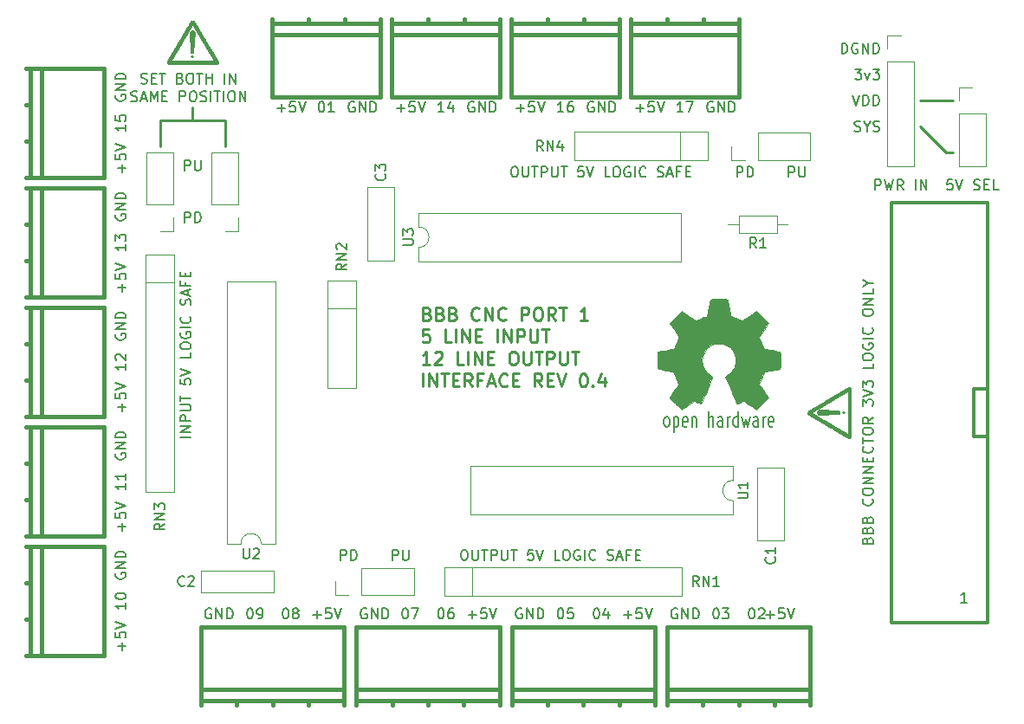
<source format=gto>
G04 #@! TF.FileFunction,Legend,Top*
%FSLAX45Y45*%
G04 Gerber Fmt 4.5, Leading zero omitted, Abs format (unit mm)*
G04 Created by KiCad (PCBNEW 4.0.7-e2-6376~58~ubuntu16.04.1) date Wed Sep 20 11:28:03 2017*
%MOMM*%
%LPD*%
G01*
G04 APERTURE LIST*
%ADD10C,0.100000*%
%ADD11C,0.203200*%
%ADD12C,0.254000*%
%ADD13C,0.299720*%
%ADD14C,0.304800*%
%ADD15C,0.150000*%
%ADD16C,0.200000*%
%ADD17C,0.002540*%
%ADD18C,0.120000*%
%ADD19C,0.381000*%
G04 APERTURE END LIST*
D10*
D11*
X10763552Y-3132062D02*
X10763552Y-3030462D01*
X10787743Y-3030462D01*
X10802257Y-3035300D01*
X10811933Y-3044976D01*
X10816771Y-3054652D01*
X10821610Y-3074005D01*
X10821610Y-3088519D01*
X10816771Y-3107871D01*
X10811933Y-3117548D01*
X10802257Y-3127224D01*
X10787743Y-3132062D01*
X10763552Y-3132062D01*
X10918371Y-3035300D02*
X10908695Y-3030462D01*
X10894181Y-3030462D01*
X10879667Y-3035300D01*
X10869991Y-3044976D01*
X10865152Y-3054652D01*
X10860314Y-3074005D01*
X10860314Y-3088519D01*
X10865152Y-3107871D01*
X10869991Y-3117548D01*
X10879667Y-3127224D01*
X10894181Y-3132062D01*
X10903857Y-3132062D01*
X10918371Y-3127224D01*
X10923210Y-3122386D01*
X10923210Y-3088519D01*
X10903857Y-3088519D01*
X10966752Y-3132062D02*
X10966752Y-3030462D01*
X11024810Y-3132062D01*
X11024810Y-3030462D01*
X11073191Y-3132062D02*
X11073191Y-3030462D01*
X11097381Y-3030462D01*
X11111895Y-3035300D01*
X11121571Y-3044976D01*
X11126410Y-3054652D01*
X11131248Y-3074005D01*
X11131248Y-3088519D01*
X11126410Y-3107871D01*
X11121571Y-3117548D01*
X11111895Y-3127224D01*
X11097381Y-3132062D01*
X11073191Y-3132062D01*
X10894181Y-3284462D02*
X10957076Y-3284462D01*
X10923210Y-3323167D01*
X10937724Y-3323167D01*
X10947400Y-3328005D01*
X10952238Y-3332843D01*
X10957076Y-3342519D01*
X10957076Y-3366709D01*
X10952238Y-3376386D01*
X10947400Y-3381224D01*
X10937724Y-3386062D01*
X10908695Y-3386062D01*
X10899019Y-3381224D01*
X10894181Y-3376386D01*
X10990943Y-3318329D02*
X11015133Y-3386062D01*
X11039324Y-3318329D01*
X11068352Y-3284462D02*
X11131248Y-3284462D01*
X11097381Y-3323167D01*
X11111895Y-3323167D01*
X11121571Y-3328005D01*
X11126410Y-3332843D01*
X11131248Y-3342519D01*
X11131248Y-3366709D01*
X11126410Y-3376386D01*
X11121571Y-3381224D01*
X11111895Y-3386062D01*
X11082867Y-3386062D01*
X11073191Y-3381224D01*
X11068352Y-3376386D01*
D12*
X11785600Y-4102100D02*
X11531600Y-3848100D01*
X11849100Y-4102100D02*
X11785600Y-4102100D01*
X11849100Y-3594100D02*
X11531600Y-3594100D01*
X4419600Y-3784600D02*
X4419600Y-3657600D01*
D11*
X11846076Y-4363962D02*
X11797695Y-4363962D01*
X11792857Y-4412343D01*
X11797695Y-4407505D01*
X11807371Y-4402667D01*
X11831562Y-4402667D01*
X11841238Y-4407505D01*
X11846076Y-4412343D01*
X11850914Y-4422019D01*
X11850914Y-4446210D01*
X11846076Y-4455886D01*
X11841238Y-4460724D01*
X11831562Y-4465562D01*
X11807371Y-4465562D01*
X11797695Y-4460724D01*
X11792857Y-4455886D01*
X11879943Y-4363962D02*
X11913810Y-4465562D01*
X11947676Y-4363962D01*
X12054114Y-4460724D02*
X12068629Y-4465562D01*
X12092819Y-4465562D01*
X12102495Y-4460724D01*
X12107333Y-4455886D01*
X12112171Y-4446210D01*
X12112171Y-4436533D01*
X12107333Y-4426857D01*
X12102495Y-4422019D01*
X12092819Y-4417181D01*
X12073467Y-4412343D01*
X12063790Y-4407505D01*
X12058952Y-4402667D01*
X12054114Y-4392991D01*
X12054114Y-4383314D01*
X12058952Y-4373638D01*
X12063790Y-4368800D01*
X12073467Y-4363962D01*
X12097657Y-4363962D01*
X12112171Y-4368800D01*
X12155714Y-4412343D02*
X12189581Y-4412343D01*
X12204095Y-4465562D02*
X12155714Y-4465562D01*
X12155714Y-4363962D01*
X12204095Y-4363962D01*
X12296019Y-4465562D02*
X12247638Y-4465562D01*
X12247638Y-4363962D01*
D12*
X4737100Y-3784600D02*
X4737100Y-4038600D01*
D11*
X3916438Y-3421864D02*
X3930952Y-3426702D01*
X3955143Y-3426702D01*
X3964819Y-3421864D01*
X3969657Y-3417026D01*
X3974495Y-3407349D01*
X3974495Y-3397673D01*
X3969657Y-3387997D01*
X3964819Y-3383159D01*
X3955143Y-3378321D01*
X3935791Y-3373483D01*
X3926114Y-3368645D01*
X3921276Y-3363807D01*
X3916438Y-3354130D01*
X3916438Y-3344454D01*
X3921276Y-3334778D01*
X3926114Y-3329940D01*
X3935791Y-3325102D01*
X3959981Y-3325102D01*
X3974495Y-3329940D01*
X4018038Y-3373483D02*
X4051905Y-3373483D01*
X4066419Y-3426702D02*
X4018038Y-3426702D01*
X4018038Y-3325102D01*
X4066419Y-3325102D01*
X4095448Y-3325102D02*
X4153505Y-3325102D01*
X4124476Y-3426702D02*
X4124476Y-3325102D01*
X4298648Y-3373483D02*
X4313162Y-3378321D01*
X4318000Y-3383159D01*
X4322838Y-3392835D01*
X4322838Y-3407349D01*
X4318000Y-3417026D01*
X4313162Y-3421864D01*
X4303486Y-3426702D01*
X4264781Y-3426702D01*
X4264781Y-3325102D01*
X4298648Y-3325102D01*
X4308324Y-3329940D01*
X4313162Y-3334778D01*
X4318000Y-3344454D01*
X4318000Y-3354130D01*
X4313162Y-3363807D01*
X4308324Y-3368645D01*
X4298648Y-3373483D01*
X4264781Y-3373483D01*
X4385733Y-3325102D02*
X4405086Y-3325102D01*
X4414762Y-3329940D01*
X4424438Y-3339616D01*
X4429276Y-3358969D01*
X4429276Y-3392835D01*
X4424438Y-3412188D01*
X4414762Y-3421864D01*
X4405086Y-3426702D01*
X4385733Y-3426702D01*
X4376057Y-3421864D01*
X4366381Y-3412188D01*
X4361543Y-3392835D01*
X4361543Y-3358969D01*
X4366381Y-3339616D01*
X4376057Y-3329940D01*
X4385733Y-3325102D01*
X4458305Y-3325102D02*
X4516362Y-3325102D01*
X4487333Y-3426702D02*
X4487333Y-3325102D01*
X4550229Y-3426702D02*
X4550229Y-3325102D01*
X4550229Y-3373483D02*
X4608286Y-3373483D01*
X4608286Y-3426702D02*
X4608286Y-3325102D01*
X4734076Y-3426702D02*
X4734076Y-3325102D01*
X4782457Y-3426702D02*
X4782457Y-3325102D01*
X4840514Y-3426702D01*
X4840514Y-3325102D01*
X3819676Y-3594584D02*
X3834190Y-3599422D01*
X3858381Y-3599422D01*
X3868057Y-3594584D01*
X3872895Y-3589746D01*
X3877733Y-3580069D01*
X3877733Y-3570393D01*
X3872895Y-3560717D01*
X3868057Y-3555879D01*
X3858381Y-3551041D01*
X3839029Y-3546203D01*
X3829352Y-3541365D01*
X3824514Y-3536527D01*
X3819676Y-3526850D01*
X3819676Y-3517174D01*
X3824514Y-3507498D01*
X3829352Y-3502660D01*
X3839029Y-3497822D01*
X3863219Y-3497822D01*
X3877733Y-3502660D01*
X3916438Y-3570393D02*
X3964819Y-3570393D01*
X3906762Y-3599422D02*
X3940629Y-3497822D01*
X3974495Y-3599422D01*
X4008362Y-3599422D02*
X4008362Y-3497822D01*
X4042228Y-3570393D01*
X4076095Y-3497822D01*
X4076095Y-3599422D01*
X4124476Y-3546203D02*
X4158343Y-3546203D01*
X4172857Y-3599422D02*
X4124476Y-3599422D01*
X4124476Y-3497822D01*
X4172857Y-3497822D01*
X4293810Y-3599422D02*
X4293810Y-3497822D01*
X4332514Y-3497822D01*
X4342190Y-3502660D01*
X4347029Y-3507498D01*
X4351867Y-3517174D01*
X4351867Y-3531689D01*
X4347029Y-3541365D01*
X4342190Y-3546203D01*
X4332514Y-3551041D01*
X4293810Y-3551041D01*
X4414762Y-3497822D02*
X4434114Y-3497822D01*
X4443790Y-3502660D01*
X4453467Y-3512336D01*
X4458305Y-3531689D01*
X4458305Y-3565555D01*
X4453467Y-3584908D01*
X4443790Y-3594584D01*
X4434114Y-3599422D01*
X4414762Y-3599422D01*
X4405086Y-3594584D01*
X4395410Y-3584908D01*
X4390571Y-3565555D01*
X4390571Y-3531689D01*
X4395410Y-3512336D01*
X4405086Y-3502660D01*
X4414762Y-3497822D01*
X4497010Y-3594584D02*
X4511524Y-3599422D01*
X4535714Y-3599422D01*
X4545390Y-3594584D01*
X4550229Y-3589746D01*
X4555067Y-3580069D01*
X4555067Y-3570393D01*
X4550229Y-3560717D01*
X4545390Y-3555879D01*
X4535714Y-3551041D01*
X4516362Y-3546203D01*
X4506686Y-3541365D01*
X4501848Y-3536527D01*
X4497010Y-3526850D01*
X4497010Y-3517174D01*
X4501848Y-3507498D01*
X4506686Y-3502660D01*
X4516362Y-3497822D01*
X4540552Y-3497822D01*
X4555067Y-3502660D01*
X4598610Y-3599422D02*
X4598610Y-3497822D01*
X4632476Y-3497822D02*
X4690533Y-3497822D01*
X4661505Y-3599422D02*
X4661505Y-3497822D01*
X4724400Y-3599422D02*
X4724400Y-3497822D01*
X4792133Y-3497822D02*
X4811486Y-3497822D01*
X4821162Y-3502660D01*
X4830838Y-3512336D01*
X4835676Y-3531689D01*
X4835676Y-3565555D01*
X4830838Y-3584908D01*
X4821162Y-3594584D01*
X4811486Y-3599422D01*
X4792133Y-3599422D01*
X4782457Y-3594584D01*
X4772781Y-3584908D01*
X4767943Y-3565555D01*
X4767943Y-3531689D01*
X4772781Y-3512336D01*
X4782457Y-3502660D01*
X4792133Y-3497822D01*
X4879219Y-3599422D02*
X4879219Y-3497822D01*
X4937276Y-3599422D01*
X4937276Y-3497822D01*
D12*
X4102100Y-3784600D02*
X4102100Y-4038600D01*
X4737100Y-3784600D02*
X4102100Y-3784600D01*
D11*
X9739691Y-4338562D02*
X9739691Y-4236962D01*
X9778395Y-4236962D01*
X9788071Y-4241800D01*
X9792910Y-4246638D01*
X9797748Y-4256314D01*
X9797748Y-4270829D01*
X9792910Y-4280505D01*
X9788071Y-4285343D01*
X9778395Y-4290181D01*
X9739691Y-4290181D01*
X9841291Y-4338562D02*
X9841291Y-4236962D01*
X9865481Y-4236962D01*
X9879995Y-4241800D01*
X9889671Y-4251476D01*
X9894510Y-4261152D01*
X9899348Y-4280505D01*
X9899348Y-4295019D01*
X9894510Y-4314371D01*
X9889671Y-4324048D01*
X9879995Y-4333724D01*
X9865481Y-4338562D01*
X9841291Y-4338562D01*
X10245272Y-4338562D02*
X10245272Y-4236962D01*
X10283976Y-4236962D01*
X10293652Y-4241800D01*
X10298491Y-4246638D01*
X10303329Y-4256314D01*
X10303329Y-4270829D01*
X10298491Y-4280505D01*
X10293652Y-4285343D01*
X10283976Y-4290181D01*
X10245272Y-4290181D01*
X10346872Y-4236962D02*
X10346872Y-4319210D01*
X10351710Y-4328886D01*
X10356548Y-4333724D01*
X10366224Y-4338562D01*
X10385576Y-4338562D01*
X10395252Y-4333724D01*
X10400091Y-4328886D01*
X10404929Y-4319210D01*
X10404929Y-4236962D01*
X3728357Y-7795828D02*
X3728357Y-7718419D01*
X3767062Y-7757124D02*
X3689652Y-7757124D01*
X3665462Y-7621657D02*
X3665462Y-7670038D01*
X3713843Y-7674876D01*
X3709005Y-7670038D01*
X3704167Y-7660362D01*
X3704167Y-7636171D01*
X3709005Y-7626495D01*
X3713843Y-7621657D01*
X3723519Y-7616819D01*
X3747709Y-7616819D01*
X3757386Y-7621657D01*
X3762224Y-7626495D01*
X3767062Y-7636171D01*
X3767062Y-7660362D01*
X3762224Y-7670038D01*
X3757386Y-7674876D01*
X3665462Y-7587790D02*
X3767062Y-7553924D01*
X3665462Y-7520057D01*
X3670300Y-8211009D02*
X3665462Y-8220686D01*
X3665462Y-8235200D01*
X3670300Y-8249714D01*
X3679976Y-8259390D01*
X3689652Y-8264228D01*
X3709005Y-8269067D01*
X3723519Y-8269067D01*
X3742871Y-8264228D01*
X3752548Y-8259390D01*
X3762224Y-8249714D01*
X3767062Y-8235200D01*
X3767062Y-8225524D01*
X3762224Y-8211009D01*
X3757386Y-8206171D01*
X3723519Y-8206171D01*
X3723519Y-8225524D01*
X3767062Y-8162628D02*
X3665462Y-8162628D01*
X3767062Y-8104571D01*
X3665462Y-8104571D01*
X3767062Y-8056190D02*
X3665462Y-8056190D01*
X3665462Y-8032000D01*
X3670300Y-8017486D01*
X3679976Y-8007809D01*
X3689652Y-8002971D01*
X3709005Y-7998133D01*
X3723519Y-7998133D01*
X3742871Y-8002971D01*
X3752548Y-8007809D01*
X3762224Y-8017486D01*
X3767062Y-8032000D01*
X3767062Y-8056190D01*
X3767062Y-8502952D02*
X3767062Y-8561010D01*
X3767062Y-8531981D02*
X3665462Y-8531981D01*
X3679976Y-8541657D01*
X3689652Y-8551333D01*
X3694490Y-8561010D01*
X3665462Y-8440057D02*
X3665462Y-8430381D01*
X3670300Y-8420705D01*
X3675138Y-8415867D01*
X3684814Y-8411029D01*
X3704167Y-8406191D01*
X3728357Y-8406191D01*
X3747709Y-8411029D01*
X3757386Y-8415867D01*
X3762224Y-8420705D01*
X3767062Y-8430381D01*
X3767062Y-8440057D01*
X3762224Y-8449733D01*
X3757386Y-8454571D01*
X3747709Y-8459410D01*
X3728357Y-8464248D01*
X3704167Y-8464248D01*
X3684814Y-8459410D01*
X3675138Y-8454571D01*
X3670300Y-8449733D01*
X3665462Y-8440057D01*
X3728357Y-8964229D02*
X3728357Y-8886819D01*
X3767062Y-8925524D02*
X3689652Y-8925524D01*
X3665462Y-8790057D02*
X3665462Y-8838438D01*
X3713843Y-8843276D01*
X3709005Y-8838438D01*
X3704167Y-8828762D01*
X3704167Y-8804571D01*
X3709005Y-8794895D01*
X3713843Y-8790057D01*
X3723519Y-8785219D01*
X3747709Y-8785219D01*
X3757386Y-8790057D01*
X3762224Y-8794895D01*
X3767062Y-8804571D01*
X3767062Y-8828762D01*
X3762224Y-8838438D01*
X3757386Y-8843276D01*
X3665462Y-8756190D02*
X3767062Y-8722324D01*
X3665462Y-8688457D01*
X3767062Y-7334552D02*
X3767062Y-7392609D01*
X3767062Y-7363581D02*
X3665462Y-7363581D01*
X3679976Y-7373257D01*
X3689652Y-7382933D01*
X3694490Y-7392609D01*
X3767062Y-7237790D02*
X3767062Y-7295848D01*
X3767062Y-7266819D02*
X3665462Y-7266819D01*
X3679976Y-7276495D01*
X3689652Y-7286171D01*
X3694490Y-7295848D01*
X3670300Y-7042609D02*
X3665462Y-7052286D01*
X3665462Y-7066800D01*
X3670300Y-7081314D01*
X3679976Y-7090990D01*
X3689652Y-7095828D01*
X3709005Y-7100667D01*
X3723519Y-7100667D01*
X3742871Y-7095828D01*
X3752548Y-7090990D01*
X3762224Y-7081314D01*
X3767062Y-7066800D01*
X3767062Y-7057124D01*
X3762224Y-7042609D01*
X3757386Y-7037771D01*
X3723519Y-7037771D01*
X3723519Y-7057124D01*
X3767062Y-6994228D02*
X3665462Y-6994228D01*
X3767062Y-6936171D01*
X3665462Y-6936171D01*
X3767062Y-6887790D02*
X3665462Y-6887790D01*
X3665462Y-6863600D01*
X3670300Y-6849086D01*
X3679976Y-6839409D01*
X3689652Y-6834571D01*
X3709005Y-6829733D01*
X3723519Y-6829733D01*
X3742871Y-6834571D01*
X3752548Y-6839409D01*
X3762224Y-6849086D01*
X3767062Y-6863600D01*
X3767062Y-6887790D01*
X3670300Y-5874209D02*
X3665462Y-5883886D01*
X3665462Y-5898400D01*
X3670300Y-5912914D01*
X3679976Y-5922590D01*
X3689652Y-5927428D01*
X3709005Y-5932267D01*
X3723519Y-5932267D01*
X3742871Y-5927428D01*
X3752548Y-5922590D01*
X3762224Y-5912914D01*
X3767062Y-5898400D01*
X3767062Y-5888724D01*
X3762224Y-5874209D01*
X3757386Y-5869371D01*
X3723519Y-5869371D01*
X3723519Y-5888724D01*
X3767062Y-5825828D02*
X3665462Y-5825828D01*
X3767062Y-5767771D01*
X3665462Y-5767771D01*
X3767062Y-5719390D02*
X3665462Y-5719390D01*
X3665462Y-5695200D01*
X3670300Y-5680686D01*
X3679976Y-5671009D01*
X3689652Y-5666171D01*
X3709005Y-5661333D01*
X3723519Y-5661333D01*
X3742871Y-5666171D01*
X3752548Y-5671009D01*
X3762224Y-5680686D01*
X3767062Y-5695200D01*
X3767062Y-5719390D01*
X3767062Y-6166152D02*
X3767062Y-6224209D01*
X3767062Y-6195181D02*
X3665462Y-6195181D01*
X3679976Y-6204857D01*
X3689652Y-6214533D01*
X3694490Y-6224209D01*
X3675138Y-6127448D02*
X3670300Y-6122609D01*
X3665462Y-6112933D01*
X3665462Y-6088743D01*
X3670300Y-6079067D01*
X3675138Y-6074229D01*
X3684814Y-6069390D01*
X3694490Y-6069390D01*
X3709005Y-6074229D01*
X3767062Y-6132286D01*
X3767062Y-6069390D01*
X3728357Y-6627428D02*
X3728357Y-6550019D01*
X3767062Y-6588724D02*
X3689652Y-6588724D01*
X3665462Y-6453257D02*
X3665462Y-6501638D01*
X3713843Y-6506476D01*
X3709005Y-6501638D01*
X3704167Y-6491962D01*
X3704167Y-6467771D01*
X3709005Y-6458095D01*
X3713843Y-6453257D01*
X3723519Y-6448419D01*
X3747709Y-6448419D01*
X3757386Y-6453257D01*
X3762224Y-6458095D01*
X3767062Y-6467771D01*
X3767062Y-6491962D01*
X3762224Y-6501638D01*
X3757386Y-6506476D01*
X3665462Y-6419390D02*
X3767062Y-6385524D01*
X3665462Y-6351657D01*
X3728357Y-5459029D02*
X3728357Y-5381619D01*
X3767062Y-5420324D02*
X3689652Y-5420324D01*
X3665462Y-5284857D02*
X3665462Y-5333238D01*
X3713843Y-5338076D01*
X3709005Y-5333238D01*
X3704167Y-5323562D01*
X3704167Y-5299371D01*
X3709005Y-5289695D01*
X3713843Y-5284857D01*
X3723519Y-5280019D01*
X3747709Y-5280019D01*
X3757386Y-5284857D01*
X3762224Y-5289695D01*
X3767062Y-5299371D01*
X3767062Y-5323562D01*
X3762224Y-5333238D01*
X3757386Y-5338076D01*
X3665462Y-5250990D02*
X3767062Y-5217124D01*
X3665462Y-5183257D01*
X3767062Y-4997752D02*
X3767062Y-5055810D01*
X3767062Y-5026781D02*
X3665462Y-5026781D01*
X3679976Y-5036457D01*
X3689652Y-5046133D01*
X3694490Y-5055810D01*
X3665462Y-4963886D02*
X3665462Y-4900991D01*
X3704167Y-4934857D01*
X3704167Y-4920343D01*
X3709005Y-4910667D01*
X3713843Y-4905829D01*
X3723519Y-4900991D01*
X3747709Y-4900991D01*
X3757386Y-4905829D01*
X3762224Y-4910667D01*
X3767062Y-4920343D01*
X3767062Y-4949371D01*
X3762224Y-4959048D01*
X3757386Y-4963886D01*
X3670300Y-4705810D02*
X3665462Y-4715486D01*
X3665462Y-4730000D01*
X3670300Y-4744514D01*
X3679976Y-4754190D01*
X3689652Y-4759029D01*
X3709005Y-4763867D01*
X3723519Y-4763867D01*
X3742871Y-4759029D01*
X3752548Y-4754190D01*
X3762224Y-4744514D01*
X3767062Y-4730000D01*
X3767062Y-4720324D01*
X3762224Y-4705810D01*
X3757386Y-4700971D01*
X3723519Y-4700971D01*
X3723519Y-4720324D01*
X3767062Y-4657429D02*
X3665462Y-4657429D01*
X3767062Y-4599371D01*
X3665462Y-4599371D01*
X3767062Y-4550990D02*
X3665462Y-4550990D01*
X3665462Y-4526800D01*
X3670300Y-4512286D01*
X3679976Y-4502610D01*
X3689652Y-4497771D01*
X3709005Y-4492933D01*
X3723519Y-4492933D01*
X3742871Y-4497771D01*
X3752548Y-4502610D01*
X3762224Y-4512286D01*
X3767062Y-4526800D01*
X3767062Y-4550990D01*
X3670300Y-3537409D02*
X3665462Y-3547086D01*
X3665462Y-3561600D01*
X3670300Y-3576114D01*
X3679976Y-3585790D01*
X3689652Y-3590628D01*
X3709005Y-3595467D01*
X3723519Y-3595467D01*
X3742871Y-3590628D01*
X3752548Y-3585790D01*
X3762224Y-3576114D01*
X3767062Y-3561600D01*
X3767062Y-3551924D01*
X3762224Y-3537409D01*
X3757386Y-3532571D01*
X3723519Y-3532571D01*
X3723519Y-3551924D01*
X3767062Y-3489028D02*
X3665462Y-3489028D01*
X3767062Y-3430971D01*
X3665462Y-3430971D01*
X3767062Y-3382590D02*
X3665462Y-3382590D01*
X3665462Y-3358400D01*
X3670300Y-3343886D01*
X3679976Y-3334209D01*
X3689652Y-3329371D01*
X3709005Y-3324533D01*
X3723519Y-3324533D01*
X3742871Y-3329371D01*
X3752548Y-3334209D01*
X3762224Y-3343886D01*
X3767062Y-3358400D01*
X3767062Y-3382590D01*
X3767062Y-3829352D02*
X3767062Y-3887409D01*
X3767062Y-3858381D02*
X3665462Y-3858381D01*
X3679976Y-3868057D01*
X3689652Y-3877733D01*
X3694490Y-3887409D01*
X3665462Y-3737429D02*
X3665462Y-3785809D01*
X3713843Y-3790648D01*
X3709005Y-3785809D01*
X3704167Y-3776133D01*
X3704167Y-3751943D01*
X3709005Y-3742267D01*
X3713843Y-3737429D01*
X3723519Y-3732590D01*
X3747709Y-3732590D01*
X3757386Y-3737429D01*
X3762224Y-3742267D01*
X3767062Y-3751943D01*
X3767062Y-3776133D01*
X3762224Y-3785809D01*
X3757386Y-3790648D01*
X3728357Y-4290629D02*
X3728357Y-4213219D01*
X3767062Y-4251924D02*
X3689652Y-4251924D01*
X3665462Y-4116457D02*
X3665462Y-4164838D01*
X3713843Y-4169676D01*
X3709005Y-4164838D01*
X3704167Y-4155162D01*
X3704167Y-4130971D01*
X3709005Y-4121295D01*
X3713843Y-4116457D01*
X3723519Y-4111619D01*
X3747709Y-4111619D01*
X3757386Y-4116457D01*
X3762224Y-4121295D01*
X3767062Y-4130971D01*
X3767062Y-4155162D01*
X3762224Y-4164838D01*
X3757386Y-4169676D01*
X3665462Y-4082590D02*
X3767062Y-4048724D01*
X3665462Y-4014857D01*
X6000290Y-3606800D02*
X5990614Y-3601962D01*
X5976100Y-3601962D01*
X5961586Y-3606800D01*
X5951910Y-3616476D01*
X5947071Y-3626152D01*
X5942233Y-3645505D01*
X5942233Y-3660019D01*
X5947071Y-3679371D01*
X5951910Y-3689048D01*
X5961586Y-3698724D01*
X5976100Y-3703562D01*
X5985776Y-3703562D01*
X6000290Y-3698724D01*
X6005129Y-3693886D01*
X6005129Y-3660019D01*
X5985776Y-3660019D01*
X6048671Y-3703562D02*
X6048671Y-3601962D01*
X6106729Y-3703562D01*
X6106729Y-3601962D01*
X6155110Y-3703562D02*
X6155110Y-3601962D01*
X6179300Y-3601962D01*
X6193814Y-3606800D01*
X6203490Y-3616476D01*
X6208329Y-3626152D01*
X6213167Y-3645505D01*
X6213167Y-3660019D01*
X6208329Y-3679371D01*
X6203490Y-3689048D01*
X6193814Y-3698724D01*
X6179300Y-3703562D01*
X6155110Y-3703562D01*
X5674481Y-3601962D02*
X5684157Y-3601962D01*
X5693833Y-3606800D01*
X5698671Y-3611638D01*
X5703509Y-3621314D01*
X5708348Y-3640667D01*
X5708348Y-3664857D01*
X5703509Y-3684209D01*
X5698671Y-3693886D01*
X5693833Y-3698724D01*
X5684157Y-3703562D01*
X5674481Y-3703562D01*
X5664805Y-3698724D01*
X5659967Y-3693886D01*
X5655129Y-3684209D01*
X5650290Y-3664857D01*
X5650290Y-3640667D01*
X5655129Y-3621314D01*
X5659967Y-3611638D01*
X5664805Y-3606800D01*
X5674481Y-3601962D01*
X5805109Y-3703562D02*
X5747052Y-3703562D01*
X5776081Y-3703562D02*
X5776081Y-3601962D01*
X5766405Y-3616476D01*
X5756729Y-3626152D01*
X5747052Y-3630990D01*
X5247072Y-3664857D02*
X5324481Y-3664857D01*
X5285776Y-3703562D02*
X5285776Y-3626152D01*
X5421243Y-3601962D02*
X5372862Y-3601962D01*
X5368024Y-3650343D01*
X5372862Y-3645505D01*
X5382538Y-3640667D01*
X5406729Y-3640667D01*
X5416405Y-3645505D01*
X5421243Y-3650343D01*
X5426081Y-3660019D01*
X5426081Y-3684209D01*
X5421243Y-3693886D01*
X5416405Y-3698724D01*
X5406729Y-3703562D01*
X5382538Y-3703562D01*
X5372862Y-3698724D01*
X5368024Y-3693886D01*
X5455110Y-3601962D02*
X5488976Y-3703562D01*
X5522843Y-3601962D01*
X6415471Y-3664857D02*
X6492881Y-3664857D01*
X6454176Y-3703562D02*
X6454176Y-3626152D01*
X6589643Y-3601962D02*
X6541262Y-3601962D01*
X6536424Y-3650343D01*
X6541262Y-3645505D01*
X6550938Y-3640667D01*
X6575129Y-3640667D01*
X6584805Y-3645505D01*
X6589643Y-3650343D01*
X6594481Y-3660019D01*
X6594481Y-3684209D01*
X6589643Y-3693886D01*
X6584805Y-3698724D01*
X6575129Y-3703562D01*
X6550938Y-3703562D01*
X6541262Y-3698724D01*
X6536424Y-3693886D01*
X6623510Y-3601962D02*
X6657376Y-3703562D01*
X6691243Y-3601962D01*
X6876748Y-3703562D02*
X6818690Y-3703562D01*
X6847719Y-3703562D02*
X6847719Y-3601962D01*
X6838043Y-3616476D01*
X6828367Y-3626152D01*
X6818690Y-3630990D01*
X6963833Y-3635829D02*
X6963833Y-3703562D01*
X6939643Y-3597124D02*
X6915452Y-3669695D01*
X6978348Y-3669695D01*
X7168690Y-3606800D02*
X7159014Y-3601962D01*
X7144500Y-3601962D01*
X7129986Y-3606800D01*
X7120310Y-3616476D01*
X7115471Y-3626152D01*
X7110633Y-3645505D01*
X7110633Y-3660019D01*
X7115471Y-3679371D01*
X7120310Y-3689048D01*
X7129986Y-3698724D01*
X7144500Y-3703562D01*
X7154176Y-3703562D01*
X7168690Y-3698724D01*
X7173529Y-3693886D01*
X7173529Y-3660019D01*
X7154176Y-3660019D01*
X7217071Y-3703562D02*
X7217071Y-3601962D01*
X7275129Y-3703562D01*
X7275129Y-3601962D01*
X7323510Y-3703562D02*
X7323510Y-3601962D01*
X7347700Y-3601962D01*
X7362214Y-3606800D01*
X7371890Y-3616476D01*
X7376729Y-3626152D01*
X7381567Y-3645505D01*
X7381567Y-3660019D01*
X7376729Y-3679371D01*
X7371890Y-3689048D01*
X7362214Y-3698724D01*
X7347700Y-3703562D01*
X7323510Y-3703562D01*
X8337090Y-3606800D02*
X8327414Y-3601962D01*
X8312900Y-3601962D01*
X8298386Y-3606800D01*
X8288710Y-3616476D01*
X8283871Y-3626152D01*
X8279033Y-3645505D01*
X8279033Y-3660019D01*
X8283871Y-3679371D01*
X8288710Y-3689048D01*
X8298386Y-3698724D01*
X8312900Y-3703562D01*
X8322576Y-3703562D01*
X8337090Y-3698724D01*
X8341929Y-3693886D01*
X8341929Y-3660019D01*
X8322576Y-3660019D01*
X8385471Y-3703562D02*
X8385471Y-3601962D01*
X8443529Y-3703562D01*
X8443529Y-3601962D01*
X8491910Y-3703562D02*
X8491910Y-3601962D01*
X8516100Y-3601962D01*
X8530614Y-3606800D01*
X8540291Y-3616476D01*
X8545129Y-3626152D01*
X8549967Y-3645505D01*
X8549967Y-3660019D01*
X8545129Y-3679371D01*
X8540291Y-3689048D01*
X8530614Y-3698724D01*
X8516100Y-3703562D01*
X8491910Y-3703562D01*
X8045148Y-3703562D02*
X7987090Y-3703562D01*
X8016119Y-3703562D02*
X8016119Y-3601962D01*
X8006443Y-3616476D01*
X7996767Y-3626152D01*
X7987090Y-3630990D01*
X8132233Y-3601962D02*
X8112881Y-3601962D01*
X8103205Y-3606800D01*
X8098367Y-3611638D01*
X8088690Y-3626152D01*
X8083852Y-3645505D01*
X8083852Y-3684209D01*
X8088690Y-3693886D01*
X8093529Y-3698724D01*
X8103205Y-3703562D01*
X8122557Y-3703562D01*
X8132233Y-3698724D01*
X8137071Y-3693886D01*
X8141909Y-3684209D01*
X8141909Y-3660019D01*
X8137071Y-3650343D01*
X8132233Y-3645505D01*
X8122557Y-3640667D01*
X8103205Y-3640667D01*
X8093529Y-3645505D01*
X8088690Y-3650343D01*
X8083852Y-3660019D01*
X7583871Y-3664857D02*
X7661281Y-3664857D01*
X7622576Y-3703562D02*
X7622576Y-3626152D01*
X7758043Y-3601962D02*
X7709662Y-3601962D01*
X7704824Y-3650343D01*
X7709662Y-3645505D01*
X7719338Y-3640667D01*
X7743529Y-3640667D01*
X7753205Y-3645505D01*
X7758043Y-3650343D01*
X7762881Y-3660019D01*
X7762881Y-3684209D01*
X7758043Y-3693886D01*
X7753205Y-3698724D01*
X7743529Y-3703562D01*
X7719338Y-3703562D01*
X7709662Y-3698724D01*
X7704824Y-3693886D01*
X7791910Y-3601962D02*
X7825776Y-3703562D01*
X7859643Y-3601962D01*
X8752272Y-3664857D02*
X8829681Y-3664857D01*
X8790976Y-3703562D02*
X8790976Y-3626152D01*
X8926443Y-3601962D02*
X8878062Y-3601962D01*
X8873224Y-3650343D01*
X8878062Y-3645505D01*
X8887738Y-3640667D01*
X8911929Y-3640667D01*
X8921605Y-3645505D01*
X8926443Y-3650343D01*
X8931281Y-3660019D01*
X8931281Y-3684209D01*
X8926443Y-3693886D01*
X8921605Y-3698724D01*
X8911929Y-3703562D01*
X8887738Y-3703562D01*
X8878062Y-3698724D01*
X8873224Y-3693886D01*
X8960310Y-3601962D02*
X8994176Y-3703562D01*
X9028043Y-3601962D01*
X9213548Y-3703562D02*
X9155491Y-3703562D01*
X9184519Y-3703562D02*
X9184519Y-3601962D01*
X9174843Y-3616476D01*
X9165167Y-3626152D01*
X9155491Y-3630990D01*
X9247414Y-3601962D02*
X9315148Y-3601962D01*
X9271605Y-3703562D01*
X9505491Y-3606800D02*
X9495814Y-3601962D01*
X9481300Y-3601962D01*
X9466786Y-3606800D01*
X9457110Y-3616476D01*
X9452272Y-3626152D01*
X9447433Y-3645505D01*
X9447433Y-3660019D01*
X9452272Y-3679371D01*
X9457110Y-3689048D01*
X9466786Y-3698724D01*
X9481300Y-3703562D01*
X9490976Y-3703562D01*
X9505491Y-3698724D01*
X9510329Y-3693886D01*
X9510329Y-3660019D01*
X9490976Y-3660019D01*
X9553872Y-3703562D02*
X9553872Y-3601962D01*
X9611929Y-3703562D01*
X9611929Y-3601962D01*
X9660310Y-3703562D02*
X9660310Y-3601962D01*
X9684500Y-3601962D01*
X9699014Y-3606800D01*
X9708691Y-3616476D01*
X9713529Y-3626152D01*
X9718367Y-3645505D01*
X9718367Y-3660019D01*
X9713529Y-3679371D01*
X9708691Y-3689048D01*
X9699014Y-3698724D01*
X9684500Y-3703562D01*
X9660310Y-3703562D01*
X5324535Y-8554962D02*
X5334211Y-8554962D01*
X5343887Y-8559800D01*
X5348725Y-8564638D01*
X5353564Y-8574314D01*
X5358402Y-8593667D01*
X5358402Y-8617857D01*
X5353564Y-8637210D01*
X5348725Y-8646886D01*
X5343887Y-8651724D01*
X5334211Y-8656562D01*
X5324535Y-8656562D01*
X5314859Y-8651724D01*
X5310021Y-8646886D01*
X5305183Y-8637210D01*
X5300345Y-8617857D01*
X5300345Y-8593667D01*
X5305183Y-8574314D01*
X5310021Y-8564638D01*
X5314859Y-8559800D01*
X5324535Y-8554962D01*
X5416459Y-8598505D02*
X5406783Y-8593667D01*
X5401945Y-8588829D01*
X5397106Y-8579152D01*
X5397106Y-8574314D01*
X5401945Y-8564638D01*
X5406783Y-8559800D01*
X5416459Y-8554962D01*
X5435811Y-8554962D01*
X5445487Y-8559800D01*
X5450325Y-8564638D01*
X5455164Y-8574314D01*
X5455164Y-8579152D01*
X5450325Y-8588829D01*
X5445487Y-8593667D01*
X5435811Y-8598505D01*
X5416459Y-8598505D01*
X5406783Y-8603343D01*
X5401945Y-8608181D01*
X5397106Y-8617857D01*
X5397106Y-8637210D01*
X5401945Y-8646886D01*
X5406783Y-8651724D01*
X5416459Y-8656562D01*
X5435811Y-8656562D01*
X5445487Y-8651724D01*
X5450325Y-8646886D01*
X5455164Y-8637210D01*
X5455164Y-8617857D01*
X5450325Y-8608181D01*
X5445487Y-8603343D01*
X5435811Y-8598505D01*
X4974535Y-8554962D02*
X4984211Y-8554962D01*
X4993887Y-8559800D01*
X4998725Y-8564638D01*
X5003564Y-8574314D01*
X5008402Y-8593667D01*
X5008402Y-8617857D01*
X5003564Y-8637210D01*
X4998725Y-8646886D01*
X4993887Y-8651724D01*
X4984211Y-8656562D01*
X4974535Y-8656562D01*
X4964859Y-8651724D01*
X4960021Y-8646886D01*
X4955183Y-8637210D01*
X4950345Y-8617857D01*
X4950345Y-8593667D01*
X4955183Y-8574314D01*
X4960021Y-8564638D01*
X4964859Y-8559800D01*
X4974535Y-8554962D01*
X5056783Y-8656562D02*
X5076135Y-8656562D01*
X5085811Y-8651724D01*
X5090649Y-8646886D01*
X5100325Y-8632371D01*
X5105164Y-8613019D01*
X5105164Y-8574314D01*
X5100325Y-8564638D01*
X5095487Y-8559800D01*
X5085811Y-8554962D01*
X5066459Y-8554962D01*
X5056783Y-8559800D01*
X5051945Y-8564638D01*
X5047106Y-8574314D01*
X5047106Y-8598505D01*
X5051945Y-8608181D01*
X5056783Y-8613019D01*
X5066459Y-8617857D01*
X5085811Y-8617857D01*
X5095487Y-8613019D01*
X5100325Y-8608181D01*
X5105164Y-8598505D01*
X5597125Y-8617857D02*
X5674535Y-8617857D01*
X5635830Y-8656562D02*
X5635830Y-8579152D01*
X5771297Y-8554962D02*
X5722916Y-8554962D01*
X5718078Y-8603343D01*
X5722916Y-8598505D01*
X5732592Y-8593667D01*
X5756783Y-8593667D01*
X5766459Y-8598505D01*
X5771297Y-8603343D01*
X5776135Y-8613019D01*
X5776135Y-8637210D01*
X5771297Y-8646886D01*
X5766459Y-8651724D01*
X5756783Y-8656562D01*
X5732592Y-8656562D01*
X5722916Y-8651724D01*
X5718078Y-8646886D01*
X5805164Y-8554962D02*
X5839030Y-8656562D01*
X5872897Y-8554962D01*
X4600345Y-8559800D02*
X4590668Y-8554962D01*
X4576154Y-8554962D01*
X4561640Y-8559800D01*
X4551964Y-8569476D01*
X4547126Y-8579152D01*
X4542287Y-8598505D01*
X4542287Y-8613019D01*
X4547126Y-8632371D01*
X4551964Y-8642048D01*
X4561640Y-8651724D01*
X4576154Y-8656562D01*
X4585830Y-8656562D01*
X4600345Y-8651724D01*
X4605183Y-8646886D01*
X4605183Y-8613019D01*
X4585830Y-8613019D01*
X4648726Y-8656562D02*
X4648726Y-8554962D01*
X4706783Y-8656562D01*
X4706783Y-8554962D01*
X4755164Y-8656562D02*
X4755164Y-8554962D01*
X4779354Y-8554962D01*
X4793868Y-8559800D01*
X4803545Y-8569476D01*
X4808383Y-8579152D01*
X4813221Y-8598505D01*
X4813221Y-8613019D01*
X4808383Y-8632371D01*
X4803545Y-8642048D01*
X4793868Y-8651724D01*
X4779354Y-8656562D01*
X4755164Y-8656562D01*
X6118690Y-8559800D02*
X6109014Y-8554962D01*
X6094500Y-8554962D01*
X6079986Y-8559800D01*
X6070310Y-8569476D01*
X6065471Y-8579152D01*
X6060633Y-8598505D01*
X6060633Y-8613019D01*
X6065471Y-8632371D01*
X6070310Y-8642048D01*
X6079986Y-8651724D01*
X6094500Y-8656562D01*
X6104176Y-8656562D01*
X6118690Y-8651724D01*
X6123529Y-8646886D01*
X6123529Y-8613019D01*
X6104176Y-8613019D01*
X6167071Y-8656562D02*
X6167071Y-8554962D01*
X6225129Y-8656562D01*
X6225129Y-8554962D01*
X6273510Y-8656562D02*
X6273510Y-8554962D01*
X6297700Y-8554962D01*
X6312214Y-8559800D01*
X6321890Y-8569476D01*
X6326729Y-8579152D01*
X6331567Y-8598505D01*
X6331567Y-8613019D01*
X6326729Y-8632371D01*
X6321890Y-8642048D01*
X6312214Y-8651724D01*
X6297700Y-8656562D01*
X6273510Y-8656562D01*
X7115471Y-8617857D02*
X7192881Y-8617857D01*
X7154176Y-8656562D02*
X7154176Y-8579152D01*
X7289643Y-8554962D02*
X7241262Y-8554962D01*
X7236424Y-8603343D01*
X7241262Y-8598505D01*
X7250938Y-8593667D01*
X7275129Y-8593667D01*
X7284805Y-8598505D01*
X7289643Y-8603343D01*
X7294481Y-8613019D01*
X7294481Y-8637210D01*
X7289643Y-8646886D01*
X7284805Y-8651724D01*
X7275129Y-8656562D01*
X7250938Y-8656562D01*
X7241262Y-8651724D01*
X7236424Y-8646886D01*
X7323510Y-8554962D02*
X7357376Y-8656562D01*
X7391243Y-8554962D01*
X6492881Y-8554962D02*
X6502557Y-8554962D01*
X6512233Y-8559800D01*
X6517071Y-8564638D01*
X6521909Y-8574314D01*
X6526748Y-8593667D01*
X6526748Y-8617857D01*
X6521909Y-8637210D01*
X6517071Y-8646886D01*
X6512233Y-8651724D01*
X6502557Y-8656562D01*
X6492881Y-8656562D01*
X6483205Y-8651724D01*
X6478367Y-8646886D01*
X6473529Y-8637210D01*
X6468690Y-8617857D01*
X6468690Y-8593667D01*
X6473529Y-8574314D01*
X6478367Y-8564638D01*
X6483205Y-8559800D01*
X6492881Y-8554962D01*
X6560614Y-8554962D02*
X6628348Y-8554962D01*
X6584805Y-8656562D01*
X6842881Y-8554962D02*
X6852557Y-8554962D01*
X6862233Y-8559800D01*
X6867071Y-8564638D01*
X6871909Y-8574314D01*
X6876748Y-8593667D01*
X6876748Y-8617857D01*
X6871909Y-8637210D01*
X6867071Y-8646886D01*
X6862233Y-8651724D01*
X6852557Y-8656562D01*
X6842881Y-8656562D01*
X6833205Y-8651724D01*
X6828367Y-8646886D01*
X6823529Y-8637210D01*
X6818690Y-8617857D01*
X6818690Y-8593667D01*
X6823529Y-8574314D01*
X6828367Y-8564638D01*
X6833205Y-8559800D01*
X6842881Y-8554962D01*
X6963833Y-8554962D02*
X6944481Y-8554962D01*
X6934805Y-8559800D01*
X6929967Y-8564638D01*
X6920290Y-8579152D01*
X6915452Y-8598505D01*
X6915452Y-8637210D01*
X6920290Y-8646886D01*
X6925129Y-8651724D01*
X6934805Y-8656562D01*
X6954157Y-8656562D01*
X6963833Y-8651724D01*
X6968671Y-8646886D01*
X6973509Y-8637210D01*
X6973509Y-8613019D01*
X6968671Y-8603343D01*
X6963833Y-8598505D01*
X6954157Y-8593667D01*
X6934805Y-8593667D01*
X6925129Y-8598505D01*
X6920290Y-8603343D01*
X6915452Y-8613019D01*
X8361281Y-8554962D02*
X8370957Y-8554962D01*
X8380633Y-8559800D01*
X8385471Y-8564638D01*
X8390310Y-8574314D01*
X8395148Y-8593667D01*
X8395148Y-8617857D01*
X8390310Y-8637210D01*
X8385471Y-8646886D01*
X8380633Y-8651724D01*
X8370957Y-8656562D01*
X8361281Y-8656562D01*
X8351605Y-8651724D01*
X8346767Y-8646886D01*
X8341929Y-8637210D01*
X8337090Y-8617857D01*
X8337090Y-8593667D01*
X8341929Y-8574314D01*
X8346767Y-8564638D01*
X8351605Y-8559800D01*
X8361281Y-8554962D01*
X8482233Y-8588829D02*
X8482233Y-8656562D01*
X8458043Y-8550124D02*
X8433852Y-8622695D01*
X8496748Y-8622695D01*
X8011281Y-8554962D02*
X8020957Y-8554962D01*
X8030633Y-8559800D01*
X8035471Y-8564638D01*
X8040309Y-8574314D01*
X8045148Y-8593667D01*
X8045148Y-8617857D01*
X8040309Y-8637210D01*
X8035471Y-8646886D01*
X8030633Y-8651724D01*
X8020957Y-8656562D01*
X8011281Y-8656562D01*
X8001605Y-8651724D01*
X7996767Y-8646886D01*
X7991929Y-8637210D01*
X7987090Y-8617857D01*
X7987090Y-8593667D01*
X7991929Y-8574314D01*
X7996767Y-8564638D01*
X8001605Y-8559800D01*
X8011281Y-8554962D01*
X8137071Y-8554962D02*
X8088690Y-8554962D01*
X8083852Y-8603343D01*
X8088690Y-8598505D01*
X8098367Y-8593667D01*
X8122557Y-8593667D01*
X8132233Y-8598505D01*
X8137071Y-8603343D01*
X8141909Y-8613019D01*
X8141909Y-8637210D01*
X8137071Y-8646886D01*
X8132233Y-8651724D01*
X8122557Y-8656562D01*
X8098367Y-8656562D01*
X8088690Y-8651724D01*
X8083852Y-8646886D01*
X8633872Y-8617857D02*
X8711281Y-8617857D01*
X8672576Y-8656562D02*
X8672576Y-8579152D01*
X8808043Y-8554962D02*
X8759662Y-8554962D01*
X8754824Y-8603343D01*
X8759662Y-8598505D01*
X8769338Y-8593667D01*
X8793529Y-8593667D01*
X8803205Y-8598505D01*
X8808043Y-8603343D01*
X8812881Y-8613019D01*
X8812881Y-8637210D01*
X8808043Y-8646886D01*
X8803205Y-8651724D01*
X8793529Y-8656562D01*
X8769338Y-8656562D01*
X8759662Y-8651724D01*
X8754824Y-8646886D01*
X8841910Y-8554962D02*
X8875776Y-8656562D01*
X8909643Y-8554962D01*
X7637090Y-8559800D02*
X7627414Y-8554962D01*
X7612900Y-8554962D01*
X7598386Y-8559800D01*
X7588710Y-8569476D01*
X7583871Y-8579152D01*
X7579033Y-8598505D01*
X7579033Y-8613019D01*
X7583871Y-8632371D01*
X7588710Y-8642048D01*
X7598386Y-8651724D01*
X7612900Y-8656562D01*
X7622576Y-8656562D01*
X7637090Y-8651724D01*
X7641929Y-8646886D01*
X7641929Y-8613019D01*
X7622576Y-8613019D01*
X7685471Y-8656562D02*
X7685471Y-8554962D01*
X7743529Y-8656562D01*
X7743529Y-8554962D01*
X7791910Y-8656562D02*
X7791910Y-8554962D01*
X7816100Y-8554962D01*
X7830614Y-8559800D01*
X7840290Y-8569476D01*
X7845129Y-8579152D01*
X7849967Y-8598505D01*
X7849967Y-8613019D01*
X7845129Y-8632371D01*
X7840290Y-8642048D01*
X7830614Y-8651724D01*
X7816100Y-8656562D01*
X7791910Y-8656562D01*
X9155491Y-8559800D02*
X9145814Y-8554962D01*
X9131300Y-8554962D01*
X9116786Y-8559800D01*
X9107110Y-8569476D01*
X9102272Y-8579152D01*
X9097433Y-8598505D01*
X9097433Y-8613019D01*
X9102272Y-8632371D01*
X9107110Y-8642048D01*
X9116786Y-8651724D01*
X9131300Y-8656562D01*
X9140976Y-8656562D01*
X9155491Y-8651724D01*
X9160329Y-8646886D01*
X9160329Y-8613019D01*
X9140976Y-8613019D01*
X9203872Y-8656562D02*
X9203872Y-8554962D01*
X9261929Y-8656562D01*
X9261929Y-8554962D01*
X9310310Y-8656562D02*
X9310310Y-8554962D01*
X9334500Y-8554962D01*
X9349014Y-8559800D01*
X9358691Y-8569476D01*
X9363529Y-8579152D01*
X9368367Y-8598505D01*
X9368367Y-8613019D01*
X9363529Y-8632371D01*
X9358691Y-8642048D01*
X9349014Y-8651724D01*
X9334500Y-8656562D01*
X9310310Y-8656562D01*
X10025272Y-8617857D02*
X10102681Y-8617857D01*
X10063976Y-8656562D02*
X10063976Y-8579152D01*
X10199443Y-8554962D02*
X10151062Y-8554962D01*
X10146224Y-8603343D01*
X10151062Y-8598505D01*
X10160738Y-8593667D01*
X10184929Y-8593667D01*
X10194605Y-8598505D01*
X10199443Y-8603343D01*
X10204281Y-8613019D01*
X10204281Y-8637210D01*
X10199443Y-8646886D01*
X10194605Y-8651724D01*
X10184929Y-8656562D01*
X10160738Y-8656562D01*
X10151062Y-8651724D01*
X10146224Y-8646886D01*
X10233310Y-8554962D02*
X10267176Y-8656562D01*
X10301043Y-8554962D01*
X5866190Y-8085062D02*
X5866190Y-7983462D01*
X5904895Y-7983462D01*
X5914571Y-7988300D01*
X5919409Y-7993138D01*
X5924248Y-8002814D01*
X5924248Y-8017329D01*
X5919409Y-8027005D01*
X5914571Y-8031843D01*
X5904895Y-8036681D01*
X5866190Y-8036681D01*
X5967790Y-8085062D02*
X5967790Y-7983462D01*
X5991981Y-7983462D01*
X6006495Y-7988300D01*
X6016171Y-7997976D01*
X6021009Y-8007652D01*
X6025848Y-8027005D01*
X6025848Y-8041519D01*
X6021009Y-8060871D01*
X6016171Y-8070548D01*
X6006495Y-8080224D01*
X5991981Y-8085062D01*
X5967790Y-8085062D01*
X6371771Y-8085062D02*
X6371771Y-7983462D01*
X6410476Y-7983462D01*
X6420152Y-7988300D01*
X6424990Y-7993138D01*
X6429829Y-8002814D01*
X6429829Y-8017329D01*
X6424990Y-8027005D01*
X6420152Y-8031843D01*
X6410476Y-8036681D01*
X6371771Y-8036681D01*
X6473371Y-7983462D02*
X6473371Y-8065709D01*
X6478210Y-8075386D01*
X6483048Y-8080224D01*
X6492724Y-8085062D01*
X6512076Y-8085062D01*
X6521752Y-8080224D01*
X6526590Y-8075386D01*
X6531429Y-8065709D01*
X6531429Y-7983462D01*
X4339772Y-4275062D02*
X4339772Y-4173462D01*
X4378476Y-4173462D01*
X4388152Y-4178300D01*
X4392991Y-4183138D01*
X4397829Y-4192814D01*
X4397829Y-4207329D01*
X4392991Y-4217005D01*
X4388152Y-4221843D01*
X4378476Y-4226681D01*
X4339772Y-4226681D01*
X4441372Y-4173462D02*
X4441372Y-4255710D01*
X4446210Y-4265386D01*
X4451048Y-4270224D01*
X4460724Y-4275062D01*
X4480076Y-4275062D01*
X4489752Y-4270224D01*
X4494591Y-4265386D01*
X4499429Y-4255710D01*
X4499429Y-4173462D01*
X4342191Y-4783062D02*
X4342191Y-4681462D01*
X4380895Y-4681462D01*
X4390571Y-4686300D01*
X4395410Y-4691138D01*
X4400248Y-4700814D01*
X4400248Y-4715329D01*
X4395410Y-4725005D01*
X4390571Y-4729843D01*
X4380895Y-4734681D01*
X4342191Y-4734681D01*
X4443791Y-4783062D02*
X4443791Y-4681462D01*
X4467981Y-4681462D01*
X4482495Y-4686300D01*
X4492171Y-4695976D01*
X4497010Y-4705652D01*
X4501848Y-4725005D01*
X4501848Y-4739519D01*
X4497010Y-4758871D01*
X4492171Y-4768548D01*
X4482495Y-4778224D01*
X4467981Y-4783062D01*
X4443791Y-4783062D01*
X11016343Y-7892748D02*
X11021181Y-7878233D01*
X11026019Y-7873395D01*
X11035695Y-7868557D01*
X11050210Y-7868557D01*
X11059886Y-7873395D01*
X11064724Y-7878233D01*
X11069562Y-7887909D01*
X11069562Y-7926614D01*
X10967962Y-7926614D01*
X10967962Y-7892748D01*
X10972800Y-7883071D01*
X10977638Y-7878233D01*
X10987314Y-7873395D01*
X10996991Y-7873395D01*
X11006667Y-7878233D01*
X11011505Y-7883071D01*
X11016343Y-7892748D01*
X11016343Y-7926614D01*
X11016343Y-7791148D02*
X11021181Y-7776633D01*
X11026019Y-7771795D01*
X11035695Y-7766957D01*
X11050210Y-7766957D01*
X11059886Y-7771795D01*
X11064724Y-7776633D01*
X11069562Y-7786309D01*
X11069562Y-7825014D01*
X10967962Y-7825014D01*
X10967962Y-7791148D01*
X10972800Y-7781471D01*
X10977638Y-7776633D01*
X10987314Y-7771795D01*
X10996991Y-7771795D01*
X11006667Y-7776633D01*
X11011505Y-7781471D01*
X11016343Y-7791148D01*
X11016343Y-7825014D01*
X11016343Y-7689548D02*
X11021181Y-7675033D01*
X11026019Y-7670195D01*
X11035695Y-7665357D01*
X11050210Y-7665357D01*
X11059886Y-7670195D01*
X11064724Y-7675033D01*
X11069562Y-7684709D01*
X11069562Y-7723414D01*
X10967962Y-7723414D01*
X10967962Y-7689548D01*
X10972800Y-7679871D01*
X10977638Y-7675033D01*
X10987314Y-7670195D01*
X10996991Y-7670195D01*
X11006667Y-7675033D01*
X11011505Y-7679871D01*
X11016343Y-7689548D01*
X11016343Y-7723414D01*
X11059886Y-7486348D02*
X11064724Y-7491186D01*
X11069562Y-7505700D01*
X11069562Y-7515376D01*
X11064724Y-7529890D01*
X11055048Y-7539567D01*
X11045371Y-7544405D01*
X11026019Y-7549243D01*
X11011505Y-7549243D01*
X10992152Y-7544405D01*
X10982476Y-7539567D01*
X10972800Y-7529890D01*
X10967962Y-7515376D01*
X10967962Y-7505700D01*
X10972800Y-7491186D01*
X10977638Y-7486348D01*
X10967962Y-7423452D02*
X10967962Y-7404100D01*
X10972800Y-7394424D01*
X10982476Y-7384748D01*
X11001829Y-7379909D01*
X11035695Y-7379909D01*
X11055048Y-7384748D01*
X11064724Y-7394424D01*
X11069562Y-7404100D01*
X11069562Y-7423452D01*
X11064724Y-7433128D01*
X11055048Y-7442805D01*
X11035695Y-7447643D01*
X11001829Y-7447643D01*
X10982476Y-7442805D01*
X10972800Y-7433128D01*
X10967962Y-7423452D01*
X11069562Y-7336367D02*
X10967962Y-7336367D01*
X11069562Y-7278309D01*
X10967962Y-7278309D01*
X11069562Y-7229928D02*
X10967962Y-7229928D01*
X11069562Y-7171871D01*
X10967962Y-7171871D01*
X11016343Y-7123490D02*
X11016343Y-7089624D01*
X11069562Y-7075109D02*
X11069562Y-7123490D01*
X10967962Y-7123490D01*
X10967962Y-7075109D01*
X11059886Y-6973509D02*
X11064724Y-6978348D01*
X11069562Y-6992862D01*
X11069562Y-7002538D01*
X11064724Y-7017052D01*
X11055048Y-7026728D01*
X11045371Y-7031567D01*
X11026019Y-7036405D01*
X11011505Y-7036405D01*
X10992152Y-7031567D01*
X10982476Y-7026728D01*
X10972800Y-7017052D01*
X10967962Y-7002538D01*
X10967962Y-6992862D01*
X10972800Y-6978348D01*
X10977638Y-6973509D01*
X10967962Y-6944481D02*
X10967962Y-6886424D01*
X11069562Y-6915452D02*
X10967962Y-6915452D01*
X10967962Y-6833205D02*
X10967962Y-6813852D01*
X10972800Y-6804176D01*
X10982476Y-6794500D01*
X11001829Y-6789662D01*
X11035695Y-6789662D01*
X11055048Y-6794500D01*
X11064724Y-6804176D01*
X11069562Y-6813852D01*
X11069562Y-6833205D01*
X11064724Y-6842881D01*
X11055048Y-6852557D01*
X11035695Y-6857395D01*
X11001829Y-6857395D01*
X10982476Y-6852557D01*
X10972800Y-6842881D01*
X10967962Y-6833205D01*
X11069562Y-6688062D02*
X11021181Y-6721928D01*
X11069562Y-6746119D02*
X10967962Y-6746119D01*
X10967962Y-6707414D01*
X10972800Y-6697738D01*
X10977638Y-6692900D01*
X10987314Y-6688062D01*
X11001829Y-6688062D01*
X11011505Y-6692900D01*
X11016343Y-6697738D01*
X11021181Y-6707414D01*
X11021181Y-6746119D01*
X10967962Y-6576786D02*
X10967962Y-6513890D01*
X11006667Y-6547757D01*
X11006667Y-6533243D01*
X11011505Y-6523567D01*
X11016343Y-6518729D01*
X11026019Y-6513890D01*
X11050210Y-6513890D01*
X11059886Y-6518729D01*
X11064724Y-6523567D01*
X11069562Y-6533243D01*
X11069562Y-6562271D01*
X11064724Y-6571948D01*
X11059886Y-6576786D01*
X10967962Y-6484862D02*
X11069562Y-6450995D01*
X10967962Y-6417129D01*
X10967962Y-6392938D02*
X10967962Y-6330043D01*
X11006667Y-6363909D01*
X11006667Y-6349395D01*
X11011505Y-6339719D01*
X11016343Y-6334881D01*
X11026019Y-6330043D01*
X11050210Y-6330043D01*
X11059886Y-6334881D01*
X11064724Y-6339719D01*
X11069562Y-6349395D01*
X11069562Y-6378424D01*
X11064724Y-6388100D01*
X11059886Y-6392938D01*
X11069562Y-6160710D02*
X11069562Y-6209090D01*
X10967962Y-6209090D01*
X10967962Y-6107490D02*
X10967962Y-6088138D01*
X10972800Y-6078462D01*
X10982476Y-6068786D01*
X11001829Y-6063948D01*
X11035695Y-6063948D01*
X11055048Y-6068786D01*
X11064724Y-6078462D01*
X11069562Y-6088138D01*
X11069562Y-6107490D01*
X11064724Y-6117167D01*
X11055048Y-6126843D01*
X11035695Y-6131681D01*
X11001829Y-6131681D01*
X10982476Y-6126843D01*
X10972800Y-6117167D01*
X10967962Y-6107490D01*
X10972800Y-5967186D02*
X10967962Y-5976862D01*
X10967962Y-5991376D01*
X10972800Y-6005890D01*
X10982476Y-6015567D01*
X10992152Y-6020405D01*
X11011505Y-6025243D01*
X11026019Y-6025243D01*
X11045371Y-6020405D01*
X11055048Y-6015567D01*
X11064724Y-6005890D01*
X11069562Y-5991376D01*
X11069562Y-5981700D01*
X11064724Y-5967186D01*
X11059886Y-5962348D01*
X11026019Y-5962348D01*
X11026019Y-5981700D01*
X11069562Y-5918805D02*
X10967962Y-5918805D01*
X11059886Y-5812367D02*
X11064724Y-5817205D01*
X11069562Y-5831719D01*
X11069562Y-5841395D01*
X11064724Y-5855909D01*
X11055048Y-5865586D01*
X11045371Y-5870424D01*
X11026019Y-5875262D01*
X11011505Y-5875262D01*
X10992152Y-5870424D01*
X10982476Y-5865586D01*
X10972800Y-5855909D01*
X10967962Y-5841395D01*
X10967962Y-5831719D01*
X10972800Y-5817205D01*
X10977638Y-5812367D01*
X10967962Y-5672062D02*
X10967962Y-5652710D01*
X10972800Y-5643033D01*
X10982476Y-5633357D01*
X11001829Y-5628519D01*
X11035695Y-5628519D01*
X11055048Y-5633357D01*
X11064724Y-5643033D01*
X11069562Y-5652710D01*
X11069562Y-5672062D01*
X11064724Y-5681738D01*
X11055048Y-5691414D01*
X11035695Y-5696252D01*
X11001829Y-5696252D01*
X10982476Y-5691414D01*
X10972800Y-5681738D01*
X10967962Y-5672062D01*
X11069562Y-5584976D02*
X10967962Y-5584976D01*
X11069562Y-5526919D01*
X10967962Y-5526919D01*
X11069562Y-5430157D02*
X11069562Y-5478538D01*
X10967962Y-5478538D01*
X11021181Y-5376938D02*
X11069562Y-5376938D01*
X10967962Y-5410805D02*
X11021181Y-5376938D01*
X10967962Y-5343072D01*
D12*
X6714671Y-5674179D02*
X6732814Y-5680226D01*
X6738862Y-5686274D01*
X6744909Y-5698369D01*
X6744909Y-5716512D01*
X6738862Y-5728607D01*
X6732814Y-5734655D01*
X6720719Y-5740702D01*
X6672338Y-5740702D01*
X6672338Y-5613702D01*
X6714671Y-5613702D01*
X6726767Y-5619750D01*
X6732814Y-5625798D01*
X6738862Y-5637893D01*
X6738862Y-5649988D01*
X6732814Y-5662083D01*
X6726767Y-5668131D01*
X6714671Y-5674179D01*
X6672338Y-5674179D01*
X6841671Y-5674179D02*
X6859814Y-5680226D01*
X6865862Y-5686274D01*
X6871909Y-5698369D01*
X6871909Y-5716512D01*
X6865862Y-5728607D01*
X6859814Y-5734655D01*
X6847719Y-5740702D01*
X6799338Y-5740702D01*
X6799338Y-5613702D01*
X6841671Y-5613702D01*
X6853767Y-5619750D01*
X6859814Y-5625798D01*
X6865862Y-5637893D01*
X6865862Y-5649988D01*
X6859814Y-5662083D01*
X6853767Y-5668131D01*
X6841671Y-5674179D01*
X6799338Y-5674179D01*
X6968671Y-5674179D02*
X6986814Y-5680226D01*
X6992862Y-5686274D01*
X6998909Y-5698369D01*
X6998909Y-5716512D01*
X6992862Y-5728607D01*
X6986814Y-5734655D01*
X6974719Y-5740702D01*
X6926338Y-5740702D01*
X6926338Y-5613702D01*
X6968671Y-5613702D01*
X6980767Y-5619750D01*
X6986814Y-5625798D01*
X6992862Y-5637893D01*
X6992862Y-5649988D01*
X6986814Y-5662083D01*
X6980767Y-5668131D01*
X6968671Y-5674179D01*
X6926338Y-5674179D01*
X7222671Y-5728607D02*
X7216624Y-5734655D01*
X7198481Y-5740702D01*
X7186386Y-5740702D01*
X7168243Y-5734655D01*
X7156148Y-5722559D01*
X7150100Y-5710464D01*
X7144052Y-5686274D01*
X7144052Y-5668131D01*
X7150100Y-5643940D01*
X7156148Y-5631845D01*
X7168243Y-5619750D01*
X7186386Y-5613702D01*
X7198481Y-5613702D01*
X7216624Y-5619750D01*
X7222671Y-5625798D01*
X7277100Y-5740702D02*
X7277100Y-5613702D01*
X7349671Y-5740702D01*
X7349671Y-5613702D01*
X7482719Y-5728607D02*
X7476671Y-5734655D01*
X7458528Y-5740702D01*
X7446433Y-5740702D01*
X7428290Y-5734655D01*
X7416195Y-5722559D01*
X7410148Y-5710464D01*
X7404100Y-5686274D01*
X7404100Y-5668131D01*
X7410148Y-5643940D01*
X7416195Y-5631845D01*
X7428290Y-5619750D01*
X7446433Y-5613702D01*
X7458528Y-5613702D01*
X7476671Y-5619750D01*
X7482719Y-5625798D01*
X7633909Y-5740702D02*
X7633909Y-5613702D01*
X7682290Y-5613702D01*
X7694386Y-5619750D01*
X7700433Y-5625798D01*
X7706481Y-5637893D01*
X7706481Y-5656036D01*
X7700433Y-5668131D01*
X7694386Y-5674179D01*
X7682290Y-5680226D01*
X7633909Y-5680226D01*
X7785100Y-5613702D02*
X7809290Y-5613702D01*
X7821386Y-5619750D01*
X7833481Y-5631845D01*
X7839528Y-5656036D01*
X7839528Y-5698369D01*
X7833481Y-5722559D01*
X7821386Y-5734655D01*
X7809290Y-5740702D01*
X7785100Y-5740702D01*
X7773005Y-5734655D01*
X7760909Y-5722559D01*
X7754862Y-5698369D01*
X7754862Y-5656036D01*
X7760909Y-5631845D01*
X7773005Y-5619750D01*
X7785100Y-5613702D01*
X7966528Y-5740702D02*
X7924195Y-5680226D01*
X7893957Y-5740702D02*
X7893957Y-5613702D01*
X7942338Y-5613702D01*
X7954433Y-5619750D01*
X7960481Y-5625798D01*
X7966528Y-5637893D01*
X7966528Y-5656036D01*
X7960481Y-5668131D01*
X7954433Y-5674179D01*
X7942338Y-5680226D01*
X7893957Y-5680226D01*
X8002814Y-5613702D02*
X8075386Y-5613702D01*
X8039100Y-5740702D02*
X8039100Y-5613702D01*
X8281005Y-5740702D02*
X8208433Y-5740702D01*
X8244719Y-5740702D02*
X8244719Y-5613702D01*
X8232624Y-5631845D01*
X8220528Y-5643940D01*
X8208433Y-5649988D01*
X6732814Y-5829602D02*
X6672338Y-5829602D01*
X6666290Y-5890079D01*
X6672338Y-5884031D01*
X6684433Y-5877983D01*
X6714671Y-5877983D01*
X6726767Y-5884031D01*
X6732814Y-5890079D01*
X6738862Y-5902174D01*
X6738862Y-5932412D01*
X6732814Y-5944507D01*
X6726767Y-5950555D01*
X6714671Y-5956602D01*
X6684433Y-5956602D01*
X6672338Y-5950555D01*
X6666290Y-5944507D01*
X6950529Y-5956602D02*
X6890052Y-5956602D01*
X6890052Y-5829602D01*
X6992862Y-5956602D02*
X6992862Y-5829602D01*
X7053338Y-5956602D02*
X7053338Y-5829602D01*
X7125909Y-5956602D01*
X7125909Y-5829602D01*
X7186386Y-5890079D02*
X7228719Y-5890079D01*
X7246862Y-5956602D02*
X7186386Y-5956602D01*
X7186386Y-5829602D01*
X7246862Y-5829602D01*
X7398052Y-5956602D02*
X7398052Y-5829602D01*
X7458529Y-5956602D02*
X7458529Y-5829602D01*
X7531100Y-5956602D01*
X7531100Y-5829602D01*
X7591576Y-5956602D02*
X7591576Y-5829602D01*
X7639957Y-5829602D01*
X7652052Y-5835650D01*
X7658100Y-5841698D01*
X7664148Y-5853793D01*
X7664148Y-5871936D01*
X7658100Y-5884031D01*
X7652052Y-5890079D01*
X7639957Y-5896126D01*
X7591576Y-5896126D01*
X7718576Y-5829602D02*
X7718576Y-5932412D01*
X7724624Y-5944507D01*
X7730671Y-5950555D01*
X7742767Y-5956602D01*
X7766957Y-5956602D01*
X7779052Y-5950555D01*
X7785100Y-5944507D01*
X7791148Y-5932412D01*
X7791148Y-5829602D01*
X7833481Y-5829602D02*
X7906052Y-5829602D01*
X7869767Y-5956602D02*
X7869767Y-5829602D01*
X6738862Y-6172502D02*
X6666290Y-6172502D01*
X6702576Y-6172502D02*
X6702576Y-6045502D01*
X6690481Y-6063645D01*
X6678386Y-6075740D01*
X6666290Y-6081788D01*
X6787243Y-6057598D02*
X6793290Y-6051550D01*
X6805386Y-6045502D01*
X6835624Y-6045502D01*
X6847719Y-6051550D01*
X6853767Y-6057598D01*
X6859814Y-6069693D01*
X6859814Y-6081788D01*
X6853767Y-6099931D01*
X6781195Y-6172502D01*
X6859814Y-6172502D01*
X7071481Y-6172502D02*
X7011005Y-6172502D01*
X7011005Y-6045502D01*
X7113814Y-6172502D02*
X7113814Y-6045502D01*
X7174290Y-6172502D02*
X7174290Y-6045502D01*
X7246862Y-6172502D01*
X7246862Y-6045502D01*
X7307338Y-6105979D02*
X7349671Y-6105979D01*
X7367814Y-6172502D02*
X7307338Y-6172502D01*
X7307338Y-6045502D01*
X7367814Y-6045502D01*
X7543195Y-6045502D02*
X7567386Y-6045502D01*
X7579481Y-6051550D01*
X7591576Y-6063645D01*
X7597624Y-6087836D01*
X7597624Y-6130169D01*
X7591576Y-6154359D01*
X7579481Y-6166455D01*
X7567386Y-6172502D01*
X7543195Y-6172502D01*
X7531100Y-6166455D01*
X7519005Y-6154359D01*
X7512957Y-6130169D01*
X7512957Y-6087836D01*
X7519005Y-6063645D01*
X7531100Y-6051550D01*
X7543195Y-6045502D01*
X7652052Y-6045502D02*
X7652052Y-6148312D01*
X7658100Y-6160407D01*
X7664148Y-6166455D01*
X7676243Y-6172502D01*
X7700433Y-6172502D01*
X7712529Y-6166455D01*
X7718576Y-6160407D01*
X7724624Y-6148312D01*
X7724624Y-6045502D01*
X7766957Y-6045502D02*
X7839529Y-6045502D01*
X7803243Y-6172502D02*
X7803243Y-6045502D01*
X7881862Y-6172502D02*
X7881862Y-6045502D01*
X7930243Y-6045502D01*
X7942338Y-6051550D01*
X7948386Y-6057598D01*
X7954433Y-6069693D01*
X7954433Y-6087836D01*
X7948386Y-6099931D01*
X7942338Y-6105979D01*
X7930243Y-6112026D01*
X7881862Y-6112026D01*
X8008862Y-6045502D02*
X8008862Y-6148312D01*
X8014909Y-6160407D01*
X8020957Y-6166455D01*
X8033052Y-6172502D01*
X8057243Y-6172502D01*
X8069338Y-6166455D01*
X8075386Y-6160407D01*
X8081433Y-6148312D01*
X8081433Y-6045502D01*
X8123767Y-6045502D02*
X8196338Y-6045502D01*
X8160052Y-6172502D02*
X8160052Y-6045502D01*
X6672338Y-6388402D02*
X6672338Y-6261402D01*
X6732814Y-6388402D02*
X6732814Y-6261402D01*
X6805386Y-6388402D01*
X6805386Y-6261402D01*
X6847719Y-6261402D02*
X6920290Y-6261402D01*
X6884005Y-6388402D02*
X6884005Y-6261402D01*
X6962624Y-6321879D02*
X7004957Y-6321879D01*
X7023100Y-6388402D02*
X6962624Y-6388402D01*
X6962624Y-6261402D01*
X7023100Y-6261402D01*
X7150100Y-6388402D02*
X7107767Y-6327926D01*
X7077529Y-6388402D02*
X7077529Y-6261402D01*
X7125909Y-6261402D01*
X7138005Y-6267450D01*
X7144052Y-6273498D01*
X7150100Y-6285593D01*
X7150100Y-6303736D01*
X7144052Y-6315831D01*
X7138005Y-6321879D01*
X7125909Y-6327926D01*
X7077529Y-6327926D01*
X7246862Y-6321879D02*
X7204529Y-6321879D01*
X7204529Y-6388402D02*
X7204529Y-6261402D01*
X7265005Y-6261402D01*
X7307338Y-6352117D02*
X7367814Y-6352117D01*
X7295243Y-6388402D02*
X7337576Y-6261402D01*
X7379909Y-6388402D01*
X7494814Y-6376307D02*
X7488767Y-6382355D01*
X7470624Y-6388402D01*
X7458528Y-6388402D01*
X7440386Y-6382355D01*
X7428290Y-6370259D01*
X7422243Y-6358164D01*
X7416195Y-6333974D01*
X7416195Y-6315831D01*
X7422243Y-6291640D01*
X7428290Y-6279545D01*
X7440386Y-6267450D01*
X7458528Y-6261402D01*
X7470624Y-6261402D01*
X7488767Y-6267450D01*
X7494814Y-6273498D01*
X7549243Y-6321879D02*
X7591576Y-6321879D01*
X7609719Y-6388402D02*
X7549243Y-6388402D01*
X7549243Y-6261402D01*
X7609719Y-6261402D01*
X7833481Y-6388402D02*
X7791148Y-6327926D01*
X7760909Y-6388402D02*
X7760909Y-6261402D01*
X7809290Y-6261402D01*
X7821386Y-6267450D01*
X7827433Y-6273498D01*
X7833481Y-6285593D01*
X7833481Y-6303736D01*
X7827433Y-6315831D01*
X7821386Y-6321879D01*
X7809290Y-6327926D01*
X7760909Y-6327926D01*
X7887909Y-6321879D02*
X7930243Y-6321879D01*
X7948386Y-6388402D02*
X7887909Y-6388402D01*
X7887909Y-6261402D01*
X7948386Y-6261402D01*
X7984671Y-6261402D02*
X8027005Y-6388402D01*
X8069338Y-6261402D01*
X8232624Y-6261402D02*
X8244719Y-6261402D01*
X8256814Y-6267450D01*
X8262862Y-6273498D01*
X8268909Y-6285593D01*
X8274957Y-6309783D01*
X8274957Y-6340021D01*
X8268909Y-6364212D01*
X8262862Y-6376307D01*
X8256814Y-6382355D01*
X8244719Y-6388402D01*
X8232624Y-6388402D01*
X8220528Y-6382355D01*
X8214481Y-6376307D01*
X8208433Y-6364212D01*
X8202386Y-6340021D01*
X8202386Y-6309783D01*
X8208433Y-6285593D01*
X8214481Y-6273498D01*
X8220528Y-6267450D01*
X8232624Y-6261402D01*
X8329386Y-6376307D02*
X8335433Y-6382355D01*
X8329386Y-6388402D01*
X8323338Y-6382355D01*
X8329386Y-6376307D01*
X8329386Y-6388402D01*
X8444291Y-6303736D02*
X8444291Y-6388402D01*
X8414052Y-6255355D02*
X8383814Y-6346069D01*
X8462433Y-6346069D01*
D11*
X11988498Y-8497812D02*
X11930440Y-8497812D01*
X11959469Y-8497812D02*
X11959469Y-8396212D01*
X11949793Y-8410726D01*
X11940117Y-8420402D01*
X11930440Y-8425241D01*
X7557710Y-4236962D02*
X7577062Y-4236962D01*
X7586738Y-4241800D01*
X7596414Y-4251476D01*
X7601252Y-4270829D01*
X7601252Y-4304695D01*
X7596414Y-4324048D01*
X7586738Y-4333724D01*
X7577062Y-4338562D01*
X7557710Y-4338562D01*
X7548033Y-4333724D01*
X7538357Y-4324048D01*
X7533519Y-4304695D01*
X7533519Y-4270829D01*
X7538357Y-4251476D01*
X7548033Y-4241800D01*
X7557710Y-4236962D01*
X7644795Y-4236962D02*
X7644795Y-4319210D01*
X7649633Y-4328886D01*
X7654472Y-4333724D01*
X7664148Y-4338562D01*
X7683500Y-4338562D01*
X7693176Y-4333724D01*
X7698014Y-4328886D01*
X7702852Y-4319210D01*
X7702852Y-4236962D01*
X7736719Y-4236962D02*
X7794776Y-4236962D01*
X7765748Y-4338562D02*
X7765748Y-4236962D01*
X7828643Y-4338562D02*
X7828643Y-4236962D01*
X7867348Y-4236962D01*
X7877024Y-4241800D01*
X7881862Y-4246638D01*
X7886700Y-4256314D01*
X7886700Y-4270829D01*
X7881862Y-4280505D01*
X7877024Y-4285343D01*
X7867348Y-4290181D01*
X7828643Y-4290181D01*
X7930243Y-4236962D02*
X7930243Y-4319210D01*
X7935081Y-4328886D01*
X7939919Y-4333724D01*
X7949595Y-4338562D01*
X7968948Y-4338562D01*
X7978624Y-4333724D01*
X7983462Y-4328886D01*
X7988300Y-4319210D01*
X7988300Y-4236962D01*
X8022167Y-4236962D02*
X8080224Y-4236962D01*
X8051195Y-4338562D02*
X8051195Y-4236962D01*
X8239881Y-4236962D02*
X8191500Y-4236962D01*
X8186662Y-4285343D01*
X8191500Y-4280505D01*
X8201176Y-4275667D01*
X8225367Y-4275667D01*
X8235043Y-4280505D01*
X8239881Y-4285343D01*
X8244719Y-4295019D01*
X8244719Y-4319210D01*
X8239881Y-4328886D01*
X8235043Y-4333724D01*
X8225367Y-4338562D01*
X8201176Y-4338562D01*
X8191500Y-4333724D01*
X8186662Y-4328886D01*
X8273748Y-4236962D02*
X8307614Y-4338562D01*
X8341481Y-4236962D01*
X8501138Y-4338562D02*
X8452757Y-4338562D01*
X8452757Y-4236962D01*
X8554357Y-4236962D02*
X8573710Y-4236962D01*
X8583386Y-4241800D01*
X8593062Y-4251476D01*
X8597900Y-4270829D01*
X8597900Y-4304695D01*
X8593062Y-4324048D01*
X8583386Y-4333724D01*
X8573710Y-4338562D01*
X8554357Y-4338562D01*
X8544681Y-4333724D01*
X8535005Y-4324048D01*
X8530167Y-4304695D01*
X8530167Y-4270829D01*
X8535005Y-4251476D01*
X8544681Y-4241800D01*
X8554357Y-4236962D01*
X8694662Y-4241800D02*
X8684986Y-4236962D01*
X8670471Y-4236962D01*
X8655957Y-4241800D01*
X8646281Y-4251476D01*
X8641443Y-4261152D01*
X8636605Y-4280505D01*
X8636605Y-4295019D01*
X8641443Y-4314371D01*
X8646281Y-4324048D01*
X8655957Y-4333724D01*
X8670471Y-4338562D01*
X8680148Y-4338562D01*
X8694662Y-4333724D01*
X8699500Y-4328886D01*
X8699500Y-4295019D01*
X8680148Y-4295019D01*
X8743043Y-4338562D02*
X8743043Y-4236962D01*
X8849481Y-4328886D02*
X8844643Y-4333724D01*
X8830129Y-4338562D01*
X8820452Y-4338562D01*
X8805938Y-4333724D01*
X8796262Y-4324048D01*
X8791424Y-4314371D01*
X8786586Y-4295019D01*
X8786586Y-4280505D01*
X8791424Y-4261152D01*
X8796262Y-4251476D01*
X8805938Y-4241800D01*
X8820452Y-4236962D01*
X8830129Y-4236962D01*
X8844643Y-4241800D01*
X8849481Y-4246638D01*
X8965595Y-4333724D02*
X8980110Y-4338562D01*
X9004300Y-4338562D01*
X9013976Y-4333724D01*
X9018814Y-4328886D01*
X9023652Y-4319210D01*
X9023652Y-4309533D01*
X9018814Y-4299857D01*
X9013976Y-4295019D01*
X9004300Y-4290181D01*
X8984948Y-4285343D01*
X8975272Y-4280505D01*
X8970433Y-4275667D01*
X8965595Y-4265991D01*
X8965595Y-4256314D01*
X8970433Y-4246638D01*
X8975272Y-4241800D01*
X8984948Y-4236962D01*
X9009138Y-4236962D01*
X9023652Y-4241800D01*
X9062357Y-4309533D02*
X9110738Y-4309533D01*
X9052681Y-4338562D02*
X9086548Y-4236962D01*
X9120414Y-4338562D01*
X9188148Y-4285343D02*
X9154281Y-4285343D01*
X9154281Y-4338562D02*
X9154281Y-4236962D01*
X9202662Y-4236962D01*
X9241367Y-4285343D02*
X9275233Y-4285343D01*
X9289748Y-4338562D02*
X9241367Y-4338562D01*
X9241367Y-4236962D01*
X9289748Y-4236962D01*
X7066643Y-7983462D02*
X7085995Y-7983462D01*
X7095671Y-7988300D01*
X7105348Y-7997976D01*
X7110186Y-8017329D01*
X7110186Y-8051195D01*
X7105348Y-8070548D01*
X7095671Y-8080224D01*
X7085995Y-8085062D01*
X7066643Y-8085062D01*
X7056967Y-8080224D01*
X7047290Y-8070548D01*
X7042452Y-8051195D01*
X7042452Y-8017329D01*
X7047290Y-7997976D01*
X7056967Y-7988300D01*
X7066643Y-7983462D01*
X7153729Y-7983462D02*
X7153729Y-8065709D01*
X7158567Y-8075386D01*
X7163405Y-8080224D01*
X7173081Y-8085062D01*
X7192433Y-8085062D01*
X7202109Y-8080224D01*
X7206948Y-8075386D01*
X7211786Y-8065709D01*
X7211786Y-7983462D01*
X7245652Y-7983462D02*
X7303709Y-7983462D01*
X7274681Y-8085062D02*
X7274681Y-7983462D01*
X7337576Y-8085062D02*
X7337576Y-7983462D01*
X7376281Y-7983462D01*
X7385957Y-7988300D01*
X7390795Y-7993138D01*
X7395633Y-8002814D01*
X7395633Y-8017329D01*
X7390795Y-8027005D01*
X7385957Y-8031843D01*
X7376281Y-8036681D01*
X7337576Y-8036681D01*
X7439176Y-7983462D02*
X7439176Y-8065709D01*
X7444014Y-8075386D01*
X7448852Y-8080224D01*
X7458529Y-8085062D01*
X7477881Y-8085062D01*
X7487557Y-8080224D01*
X7492395Y-8075386D01*
X7497233Y-8065709D01*
X7497233Y-7983462D01*
X7531100Y-7983462D02*
X7589157Y-7983462D01*
X7560129Y-8085062D02*
X7560129Y-7983462D01*
X7748814Y-7983462D02*
X7700433Y-7983462D01*
X7695595Y-8031843D01*
X7700433Y-8027005D01*
X7710109Y-8022167D01*
X7734300Y-8022167D01*
X7743976Y-8027005D01*
X7748814Y-8031843D01*
X7753652Y-8041519D01*
X7753652Y-8065709D01*
X7748814Y-8075386D01*
X7743976Y-8080224D01*
X7734300Y-8085062D01*
X7710109Y-8085062D01*
X7700433Y-8080224D01*
X7695595Y-8075386D01*
X7782681Y-7983462D02*
X7816548Y-8085062D01*
X7850414Y-7983462D01*
X8010071Y-8085062D02*
X7961690Y-8085062D01*
X7961690Y-7983462D01*
X8063290Y-7983462D02*
X8082643Y-7983462D01*
X8092319Y-7988300D01*
X8101995Y-7997976D01*
X8106833Y-8017329D01*
X8106833Y-8051195D01*
X8101995Y-8070548D01*
X8092319Y-8080224D01*
X8082643Y-8085062D01*
X8063290Y-8085062D01*
X8053614Y-8080224D01*
X8043938Y-8070548D01*
X8039100Y-8051195D01*
X8039100Y-8017329D01*
X8043938Y-7997976D01*
X8053614Y-7988300D01*
X8063290Y-7983462D01*
X8203595Y-7988300D02*
X8193919Y-7983462D01*
X8179405Y-7983462D01*
X8164890Y-7988300D01*
X8155214Y-7997976D01*
X8150376Y-8007652D01*
X8145538Y-8027005D01*
X8145538Y-8041519D01*
X8150376Y-8060871D01*
X8155214Y-8070548D01*
X8164890Y-8080224D01*
X8179405Y-8085062D01*
X8189081Y-8085062D01*
X8203595Y-8080224D01*
X8208433Y-8075386D01*
X8208433Y-8041519D01*
X8189081Y-8041519D01*
X8251976Y-8085062D02*
X8251976Y-7983462D01*
X8358414Y-8075386D02*
X8353576Y-8080224D01*
X8339062Y-8085062D01*
X8329386Y-8085062D01*
X8314871Y-8080224D01*
X8305195Y-8070548D01*
X8300357Y-8060871D01*
X8295519Y-8041519D01*
X8295519Y-8027005D01*
X8300357Y-8007652D01*
X8305195Y-7997976D01*
X8314871Y-7988300D01*
X8329386Y-7983462D01*
X8339062Y-7983462D01*
X8353576Y-7988300D01*
X8358414Y-7993138D01*
X8474529Y-8080224D02*
X8489043Y-8085062D01*
X8513233Y-8085062D01*
X8522909Y-8080224D01*
X8527748Y-8075386D01*
X8532586Y-8065709D01*
X8532586Y-8056033D01*
X8527748Y-8046357D01*
X8522909Y-8041519D01*
X8513233Y-8036681D01*
X8493881Y-8031843D01*
X8484205Y-8027005D01*
X8479367Y-8022167D01*
X8474529Y-8012490D01*
X8474529Y-8002814D01*
X8479367Y-7993138D01*
X8484205Y-7988300D01*
X8493881Y-7983462D01*
X8518071Y-7983462D01*
X8532586Y-7988300D01*
X8571290Y-8056033D02*
X8619671Y-8056033D01*
X8561614Y-8085062D02*
X8595481Y-7983462D01*
X8629348Y-8085062D01*
X8697081Y-8031843D02*
X8663214Y-8031843D01*
X8663214Y-8085062D02*
X8663214Y-7983462D01*
X8711595Y-7983462D01*
X8750300Y-8031843D02*
X8784167Y-8031843D01*
X8798681Y-8085062D02*
X8750300Y-8085062D01*
X8750300Y-7983462D01*
X8798681Y-7983462D01*
X4402062Y-6880376D02*
X4300462Y-6880376D01*
X4402062Y-6831995D02*
X4300462Y-6831995D01*
X4402062Y-6773938D01*
X4300462Y-6773938D01*
X4402062Y-6725557D02*
X4300462Y-6725557D01*
X4300462Y-6686852D01*
X4305300Y-6677176D01*
X4310138Y-6672338D01*
X4319814Y-6667500D01*
X4334329Y-6667500D01*
X4344005Y-6672338D01*
X4348843Y-6677176D01*
X4353681Y-6686852D01*
X4353681Y-6725557D01*
X4300462Y-6623957D02*
X4382710Y-6623957D01*
X4392386Y-6619119D01*
X4397224Y-6614281D01*
X4402062Y-6604605D01*
X4402062Y-6585252D01*
X4397224Y-6575576D01*
X4392386Y-6570738D01*
X4382710Y-6565900D01*
X4300462Y-6565900D01*
X4300462Y-6532033D02*
X4300462Y-6473976D01*
X4402062Y-6503005D02*
X4300462Y-6503005D01*
X4300462Y-6314319D02*
X4300462Y-6362700D01*
X4348843Y-6367538D01*
X4344005Y-6362700D01*
X4339167Y-6353024D01*
X4339167Y-6328833D01*
X4344005Y-6319157D01*
X4348843Y-6314319D01*
X4358519Y-6309481D01*
X4382710Y-6309481D01*
X4392386Y-6314319D01*
X4397224Y-6319157D01*
X4402062Y-6328833D01*
X4402062Y-6353024D01*
X4397224Y-6362700D01*
X4392386Y-6367538D01*
X4300462Y-6280452D02*
X4402062Y-6246586D01*
X4300462Y-6212719D01*
X4402062Y-6053062D02*
X4402062Y-6101443D01*
X4300462Y-6101443D01*
X4300462Y-5999843D02*
X4300462Y-5980490D01*
X4305300Y-5970814D01*
X4314976Y-5961138D01*
X4334329Y-5956300D01*
X4368195Y-5956300D01*
X4387548Y-5961138D01*
X4397224Y-5970814D01*
X4402062Y-5980490D01*
X4402062Y-5999843D01*
X4397224Y-6009519D01*
X4387548Y-6019195D01*
X4368195Y-6024033D01*
X4334329Y-6024033D01*
X4314976Y-6019195D01*
X4305300Y-6009519D01*
X4300462Y-5999843D01*
X4305300Y-5859538D02*
X4300462Y-5869214D01*
X4300462Y-5883729D01*
X4305300Y-5898243D01*
X4314976Y-5907919D01*
X4324652Y-5912757D01*
X4344005Y-5917595D01*
X4358519Y-5917595D01*
X4377871Y-5912757D01*
X4387548Y-5907919D01*
X4397224Y-5898243D01*
X4402062Y-5883729D01*
X4402062Y-5874052D01*
X4397224Y-5859538D01*
X4392386Y-5854700D01*
X4358519Y-5854700D01*
X4358519Y-5874052D01*
X4402062Y-5811157D02*
X4300462Y-5811157D01*
X4392386Y-5704719D02*
X4397224Y-5709557D01*
X4402062Y-5724071D01*
X4402062Y-5733748D01*
X4397224Y-5748262D01*
X4387548Y-5757938D01*
X4377871Y-5762776D01*
X4358519Y-5767614D01*
X4344005Y-5767614D01*
X4324652Y-5762776D01*
X4314976Y-5757938D01*
X4305300Y-5748262D01*
X4300462Y-5733748D01*
X4300462Y-5724071D01*
X4305300Y-5709557D01*
X4310138Y-5704719D01*
X4397224Y-5588605D02*
X4402062Y-5574090D01*
X4402062Y-5549900D01*
X4397224Y-5540224D01*
X4392386Y-5535386D01*
X4382710Y-5530548D01*
X4373033Y-5530548D01*
X4363357Y-5535386D01*
X4358519Y-5540224D01*
X4353681Y-5549900D01*
X4348843Y-5569252D01*
X4344005Y-5578929D01*
X4339167Y-5583767D01*
X4329491Y-5588605D01*
X4319814Y-5588605D01*
X4310138Y-5583767D01*
X4305300Y-5578929D01*
X4300462Y-5569252D01*
X4300462Y-5545062D01*
X4305300Y-5530548D01*
X4373033Y-5491843D02*
X4373033Y-5443462D01*
X4402062Y-5501519D02*
X4300462Y-5467652D01*
X4402062Y-5433786D01*
X4348843Y-5366052D02*
X4348843Y-5399919D01*
X4402062Y-5399919D02*
X4300462Y-5399919D01*
X4300462Y-5351538D01*
X4348843Y-5312833D02*
X4348843Y-5278967D01*
X4402062Y-5264452D02*
X4402062Y-5312833D01*
X4300462Y-5312833D01*
X4300462Y-5264452D01*
X9529681Y-8554962D02*
X9539357Y-8554962D01*
X9549033Y-8559800D01*
X9553871Y-8564638D01*
X9558710Y-8574314D01*
X9563548Y-8593667D01*
X9563548Y-8617857D01*
X9558710Y-8637210D01*
X9553871Y-8646886D01*
X9549033Y-8651724D01*
X9539357Y-8656562D01*
X9529681Y-8656562D01*
X9520005Y-8651724D01*
X9515167Y-8646886D01*
X9510329Y-8637210D01*
X9505491Y-8617857D01*
X9505491Y-8593667D01*
X9510329Y-8574314D01*
X9515167Y-8564638D01*
X9520005Y-8559800D01*
X9529681Y-8554962D01*
X9597414Y-8554962D02*
X9660310Y-8554962D01*
X9626443Y-8593667D01*
X9640957Y-8593667D01*
X9650633Y-8598505D01*
X9655471Y-8603343D01*
X9660310Y-8613019D01*
X9660310Y-8637210D01*
X9655471Y-8646886D01*
X9650633Y-8651724D01*
X9640957Y-8656562D01*
X9611929Y-8656562D01*
X9602252Y-8651724D01*
X9597414Y-8646886D01*
X9879681Y-8554962D02*
X9889357Y-8554962D01*
X9899033Y-8559800D01*
X9903871Y-8564638D01*
X9908710Y-8574314D01*
X9913548Y-8593667D01*
X9913548Y-8617857D01*
X9908710Y-8637210D01*
X9903871Y-8646886D01*
X9899033Y-8651724D01*
X9889357Y-8656562D01*
X9879681Y-8656562D01*
X9870005Y-8651724D01*
X9865167Y-8646886D01*
X9860329Y-8637210D01*
X9855491Y-8617857D01*
X9855491Y-8593667D01*
X9860329Y-8574314D01*
X9865167Y-8564638D01*
X9870005Y-8559800D01*
X9879681Y-8554962D01*
X9952252Y-8564638D02*
X9957091Y-8559800D01*
X9966767Y-8554962D01*
X9990957Y-8554962D01*
X10000633Y-8559800D01*
X10005471Y-8564638D01*
X10010310Y-8574314D01*
X10010310Y-8583991D01*
X10005471Y-8598505D01*
X9947414Y-8656562D01*
X10010310Y-8656562D01*
X11089519Y-4465562D02*
X11089519Y-4363962D01*
X11128224Y-4363962D01*
X11137900Y-4368800D01*
X11142738Y-4373638D01*
X11147576Y-4383314D01*
X11147576Y-4397829D01*
X11142738Y-4407505D01*
X11137900Y-4412343D01*
X11128224Y-4417181D01*
X11089519Y-4417181D01*
X11181443Y-4363962D02*
X11205633Y-4465562D01*
X11224986Y-4392991D01*
X11244338Y-4465562D01*
X11268529Y-4363962D01*
X11365290Y-4465562D02*
X11331424Y-4417181D01*
X11307233Y-4465562D02*
X11307233Y-4363962D01*
X11345938Y-4363962D01*
X11355614Y-4368800D01*
X11360452Y-4373638D01*
X11365290Y-4383314D01*
X11365290Y-4397829D01*
X11360452Y-4407505D01*
X11355614Y-4412343D01*
X11345938Y-4417181D01*
X11307233Y-4417181D01*
X11486243Y-4465562D02*
X11486243Y-4363962D01*
X11534624Y-4465562D02*
X11534624Y-4363962D01*
X11592681Y-4465562D01*
X11592681Y-4363962D01*
X10889343Y-3889224D02*
X10903857Y-3894062D01*
X10928048Y-3894062D01*
X10937724Y-3889224D01*
X10942562Y-3884386D01*
X10947400Y-3874709D01*
X10947400Y-3865033D01*
X10942562Y-3855357D01*
X10937724Y-3850519D01*
X10928048Y-3845681D01*
X10908695Y-3840843D01*
X10899019Y-3836005D01*
X10894181Y-3831167D01*
X10889343Y-3821490D01*
X10889343Y-3811814D01*
X10894181Y-3802138D01*
X10899019Y-3797300D01*
X10908695Y-3792462D01*
X10932886Y-3792462D01*
X10947400Y-3797300D01*
X11010295Y-3845681D02*
X11010295Y-3894062D01*
X10976429Y-3792462D02*
X11010295Y-3845681D01*
X11044162Y-3792462D01*
X11073191Y-3889224D02*
X11087705Y-3894062D01*
X11111895Y-3894062D01*
X11121571Y-3889224D01*
X11126410Y-3884386D01*
X11131248Y-3874709D01*
X11131248Y-3865033D01*
X11126410Y-3855357D01*
X11121571Y-3850519D01*
X11111895Y-3845681D01*
X11092543Y-3840843D01*
X11082867Y-3836005D01*
X11078029Y-3831167D01*
X11073191Y-3821490D01*
X11073191Y-3811814D01*
X11078029Y-3802138D01*
X11082867Y-3797300D01*
X11092543Y-3792462D01*
X11116733Y-3792462D01*
X11131248Y-3797300D01*
X10869991Y-3538462D02*
X10903857Y-3640062D01*
X10937724Y-3538462D01*
X10971591Y-3640062D02*
X10971591Y-3538462D01*
X10995781Y-3538462D01*
X11010295Y-3543300D01*
X11019971Y-3552976D01*
X11024810Y-3562652D01*
X11029648Y-3582005D01*
X11029648Y-3596519D01*
X11024810Y-3615871D01*
X11019971Y-3625548D01*
X11010295Y-3635224D01*
X10995781Y-3640062D01*
X10971591Y-3640062D01*
X11073191Y-3640062D02*
X11073191Y-3538462D01*
X11097381Y-3538462D01*
X11111895Y-3543300D01*
X11121571Y-3552976D01*
X11126410Y-3562652D01*
X11131248Y-3582005D01*
X11131248Y-3596519D01*
X11126410Y-3615871D01*
X11121571Y-3625548D01*
X11111895Y-3635224D01*
X11097381Y-3640062D01*
X11073191Y-3640062D01*
D13*
X12052100Y-6872100D02*
X12192100Y-6872100D01*
X12052100Y-6412100D02*
X12052100Y-6872100D01*
X12192100Y-6412100D02*
X12052100Y-6412100D01*
D14*
X11252100Y-4592100D02*
X12192100Y-4592100D01*
X11252100Y-8692100D02*
X12192100Y-8692100D01*
X11252100Y-4592100D02*
X11252100Y-8692100D01*
X12192100Y-8692100D02*
X12192100Y-4592100D01*
D15*
X4409600Y-3122600D02*
X4409600Y-2922600D01*
X4419600Y-2922600D02*
X4419600Y-3122600D01*
X4429600Y-3122600D02*
X4429600Y-2922600D01*
X4399600Y-2922600D02*
X4419600Y-2912600D01*
X4419600Y-2912600D02*
X4439600Y-2922600D01*
D16*
X4429600Y-3162600D02*
G75*
G03X4429600Y-3162600I-10000J0D01*
G01*
D15*
X4399600Y-2922600D02*
X4409600Y-3122600D01*
X4409600Y-3122600D02*
X4429600Y-3122600D01*
X4429600Y-3122600D02*
X4439600Y-2922600D01*
X4439600Y-2922600D02*
X4399600Y-2922600D01*
D17*
G36*
X4669536Y-3208528D02*
X4669282Y-3213608D01*
X4668774Y-3218434D01*
X4667504Y-3223006D01*
X4665472Y-3226816D01*
X4664456Y-3228340D01*
X4663186Y-3229610D01*
X4661916Y-3230880D01*
X4660138Y-3231896D01*
X4658360Y-3232912D01*
X4654042Y-3234690D01*
X4630674Y-3234690D01*
X4630674Y-3202940D01*
X4630166Y-3202178D01*
X4629404Y-3200908D01*
X4628388Y-3199130D01*
X4626864Y-3196844D01*
X4626102Y-3195574D01*
X4625086Y-3194050D01*
X4624578Y-3193034D01*
X4623816Y-3191764D01*
X4623054Y-3190748D01*
X4622292Y-3189732D01*
X4621530Y-3188462D01*
X4620768Y-3187192D01*
X4619752Y-3185414D01*
X4618482Y-3183382D01*
X4617212Y-3181096D01*
X4615434Y-3178302D01*
X4613402Y-3175000D01*
X4611116Y-3171190D01*
X4608322Y-3166618D01*
X4605274Y-3161284D01*
X4601972Y-3155696D01*
X4598924Y-3150870D01*
X4596384Y-3146298D01*
X4593844Y-3142234D01*
X4591558Y-3138424D01*
X4589526Y-3134868D01*
X4587748Y-3132074D01*
X4586478Y-3130042D01*
X4585462Y-3128518D01*
X4584954Y-3127756D01*
X4584446Y-3126740D01*
X4583430Y-3124962D01*
X4582160Y-3122930D01*
X4580636Y-3120136D01*
X4578858Y-3117342D01*
X4578096Y-3115818D01*
X4575810Y-3112262D01*
X4573524Y-3108452D01*
X4570984Y-3104388D01*
X4568952Y-3100578D01*
X4566920Y-3097276D01*
X4566920Y-3097022D01*
X4564888Y-3093974D01*
X4563110Y-3090672D01*
X4561332Y-3087624D01*
X4559554Y-3085084D01*
X4558538Y-3083052D01*
X4557268Y-3081020D01*
X4555490Y-3078226D01*
X4553712Y-3075178D01*
X4551934Y-3071876D01*
X4549902Y-3068574D01*
X4549902Y-3068574D01*
X4547870Y-3065018D01*
X4545584Y-3061208D01*
X4543044Y-3056890D01*
X4540504Y-3052826D01*
X4538472Y-3049270D01*
X4536440Y-3045968D01*
X4534154Y-3041904D01*
X4531614Y-3037586D01*
X4529074Y-3033268D01*
X4526534Y-3029204D01*
X4525518Y-3027426D01*
X4523232Y-3023616D01*
X4520692Y-3019806D01*
X4518152Y-3015488D01*
X4515866Y-3011424D01*
X4513580Y-3007614D01*
X4512818Y-3006090D01*
X4511040Y-3003296D01*
X4509262Y-3000502D01*
X4507992Y-2998216D01*
X4506722Y-2996184D01*
X4505960Y-2994914D01*
X4505960Y-2994660D01*
X4505198Y-2993644D01*
X4504182Y-2991866D01*
X4502912Y-2989834D01*
X4501388Y-2987294D01*
X4500372Y-2985516D01*
X4498848Y-2982722D01*
X4497324Y-2980436D01*
X4496054Y-2978404D01*
X4495292Y-2976880D01*
X4494784Y-2976118D01*
X4494276Y-2975102D01*
X4493260Y-2973578D01*
X4491990Y-2971292D01*
X4490466Y-2968752D01*
X4488688Y-2965958D01*
X4487926Y-2964688D01*
X4485894Y-2961132D01*
X4483354Y-2957068D01*
X4480814Y-2952750D01*
X4478274Y-2948432D01*
X4476242Y-2944622D01*
X4475988Y-2944622D01*
X4474210Y-2941574D01*
X4472432Y-2938526D01*
X4470908Y-2935986D01*
X4469638Y-2933700D01*
X4468622Y-2932176D01*
X4468368Y-2931668D01*
X4467352Y-2930144D01*
X4466082Y-2927858D01*
X4464304Y-2924810D01*
X4462272Y-2921254D01*
X4459732Y-2917444D01*
X4457192Y-2912872D01*
X4454398Y-2908300D01*
X4451350Y-2903474D01*
X4448302Y-2898394D01*
X4445508Y-2893568D01*
X4442460Y-2888742D01*
X4439666Y-2883916D01*
X4436872Y-2879598D01*
X4434586Y-2875534D01*
X4432300Y-2871978D01*
X4430522Y-2868930D01*
X4430268Y-2868676D01*
X4428236Y-2865374D01*
X4426204Y-2862326D01*
X4424426Y-2859278D01*
X4422648Y-2856738D01*
X4420870Y-2854452D01*
X4419854Y-2852674D01*
X4419092Y-2851404D01*
X4418584Y-2850896D01*
X4418330Y-2851404D01*
X4417568Y-2852674D01*
X4416298Y-2854452D01*
X4414520Y-2857246D01*
X4412488Y-2860548D01*
X4410202Y-2864612D01*
X4407408Y-2869184D01*
X4404360Y-2874010D01*
X4401058Y-2879598D01*
X4397756Y-2885440D01*
X4393946Y-2891790D01*
X4390136Y-2898140D01*
X4386072Y-2904998D01*
X4384040Y-2908554D01*
X4383278Y-2909570D01*
X4382008Y-2911602D01*
X4380738Y-2913888D01*
X4378960Y-2916936D01*
X4377182Y-2919984D01*
X4375150Y-2923286D01*
X4366768Y-2937510D01*
X4358640Y-2951226D01*
X4350766Y-2964180D01*
X4343400Y-2976880D01*
X4336034Y-2989326D01*
X4328922Y-3001518D01*
X4326890Y-3005074D01*
X4324858Y-3008122D01*
X4323080Y-3011170D01*
X4321556Y-3013964D01*
X4320032Y-3016250D01*
X4319016Y-3018028D01*
X4318762Y-3018536D01*
X4318000Y-3019806D01*
X4316730Y-3022092D01*
X4315206Y-3024378D01*
X4313428Y-3027426D01*
X4311396Y-3030728D01*
X4310126Y-3033014D01*
X4308094Y-3036316D01*
X4306316Y-3039364D01*
X4304538Y-3042412D01*
X4303014Y-3044952D01*
X4301744Y-3046730D01*
X4301236Y-3047746D01*
X4300220Y-3049524D01*
X4298696Y-3051810D01*
X4297172Y-3054604D01*
X4295648Y-3057144D01*
X4295394Y-3057652D01*
X4293108Y-3061716D01*
X4290568Y-3065780D01*
X4288282Y-3069844D01*
X4285996Y-3073908D01*
X4283710Y-3077210D01*
X4282186Y-3080004D01*
X4281424Y-3081020D01*
X4280154Y-3083306D01*
X4278884Y-3085592D01*
X4277868Y-3087370D01*
X4277614Y-3087624D01*
X4277106Y-3088894D01*
X4275836Y-3090926D01*
X4274058Y-3093720D01*
X4272026Y-3097276D01*
X4269486Y-3101594D01*
X4266438Y-3106674D01*
X4263136Y-3112516D01*
X4259326Y-3118612D01*
X4255262Y-3125724D01*
X4250690Y-3133090D01*
X4250690Y-3133344D01*
X4248404Y-3137408D01*
X4245864Y-3141472D01*
X4243324Y-3145790D01*
X4241038Y-3149854D01*
X4238752Y-3153664D01*
X4237482Y-3155696D01*
X4235450Y-3158998D01*
X4233672Y-3162300D01*
X4231640Y-3165602D01*
X4230116Y-3168396D01*
X4228592Y-3170682D01*
X4228338Y-3170936D01*
X4227068Y-3173476D01*
X4225544Y-3175762D01*
X4224528Y-3177794D01*
X4223512Y-3179318D01*
X4221480Y-3182874D01*
X4219448Y-3186176D01*
X4217416Y-3189732D01*
X4215638Y-3193034D01*
X4213860Y-3195828D01*
X4212336Y-3198368D01*
X4211066Y-3200400D01*
X4210304Y-3201924D01*
X4209796Y-3202432D01*
X4209796Y-3202432D01*
X4209288Y-3203194D01*
X4209288Y-3203448D01*
X4209796Y-3203448D01*
X4211320Y-3203448D01*
X4213606Y-3203448D01*
X4216908Y-3203448D01*
X4221226Y-3203448D01*
X4226306Y-3203702D01*
X4231894Y-3203702D01*
X4238498Y-3203702D01*
X4245864Y-3203702D01*
X4253992Y-3203702D01*
X4262628Y-3203702D01*
X4272026Y-3203702D01*
X4281932Y-3203702D01*
X4292600Y-3203702D01*
X4303776Y-3203702D01*
X4315206Y-3203702D01*
X4327398Y-3203702D01*
X4339844Y-3203702D01*
X4352798Y-3203702D01*
X4366006Y-3203702D01*
X4379722Y-3203702D01*
X4393692Y-3203702D01*
X4408170Y-3203702D01*
X4420108Y-3203702D01*
X4437380Y-3203702D01*
X4453890Y-3203702D01*
X4469130Y-3203702D01*
X4483608Y-3203702D01*
X4497324Y-3203702D01*
X4510024Y-3203702D01*
X4521962Y-3203702D01*
X4533138Y-3203702D01*
X4543552Y-3203702D01*
X4553204Y-3203702D01*
X4562094Y-3203702D01*
X4570222Y-3203702D01*
X4577842Y-3203702D01*
X4584700Y-3203702D01*
X4590796Y-3203702D01*
X4596638Y-3203702D01*
X4601718Y-3203702D01*
X4606290Y-3203702D01*
X4610354Y-3203702D01*
X4613910Y-3203702D01*
X4617212Y-3203702D01*
X4620006Y-3203448D01*
X4622292Y-3203448D01*
X4624324Y-3203448D01*
X4625848Y-3203448D01*
X4627372Y-3203448D01*
X4628388Y-3203448D01*
X4629150Y-3203194D01*
X4629912Y-3203194D01*
X4630166Y-3203194D01*
X4630420Y-3203194D01*
X4630674Y-3202940D01*
X4630674Y-3202940D01*
X4630674Y-3234690D01*
X4420616Y-3234944D01*
X4187444Y-3235198D01*
X4183126Y-3233420D01*
X4178808Y-3231388D01*
X4175506Y-3228594D01*
X4172966Y-3225546D01*
X4171188Y-3221736D01*
X4170172Y-3217164D01*
X4169664Y-3212592D01*
X4169664Y-3211068D01*
X4169918Y-3210052D01*
X4169918Y-3209036D01*
X4170172Y-3207766D01*
X4170680Y-3206496D01*
X4171442Y-3204972D01*
X4172712Y-3202940D01*
X4173982Y-3200400D01*
X4176014Y-3197352D01*
X4177030Y-3195574D01*
X4178554Y-3192780D01*
X4180332Y-3189986D01*
X4181602Y-3187446D01*
X4182872Y-3185668D01*
X4183634Y-3184398D01*
X4184396Y-3182620D01*
X4185920Y-3180334D01*
X4187444Y-3177540D01*
X4189222Y-3174492D01*
X4191254Y-3170936D01*
X4193286Y-3167634D01*
X4195318Y-3164332D01*
X4195572Y-3163824D01*
X4196842Y-3161792D01*
X4198112Y-3159506D01*
X4199890Y-3156712D01*
X4201668Y-3153664D01*
X4203446Y-3150616D01*
X4205478Y-3147314D01*
X4207764Y-3143250D01*
X4210050Y-3139186D01*
X4212336Y-3135376D01*
X4213860Y-3132836D01*
X4215638Y-3129788D01*
X4217670Y-3126232D01*
X4219702Y-3122930D01*
X4221480Y-3119882D01*
X4222750Y-3117596D01*
X4224274Y-3115056D01*
X4226052Y-3112008D01*
X4228084Y-3108706D01*
X4230116Y-3105404D01*
X4231894Y-3102102D01*
X4233926Y-3099054D01*
X4235704Y-3095752D01*
X4237736Y-3092450D01*
X4239260Y-3089910D01*
X4240530Y-3087624D01*
X4240530Y-3087624D01*
X4241292Y-3086354D01*
X4242054Y-3085084D01*
X4243070Y-3083306D01*
X4244086Y-3081528D01*
X4245610Y-3079496D01*
X4247134Y-3076702D01*
X4248912Y-3073654D01*
X4250944Y-3070352D01*
X4253230Y-3066034D01*
X4256024Y-3061462D01*
X4259326Y-3056128D01*
X4262882Y-3050032D01*
X4266946Y-3042920D01*
X4267200Y-3042666D01*
X4269486Y-3038856D01*
X4271772Y-3035300D01*
X4273804Y-3031490D01*
X4275836Y-3028442D01*
X4277360Y-3025648D01*
X4278630Y-3023362D01*
X4279138Y-3022600D01*
X4280154Y-3021076D01*
X4281678Y-3018790D01*
X4283456Y-3015742D01*
X4285488Y-3012186D01*
X4287520Y-3008630D01*
X4289806Y-3004566D01*
X4291838Y-3001264D01*
X4296156Y-2994152D01*
X4299966Y-2987548D01*
X4303776Y-2981198D01*
X4307332Y-2975102D01*
X4310634Y-2969768D01*
X4313682Y-2964688D01*
X4316222Y-2960370D01*
X4318254Y-2957068D01*
X4319270Y-2955036D01*
X4320286Y-2953512D01*
X4321556Y-2950972D01*
X4323334Y-2948178D01*
X4325620Y-2944622D01*
X4327906Y-2940558D01*
X4330192Y-2936494D01*
X4332732Y-2932176D01*
X4334764Y-2929128D01*
X4337304Y-2924556D01*
X4340098Y-2919984D01*
X4342638Y-2915666D01*
X4345178Y-2911348D01*
X4347464Y-2907538D01*
X4349496Y-2904236D01*
X4351020Y-2901442D01*
X4351782Y-2900172D01*
X4353560Y-2897124D01*
X4355592Y-2893568D01*
X4357624Y-2890012D01*
X4359656Y-2886964D01*
X4360672Y-2885186D01*
X4362196Y-2882646D01*
X4363974Y-2879344D01*
X4366006Y-2876042D01*
X4368038Y-2872486D01*
X4369562Y-2869946D01*
X4373372Y-2863850D01*
X4376420Y-2858262D01*
X4379468Y-2853182D01*
X4382008Y-2848864D01*
X4384040Y-2845308D01*
X4385818Y-2842514D01*
X4386834Y-2840482D01*
X4387596Y-2839466D01*
X4388358Y-2838196D01*
X4389628Y-2836164D01*
X4390898Y-2833878D01*
X4392422Y-2831338D01*
X4392676Y-2830830D01*
X4394962Y-2826766D01*
X4396994Y-2823718D01*
X4398518Y-2821178D01*
X4400042Y-2819146D01*
X4401312Y-2817622D01*
X4402582Y-2816352D01*
X4404106Y-2815336D01*
X4405630Y-2814320D01*
X4407408Y-2813558D01*
X4409694Y-2812796D01*
X4409948Y-2812542D01*
X4412234Y-2811780D01*
X4413758Y-2811272D01*
X4415282Y-2811018D01*
X4416806Y-2811018D01*
X4419092Y-2811018D01*
X4423156Y-2811526D01*
X4426966Y-2812542D01*
X4430776Y-2814320D01*
X4434078Y-2816860D01*
X4437126Y-2820162D01*
X4440174Y-2824226D01*
X4443222Y-2829306D01*
X4444746Y-2832354D01*
X4445508Y-2833624D01*
X4446524Y-2835656D01*
X4448048Y-2838450D01*
X4449826Y-2841498D01*
X4452112Y-2845054D01*
X4454398Y-2849118D01*
X4456684Y-2853182D01*
X4459224Y-2857246D01*
X4461764Y-2861564D01*
X4464050Y-2865628D01*
X4466336Y-2869184D01*
X4467098Y-2870454D01*
X4468368Y-2872740D01*
X4469892Y-2875280D01*
X4471670Y-2878328D01*
X4473702Y-2881630D01*
X4475734Y-2884932D01*
X4475734Y-2885186D01*
X4478528Y-2889504D01*
X4481576Y-2894838D01*
X4485132Y-2900680D01*
X4488942Y-2907284D01*
X4493514Y-2914650D01*
X4498340Y-2922778D01*
X4503420Y-2931160D01*
X4508754Y-2940304D01*
X4514596Y-2949956D01*
X4520692Y-2960116D01*
X4527042Y-2970530D01*
X4533646Y-2981452D01*
X4540504Y-2992882D01*
X4547362Y-3004312D01*
X4554474Y-3015996D01*
X4561586Y-3027680D01*
X4563364Y-3030728D01*
X4566666Y-3036062D01*
X4569968Y-3041650D01*
X4573778Y-3047746D01*
X4577334Y-3053842D01*
X4581144Y-3060192D01*
X4584954Y-3066288D01*
X4588764Y-3072384D01*
X4592066Y-3078226D01*
X4595368Y-3083560D01*
X4598416Y-3088386D01*
X4600956Y-3092704D01*
X4602226Y-3095244D01*
X4606544Y-3102356D01*
X4610354Y-3108706D01*
X4613910Y-3114294D01*
X4617212Y-3119628D01*
X4620006Y-3124708D01*
X4623054Y-3129280D01*
X4625848Y-3133852D01*
X4628642Y-3138424D01*
X4631436Y-3143250D01*
X4634230Y-3147822D01*
X4639310Y-3155950D01*
X4643882Y-3163570D01*
X4647946Y-3170174D01*
X4651756Y-3176524D01*
X4654804Y-3181858D01*
X4657852Y-3186938D01*
X4660392Y-3191510D01*
X4662678Y-3195574D01*
X4664710Y-3199384D01*
X4666488Y-3202432D01*
X4669536Y-3208528D01*
X4669536Y-3208528D01*
X4669536Y-3208528D01*
G37*
X4669536Y-3208528D02*
X4669282Y-3213608D01*
X4668774Y-3218434D01*
X4667504Y-3223006D01*
X4665472Y-3226816D01*
X4664456Y-3228340D01*
X4663186Y-3229610D01*
X4661916Y-3230880D01*
X4660138Y-3231896D01*
X4658360Y-3232912D01*
X4654042Y-3234690D01*
X4630674Y-3234690D01*
X4630674Y-3202940D01*
X4630166Y-3202178D01*
X4629404Y-3200908D01*
X4628388Y-3199130D01*
X4626864Y-3196844D01*
X4626102Y-3195574D01*
X4625086Y-3194050D01*
X4624578Y-3193034D01*
X4623816Y-3191764D01*
X4623054Y-3190748D01*
X4622292Y-3189732D01*
X4621530Y-3188462D01*
X4620768Y-3187192D01*
X4619752Y-3185414D01*
X4618482Y-3183382D01*
X4617212Y-3181096D01*
X4615434Y-3178302D01*
X4613402Y-3175000D01*
X4611116Y-3171190D01*
X4608322Y-3166618D01*
X4605274Y-3161284D01*
X4601972Y-3155696D01*
X4598924Y-3150870D01*
X4596384Y-3146298D01*
X4593844Y-3142234D01*
X4591558Y-3138424D01*
X4589526Y-3134868D01*
X4587748Y-3132074D01*
X4586478Y-3130042D01*
X4585462Y-3128518D01*
X4584954Y-3127756D01*
X4584446Y-3126740D01*
X4583430Y-3124962D01*
X4582160Y-3122930D01*
X4580636Y-3120136D01*
X4578858Y-3117342D01*
X4578096Y-3115818D01*
X4575810Y-3112262D01*
X4573524Y-3108452D01*
X4570984Y-3104388D01*
X4568952Y-3100578D01*
X4566920Y-3097276D01*
X4566920Y-3097022D01*
X4564888Y-3093974D01*
X4563110Y-3090672D01*
X4561332Y-3087624D01*
X4559554Y-3085084D01*
X4558538Y-3083052D01*
X4557268Y-3081020D01*
X4555490Y-3078226D01*
X4553712Y-3075178D01*
X4551934Y-3071876D01*
X4549902Y-3068574D01*
X4549902Y-3068574D01*
X4547870Y-3065018D01*
X4545584Y-3061208D01*
X4543044Y-3056890D01*
X4540504Y-3052826D01*
X4538472Y-3049270D01*
X4536440Y-3045968D01*
X4534154Y-3041904D01*
X4531614Y-3037586D01*
X4529074Y-3033268D01*
X4526534Y-3029204D01*
X4525518Y-3027426D01*
X4523232Y-3023616D01*
X4520692Y-3019806D01*
X4518152Y-3015488D01*
X4515866Y-3011424D01*
X4513580Y-3007614D01*
X4512818Y-3006090D01*
X4511040Y-3003296D01*
X4509262Y-3000502D01*
X4507992Y-2998216D01*
X4506722Y-2996184D01*
X4505960Y-2994914D01*
X4505960Y-2994660D01*
X4505198Y-2993644D01*
X4504182Y-2991866D01*
X4502912Y-2989834D01*
X4501388Y-2987294D01*
X4500372Y-2985516D01*
X4498848Y-2982722D01*
X4497324Y-2980436D01*
X4496054Y-2978404D01*
X4495292Y-2976880D01*
X4494784Y-2976118D01*
X4494276Y-2975102D01*
X4493260Y-2973578D01*
X4491990Y-2971292D01*
X4490466Y-2968752D01*
X4488688Y-2965958D01*
X4487926Y-2964688D01*
X4485894Y-2961132D01*
X4483354Y-2957068D01*
X4480814Y-2952750D01*
X4478274Y-2948432D01*
X4476242Y-2944622D01*
X4475988Y-2944622D01*
X4474210Y-2941574D01*
X4472432Y-2938526D01*
X4470908Y-2935986D01*
X4469638Y-2933700D01*
X4468622Y-2932176D01*
X4468368Y-2931668D01*
X4467352Y-2930144D01*
X4466082Y-2927858D01*
X4464304Y-2924810D01*
X4462272Y-2921254D01*
X4459732Y-2917444D01*
X4457192Y-2912872D01*
X4454398Y-2908300D01*
X4451350Y-2903474D01*
X4448302Y-2898394D01*
X4445508Y-2893568D01*
X4442460Y-2888742D01*
X4439666Y-2883916D01*
X4436872Y-2879598D01*
X4434586Y-2875534D01*
X4432300Y-2871978D01*
X4430522Y-2868930D01*
X4430268Y-2868676D01*
X4428236Y-2865374D01*
X4426204Y-2862326D01*
X4424426Y-2859278D01*
X4422648Y-2856738D01*
X4420870Y-2854452D01*
X4419854Y-2852674D01*
X4419092Y-2851404D01*
X4418584Y-2850896D01*
X4418330Y-2851404D01*
X4417568Y-2852674D01*
X4416298Y-2854452D01*
X4414520Y-2857246D01*
X4412488Y-2860548D01*
X4410202Y-2864612D01*
X4407408Y-2869184D01*
X4404360Y-2874010D01*
X4401058Y-2879598D01*
X4397756Y-2885440D01*
X4393946Y-2891790D01*
X4390136Y-2898140D01*
X4386072Y-2904998D01*
X4384040Y-2908554D01*
X4383278Y-2909570D01*
X4382008Y-2911602D01*
X4380738Y-2913888D01*
X4378960Y-2916936D01*
X4377182Y-2919984D01*
X4375150Y-2923286D01*
X4366768Y-2937510D01*
X4358640Y-2951226D01*
X4350766Y-2964180D01*
X4343400Y-2976880D01*
X4336034Y-2989326D01*
X4328922Y-3001518D01*
X4326890Y-3005074D01*
X4324858Y-3008122D01*
X4323080Y-3011170D01*
X4321556Y-3013964D01*
X4320032Y-3016250D01*
X4319016Y-3018028D01*
X4318762Y-3018536D01*
X4318000Y-3019806D01*
X4316730Y-3022092D01*
X4315206Y-3024378D01*
X4313428Y-3027426D01*
X4311396Y-3030728D01*
X4310126Y-3033014D01*
X4308094Y-3036316D01*
X4306316Y-3039364D01*
X4304538Y-3042412D01*
X4303014Y-3044952D01*
X4301744Y-3046730D01*
X4301236Y-3047746D01*
X4300220Y-3049524D01*
X4298696Y-3051810D01*
X4297172Y-3054604D01*
X4295648Y-3057144D01*
X4295394Y-3057652D01*
X4293108Y-3061716D01*
X4290568Y-3065780D01*
X4288282Y-3069844D01*
X4285996Y-3073908D01*
X4283710Y-3077210D01*
X4282186Y-3080004D01*
X4281424Y-3081020D01*
X4280154Y-3083306D01*
X4278884Y-3085592D01*
X4277868Y-3087370D01*
X4277614Y-3087624D01*
X4277106Y-3088894D01*
X4275836Y-3090926D01*
X4274058Y-3093720D01*
X4272026Y-3097276D01*
X4269486Y-3101594D01*
X4266438Y-3106674D01*
X4263136Y-3112516D01*
X4259326Y-3118612D01*
X4255262Y-3125724D01*
X4250690Y-3133090D01*
X4250690Y-3133344D01*
X4248404Y-3137408D01*
X4245864Y-3141472D01*
X4243324Y-3145790D01*
X4241038Y-3149854D01*
X4238752Y-3153664D01*
X4237482Y-3155696D01*
X4235450Y-3158998D01*
X4233672Y-3162300D01*
X4231640Y-3165602D01*
X4230116Y-3168396D01*
X4228592Y-3170682D01*
X4228338Y-3170936D01*
X4227068Y-3173476D01*
X4225544Y-3175762D01*
X4224528Y-3177794D01*
X4223512Y-3179318D01*
X4221480Y-3182874D01*
X4219448Y-3186176D01*
X4217416Y-3189732D01*
X4215638Y-3193034D01*
X4213860Y-3195828D01*
X4212336Y-3198368D01*
X4211066Y-3200400D01*
X4210304Y-3201924D01*
X4209796Y-3202432D01*
X4209796Y-3202432D01*
X4209288Y-3203194D01*
X4209288Y-3203448D01*
X4209796Y-3203448D01*
X4211320Y-3203448D01*
X4213606Y-3203448D01*
X4216908Y-3203448D01*
X4221226Y-3203448D01*
X4226306Y-3203702D01*
X4231894Y-3203702D01*
X4238498Y-3203702D01*
X4245864Y-3203702D01*
X4253992Y-3203702D01*
X4262628Y-3203702D01*
X4272026Y-3203702D01*
X4281932Y-3203702D01*
X4292600Y-3203702D01*
X4303776Y-3203702D01*
X4315206Y-3203702D01*
X4327398Y-3203702D01*
X4339844Y-3203702D01*
X4352798Y-3203702D01*
X4366006Y-3203702D01*
X4379722Y-3203702D01*
X4393692Y-3203702D01*
X4408170Y-3203702D01*
X4420108Y-3203702D01*
X4437380Y-3203702D01*
X4453890Y-3203702D01*
X4469130Y-3203702D01*
X4483608Y-3203702D01*
X4497324Y-3203702D01*
X4510024Y-3203702D01*
X4521962Y-3203702D01*
X4533138Y-3203702D01*
X4543552Y-3203702D01*
X4553204Y-3203702D01*
X4562094Y-3203702D01*
X4570222Y-3203702D01*
X4577842Y-3203702D01*
X4584700Y-3203702D01*
X4590796Y-3203702D01*
X4596638Y-3203702D01*
X4601718Y-3203702D01*
X4606290Y-3203702D01*
X4610354Y-3203702D01*
X4613910Y-3203702D01*
X4617212Y-3203702D01*
X4620006Y-3203448D01*
X4622292Y-3203448D01*
X4624324Y-3203448D01*
X4625848Y-3203448D01*
X4627372Y-3203448D01*
X4628388Y-3203448D01*
X4629150Y-3203194D01*
X4629912Y-3203194D01*
X4630166Y-3203194D01*
X4630420Y-3203194D01*
X4630674Y-3202940D01*
X4630674Y-3202940D01*
X4630674Y-3234690D01*
X4420616Y-3234944D01*
X4187444Y-3235198D01*
X4183126Y-3233420D01*
X4178808Y-3231388D01*
X4175506Y-3228594D01*
X4172966Y-3225546D01*
X4171188Y-3221736D01*
X4170172Y-3217164D01*
X4169664Y-3212592D01*
X4169664Y-3211068D01*
X4169918Y-3210052D01*
X4169918Y-3209036D01*
X4170172Y-3207766D01*
X4170680Y-3206496D01*
X4171442Y-3204972D01*
X4172712Y-3202940D01*
X4173982Y-3200400D01*
X4176014Y-3197352D01*
X4177030Y-3195574D01*
X4178554Y-3192780D01*
X4180332Y-3189986D01*
X4181602Y-3187446D01*
X4182872Y-3185668D01*
X4183634Y-3184398D01*
X4184396Y-3182620D01*
X4185920Y-3180334D01*
X4187444Y-3177540D01*
X4189222Y-3174492D01*
X4191254Y-3170936D01*
X4193286Y-3167634D01*
X4195318Y-3164332D01*
X4195572Y-3163824D01*
X4196842Y-3161792D01*
X4198112Y-3159506D01*
X4199890Y-3156712D01*
X4201668Y-3153664D01*
X4203446Y-3150616D01*
X4205478Y-3147314D01*
X4207764Y-3143250D01*
X4210050Y-3139186D01*
X4212336Y-3135376D01*
X4213860Y-3132836D01*
X4215638Y-3129788D01*
X4217670Y-3126232D01*
X4219702Y-3122930D01*
X4221480Y-3119882D01*
X4222750Y-3117596D01*
X4224274Y-3115056D01*
X4226052Y-3112008D01*
X4228084Y-3108706D01*
X4230116Y-3105404D01*
X4231894Y-3102102D01*
X4233926Y-3099054D01*
X4235704Y-3095752D01*
X4237736Y-3092450D01*
X4239260Y-3089910D01*
X4240530Y-3087624D01*
X4240530Y-3087624D01*
X4241292Y-3086354D01*
X4242054Y-3085084D01*
X4243070Y-3083306D01*
X4244086Y-3081528D01*
X4245610Y-3079496D01*
X4247134Y-3076702D01*
X4248912Y-3073654D01*
X4250944Y-3070352D01*
X4253230Y-3066034D01*
X4256024Y-3061462D01*
X4259326Y-3056128D01*
X4262882Y-3050032D01*
X4266946Y-3042920D01*
X4267200Y-3042666D01*
X4269486Y-3038856D01*
X4271772Y-3035300D01*
X4273804Y-3031490D01*
X4275836Y-3028442D01*
X4277360Y-3025648D01*
X4278630Y-3023362D01*
X4279138Y-3022600D01*
X4280154Y-3021076D01*
X4281678Y-3018790D01*
X4283456Y-3015742D01*
X4285488Y-3012186D01*
X4287520Y-3008630D01*
X4289806Y-3004566D01*
X4291838Y-3001264D01*
X4296156Y-2994152D01*
X4299966Y-2987548D01*
X4303776Y-2981198D01*
X4307332Y-2975102D01*
X4310634Y-2969768D01*
X4313682Y-2964688D01*
X4316222Y-2960370D01*
X4318254Y-2957068D01*
X4319270Y-2955036D01*
X4320286Y-2953512D01*
X4321556Y-2950972D01*
X4323334Y-2948178D01*
X4325620Y-2944622D01*
X4327906Y-2940558D01*
X4330192Y-2936494D01*
X4332732Y-2932176D01*
X4334764Y-2929128D01*
X4337304Y-2924556D01*
X4340098Y-2919984D01*
X4342638Y-2915666D01*
X4345178Y-2911348D01*
X4347464Y-2907538D01*
X4349496Y-2904236D01*
X4351020Y-2901442D01*
X4351782Y-2900172D01*
X4353560Y-2897124D01*
X4355592Y-2893568D01*
X4357624Y-2890012D01*
X4359656Y-2886964D01*
X4360672Y-2885186D01*
X4362196Y-2882646D01*
X4363974Y-2879344D01*
X4366006Y-2876042D01*
X4368038Y-2872486D01*
X4369562Y-2869946D01*
X4373372Y-2863850D01*
X4376420Y-2858262D01*
X4379468Y-2853182D01*
X4382008Y-2848864D01*
X4384040Y-2845308D01*
X4385818Y-2842514D01*
X4386834Y-2840482D01*
X4387596Y-2839466D01*
X4388358Y-2838196D01*
X4389628Y-2836164D01*
X4390898Y-2833878D01*
X4392422Y-2831338D01*
X4392676Y-2830830D01*
X4394962Y-2826766D01*
X4396994Y-2823718D01*
X4398518Y-2821178D01*
X4400042Y-2819146D01*
X4401312Y-2817622D01*
X4402582Y-2816352D01*
X4404106Y-2815336D01*
X4405630Y-2814320D01*
X4407408Y-2813558D01*
X4409694Y-2812796D01*
X4409948Y-2812542D01*
X4412234Y-2811780D01*
X4413758Y-2811272D01*
X4415282Y-2811018D01*
X4416806Y-2811018D01*
X4419092Y-2811018D01*
X4423156Y-2811526D01*
X4426966Y-2812542D01*
X4430776Y-2814320D01*
X4434078Y-2816860D01*
X4437126Y-2820162D01*
X4440174Y-2824226D01*
X4443222Y-2829306D01*
X4444746Y-2832354D01*
X4445508Y-2833624D01*
X4446524Y-2835656D01*
X4448048Y-2838450D01*
X4449826Y-2841498D01*
X4452112Y-2845054D01*
X4454398Y-2849118D01*
X4456684Y-2853182D01*
X4459224Y-2857246D01*
X4461764Y-2861564D01*
X4464050Y-2865628D01*
X4466336Y-2869184D01*
X4467098Y-2870454D01*
X4468368Y-2872740D01*
X4469892Y-2875280D01*
X4471670Y-2878328D01*
X4473702Y-2881630D01*
X4475734Y-2884932D01*
X4475734Y-2885186D01*
X4478528Y-2889504D01*
X4481576Y-2894838D01*
X4485132Y-2900680D01*
X4488942Y-2907284D01*
X4493514Y-2914650D01*
X4498340Y-2922778D01*
X4503420Y-2931160D01*
X4508754Y-2940304D01*
X4514596Y-2949956D01*
X4520692Y-2960116D01*
X4527042Y-2970530D01*
X4533646Y-2981452D01*
X4540504Y-2992882D01*
X4547362Y-3004312D01*
X4554474Y-3015996D01*
X4561586Y-3027680D01*
X4563364Y-3030728D01*
X4566666Y-3036062D01*
X4569968Y-3041650D01*
X4573778Y-3047746D01*
X4577334Y-3053842D01*
X4581144Y-3060192D01*
X4584954Y-3066288D01*
X4588764Y-3072384D01*
X4592066Y-3078226D01*
X4595368Y-3083560D01*
X4598416Y-3088386D01*
X4600956Y-3092704D01*
X4602226Y-3095244D01*
X4606544Y-3102356D01*
X4610354Y-3108706D01*
X4613910Y-3114294D01*
X4617212Y-3119628D01*
X4620006Y-3124708D01*
X4623054Y-3129280D01*
X4625848Y-3133852D01*
X4628642Y-3138424D01*
X4631436Y-3143250D01*
X4634230Y-3147822D01*
X4639310Y-3155950D01*
X4643882Y-3163570D01*
X4647946Y-3170174D01*
X4651756Y-3176524D01*
X4654804Y-3181858D01*
X4657852Y-3186938D01*
X4660392Y-3191510D01*
X4662678Y-3195574D01*
X4664710Y-3199384D01*
X4666488Y-3202432D01*
X4669536Y-3208528D01*
X4669536Y-3208528D01*
D18*
X4870100Y-4610100D02*
X4870100Y-4096100D01*
X4870100Y-4096100D02*
X4604100Y-4096100D01*
X4604100Y-4096100D02*
X4604100Y-4610100D01*
X4604100Y-4610100D02*
X4870100Y-4610100D01*
X4870100Y-4737100D02*
X4870100Y-4870100D01*
X4870100Y-4870100D02*
X4737100Y-4870100D01*
X6070600Y-8426100D02*
X6584600Y-8426100D01*
X6584600Y-8426100D02*
X6584600Y-8160100D01*
X6584600Y-8160100D02*
X6070600Y-8160100D01*
X6070600Y-8160100D02*
X6070600Y-8426100D01*
X5943600Y-8426100D02*
X5810600Y-8426100D01*
X5810600Y-8426100D02*
X5810600Y-8293100D01*
X4235100Y-4610100D02*
X4235100Y-4096100D01*
X4235100Y-4096100D02*
X3969100Y-4096100D01*
X3969100Y-4096100D02*
X3969100Y-4610100D01*
X3969100Y-4610100D02*
X4235100Y-4610100D01*
X4235100Y-4737100D02*
X4235100Y-4870100D01*
X4235100Y-4870100D02*
X4102100Y-4870100D01*
X4242100Y-5101100D02*
X3962100Y-5101100D01*
X3962100Y-5101100D02*
X3962100Y-7421100D01*
X3962100Y-7421100D02*
X4242100Y-7421100D01*
X4242100Y-7421100D02*
X4242100Y-5101100D01*
X4242100Y-5372100D02*
X3962100Y-5372100D01*
X9940100Y-7179100D02*
X10202100Y-7179100D01*
X9940100Y-7891100D02*
X10202100Y-7891100D01*
X10202100Y-7891100D02*
X10202100Y-7179100D01*
X9940100Y-7891100D02*
X9940100Y-7179100D01*
X5216100Y-8187100D02*
X5216100Y-8399100D01*
X4504100Y-8187100D02*
X4504100Y-8399100D01*
X4504100Y-8399100D02*
X5216100Y-8399100D01*
X4504100Y-8187100D02*
X5216100Y-8187100D01*
X6392100Y-4440600D02*
X6392100Y-5152600D01*
X6130100Y-4440600D02*
X6130100Y-5152600D01*
X6392100Y-4440600D02*
X6130100Y-4440600D01*
X6392100Y-5152600D02*
X6130100Y-5152600D01*
X11208100Y-2953100D02*
X11341100Y-2953100D01*
X11208100Y-3086100D02*
X11208100Y-2953100D01*
X11474100Y-3213100D02*
X11208100Y-3213100D01*
X11474100Y-4235100D02*
X11474100Y-3213100D01*
X11208100Y-4235100D02*
X11474100Y-4235100D01*
X11208100Y-3213100D02*
X11208100Y-4235100D01*
X11906600Y-3461100D02*
X12039600Y-3461100D01*
X11906600Y-3594100D02*
X11906600Y-3461100D01*
X12172600Y-3721100D02*
X11906600Y-3721100D01*
X12172600Y-4235100D02*
X12172600Y-3721100D01*
X11906600Y-4235100D02*
X12172600Y-4235100D01*
X11906600Y-3721100D02*
X11906600Y-4235100D01*
X6020100Y-5355100D02*
X5740100Y-5355100D01*
X5740100Y-5355100D02*
X5740100Y-6405100D01*
X5740100Y-6405100D02*
X6020100Y-6405100D01*
X6020100Y-6405100D02*
X6020100Y-5355100D01*
X6020100Y-5626100D02*
X5740100Y-5626100D01*
X6879100Y-8153100D02*
X6879100Y-8433100D01*
X6879100Y-8433100D02*
X9199100Y-8433100D01*
X9199100Y-8433100D02*
X9199100Y-8153100D01*
X9199100Y-8153100D02*
X6879100Y-8153100D01*
X7150100Y-8153100D02*
X7150100Y-8433100D01*
X9453100Y-4178600D02*
X9453100Y-3898600D01*
X9453100Y-3898600D02*
X8149100Y-3898600D01*
X8149100Y-3898600D02*
X8149100Y-4178600D01*
X8149100Y-4178600D02*
X9453100Y-4178600D01*
X9182100Y-4178600D02*
X9182100Y-3898600D01*
X9944100Y-4171600D02*
X10458100Y-4171600D01*
X10458100Y-4171600D02*
X10458100Y-3905600D01*
X10458100Y-3905600D02*
X9944100Y-3905600D01*
X9944100Y-3905600D02*
X9944100Y-4171600D01*
X9817100Y-4171600D02*
X9684100Y-4171600D01*
X9684100Y-4171600D02*
X9684100Y-4038600D01*
X6630100Y-5027600D02*
X6630100Y-5164600D01*
X6630100Y-5164600D02*
X9194100Y-5164600D01*
X9194100Y-5164600D02*
X9194100Y-4690600D01*
X9194100Y-4690600D02*
X6630100Y-4690600D01*
X6630100Y-4690600D02*
X6630100Y-4827600D01*
X6630100Y-4827600D02*
G75*
G02X6630100Y-5027600I0J-100000D01*
G01*
X5091100Y-7924100D02*
X5228100Y-7924100D01*
X5228100Y-7924100D02*
X5228100Y-5360100D01*
X5228100Y-5360100D02*
X4754100Y-5360100D01*
X4754100Y-5360100D02*
X4754100Y-7924100D01*
X4754100Y-7924100D02*
X4891100Y-7924100D01*
X4891100Y-7924100D02*
G75*
G02X5091100Y-7924100I100000J0D01*
G01*
X9702100Y-7304100D02*
X9702100Y-7167100D01*
X9702100Y-7167100D02*
X7138100Y-7167100D01*
X7138100Y-7167100D02*
X7138100Y-7641100D01*
X7138100Y-7641100D02*
X9702100Y-7641100D01*
X9702100Y-7641100D02*
X9702100Y-7504100D01*
X9702100Y-7504100D02*
G75*
G02X9702100Y-7304100I0J100000D01*
G01*
X10130100Y-4886600D02*
X10130100Y-4714600D01*
X10130100Y-4714600D02*
X9758100Y-4714600D01*
X9758100Y-4714600D02*
X9758100Y-4886600D01*
X9758100Y-4886600D02*
X10130100Y-4886600D01*
X10237100Y-4800600D02*
X10130100Y-4800600D01*
X9651100Y-4800600D02*
X9758100Y-4800600D01*
D15*
X10084100Y-6781600D02*
X10094100Y-6774600D01*
X10066100Y-6781600D02*
X10084100Y-6781600D01*
X10056100Y-6774600D02*
X10066100Y-6781600D01*
X10051100Y-6760600D02*
X10056100Y-6774600D01*
X10051100Y-6702600D02*
X10051100Y-6760600D01*
X10057100Y-6687600D02*
X10051100Y-6702600D01*
X10067100Y-6680600D02*
X10057100Y-6687600D01*
X10084100Y-6680600D02*
X10067100Y-6680600D01*
X10094100Y-6689600D02*
X10084100Y-6680600D01*
X10099100Y-6702600D02*
X10094100Y-6689600D01*
X10099100Y-6729600D02*
X10099100Y-6702600D01*
X10051100Y-6729600D02*
X10099100Y-6729600D01*
X9994100Y-6681600D02*
X9994100Y-6781600D01*
X9999100Y-6695600D02*
X9994100Y-6712600D01*
X10003100Y-6689600D02*
X9999100Y-6695600D01*
X10013100Y-6681600D02*
X10003100Y-6689600D01*
X10024100Y-6681600D02*
X10013100Y-6681600D01*
X9789100Y-6680600D02*
X9808100Y-6781600D01*
X9808100Y-6781600D02*
X9827100Y-6709600D01*
X9827100Y-6709600D02*
X9846100Y-6781600D01*
X9846100Y-6781600D02*
X9866100Y-6680600D01*
X9751100Y-6773600D02*
X9742100Y-6781600D01*
X9742100Y-6781600D02*
X9723100Y-6781600D01*
X9723100Y-6781600D02*
X9716100Y-6776600D01*
X9716100Y-6776600D02*
X9709100Y-6768600D01*
X9709100Y-6768600D02*
X9703100Y-6752600D01*
X9703100Y-6752600D02*
X9703100Y-6710600D01*
X9703100Y-6710600D02*
X9708100Y-6695600D01*
X9708100Y-6695600D02*
X9715100Y-6686600D01*
X9715100Y-6686600D02*
X9723100Y-6681600D01*
X9723100Y-6681600D02*
X9741100Y-6681600D01*
X9741100Y-6681600D02*
X9751100Y-6689600D01*
X9751100Y-6631600D02*
X9751100Y-6781600D01*
X9676100Y-6681600D02*
X9665100Y-6681600D01*
X9665100Y-6681600D02*
X9655100Y-6689600D01*
X9655100Y-6689600D02*
X9651100Y-6695600D01*
X9651100Y-6695600D02*
X9646100Y-6712600D01*
X9646100Y-6681600D02*
X9646100Y-6781600D01*
X9947100Y-6702600D02*
X9947100Y-6781600D01*
X9941100Y-6687600D02*
X9947100Y-6702600D01*
X9932100Y-6680600D02*
X9941100Y-6687600D01*
X9914100Y-6680600D02*
X9932100Y-6680600D01*
X9903100Y-6688600D02*
X9914100Y-6680600D01*
X9899100Y-6758600D02*
X9903100Y-6772600D01*
X9899100Y-6745600D02*
X9899100Y-6758600D01*
X9904100Y-6731600D02*
X9899100Y-6745600D01*
X9914100Y-6723600D02*
X9904100Y-6731600D01*
X9938100Y-6723600D02*
X9914100Y-6723600D01*
X9947100Y-6716600D02*
X9938100Y-6723600D01*
X9937100Y-6781600D02*
X9947100Y-6773600D01*
X9914100Y-6781600D02*
X9937100Y-6781600D01*
X9903100Y-6772600D02*
X9914100Y-6781600D01*
X9555100Y-6772600D02*
X9566100Y-6781600D01*
X9566100Y-6781600D02*
X9589100Y-6781600D01*
X9589100Y-6781600D02*
X9599100Y-6773600D01*
X9599100Y-6716600D02*
X9590100Y-6723600D01*
X9590100Y-6723600D02*
X9566100Y-6723600D01*
X9566100Y-6723600D02*
X9556100Y-6731600D01*
X9556100Y-6731600D02*
X9551100Y-6745600D01*
X9551100Y-6745600D02*
X9551100Y-6758600D01*
X9551100Y-6758600D02*
X9555100Y-6772600D01*
X9555100Y-6688600D02*
X9566100Y-6680600D01*
X9566100Y-6680600D02*
X9584100Y-6680600D01*
X9584100Y-6680600D02*
X9593100Y-6687600D01*
X9593100Y-6687600D02*
X9599100Y-6702600D01*
X9599100Y-6702600D02*
X9599100Y-6781600D01*
X9465100Y-6781600D02*
X9465100Y-6631600D01*
X9471100Y-6687600D02*
X9465100Y-6694600D01*
X9479100Y-6681600D02*
X9471100Y-6687600D01*
X9493100Y-6681600D02*
X9479100Y-6681600D01*
X9503100Y-6688600D02*
X9493100Y-6681600D01*
X9508100Y-6703600D02*
X9503100Y-6688600D01*
X9508100Y-6781600D02*
X9508100Y-6703600D01*
X9342100Y-6781600D02*
X9342100Y-6703600D01*
X9342100Y-6703600D02*
X9337100Y-6688600D01*
X9337100Y-6688600D02*
X9327100Y-6681600D01*
X9327100Y-6681600D02*
X9313100Y-6681600D01*
X9313100Y-6681600D02*
X9305100Y-6687600D01*
X9305100Y-6687600D02*
X9299100Y-6694600D01*
X9299100Y-6681600D02*
X9299100Y-6781600D01*
X9208100Y-6729600D02*
X9256100Y-6729600D01*
X9256100Y-6729600D02*
X9256100Y-6702600D01*
X9256100Y-6702600D02*
X9251100Y-6689600D01*
X9251100Y-6689600D02*
X9241100Y-6680600D01*
X9241100Y-6680600D02*
X9224100Y-6680600D01*
X9224100Y-6680600D02*
X9214100Y-6687600D01*
X9214100Y-6687600D02*
X9208100Y-6702600D01*
X9208100Y-6702600D02*
X9208100Y-6760600D01*
X9208100Y-6760600D02*
X9213100Y-6774600D01*
X9213100Y-6774600D02*
X9223100Y-6781600D01*
X9223100Y-6781600D02*
X9241100Y-6781600D01*
X9241100Y-6781600D02*
X9251100Y-6774600D01*
X9122100Y-6680600D02*
X9122100Y-6831600D01*
X9133100Y-6680600D02*
X9151100Y-6680600D01*
X9133100Y-6780600D02*
X9152100Y-6780600D01*
X9133100Y-6680600D02*
X9125100Y-6686600D01*
X9160100Y-6687600D02*
X9151100Y-6680600D01*
X9165100Y-6694600D02*
X9160100Y-6687600D01*
X9170100Y-6710600D02*
X9165100Y-6694600D01*
X9170100Y-6751600D02*
X9170100Y-6710600D01*
X9165100Y-6765600D02*
X9170100Y-6751600D01*
X9161100Y-6772600D02*
X9165100Y-6765600D01*
X9151100Y-6780600D02*
X9161100Y-6772600D01*
X9123100Y-6773600D02*
X9133100Y-6780600D01*
X9027100Y-6710600D02*
X9027100Y-6751600D01*
X9027100Y-6751600D02*
X9032100Y-6765600D01*
X9032100Y-6765600D02*
X9037100Y-6774600D01*
X9037100Y-6774600D02*
X9047100Y-6781600D01*
X9047100Y-6781600D02*
X9061100Y-6781600D01*
X9061100Y-6781600D02*
X9071100Y-6773600D01*
X9071100Y-6773600D02*
X9075100Y-6766600D01*
X9075100Y-6766600D02*
X9080100Y-6752600D01*
X9080100Y-6752600D02*
X9080100Y-6711600D01*
X9080100Y-6711600D02*
X9075100Y-6695600D01*
X9075100Y-6695600D02*
X9070100Y-6688600D01*
X9070100Y-6688600D02*
X9061100Y-6681600D01*
X9061100Y-6681600D02*
X9046100Y-6681600D01*
X9046100Y-6681600D02*
X9038100Y-6687600D01*
X9038100Y-6687600D02*
X9032100Y-6695600D01*
X9032100Y-6695600D02*
X9027100Y-6710600D01*
D17*
G36*
X9199372Y-6609588D02*
X9205722Y-6606286D01*
X9219692Y-6597396D01*
X9239758Y-6584442D01*
X9263380Y-6568440D01*
X9287256Y-6552438D01*
X9306814Y-6539230D01*
X9320530Y-6530594D01*
X9326118Y-6527292D01*
X9329166Y-6528308D01*
X9340596Y-6533896D01*
X9356852Y-6542532D01*
X9366504Y-6547358D01*
X9381490Y-6553962D01*
X9388856Y-6555232D01*
X9390126Y-6553200D01*
X9395714Y-6541516D01*
X9404350Y-6521958D01*
X9415780Y-6495796D01*
X9428734Y-6465570D01*
X9442450Y-6432550D01*
X9456420Y-6399022D01*
X9469628Y-6367272D01*
X9481566Y-6338570D01*
X9490964Y-6315202D01*
X9497060Y-6298946D01*
X9499346Y-6291834D01*
X9498584Y-6290310D01*
X9491218Y-6283198D01*
X9478010Y-6273292D01*
X9449562Y-6250178D01*
X9421622Y-6215126D01*
X9404604Y-6175502D01*
X9398762Y-6131306D01*
X9403588Y-6090412D01*
X9419844Y-6051042D01*
X9447276Y-6015736D01*
X9480550Y-5989320D01*
X9519412Y-5972810D01*
X9563100Y-5967222D01*
X9605010Y-5972048D01*
X9645142Y-5987796D01*
X9680448Y-6014720D01*
X9695434Y-6031992D01*
X9716008Y-6067806D01*
X9727692Y-6106414D01*
X9728962Y-6116066D01*
X9727184Y-6158230D01*
X9714738Y-6198616D01*
X9692640Y-6234684D01*
X9661652Y-6264402D01*
X9657842Y-6267196D01*
X9643364Y-6277864D01*
X9633966Y-6285230D01*
X9626346Y-6291326D01*
X9679940Y-6420612D01*
X9688576Y-6441186D01*
X9703308Y-6476238D01*
X9716262Y-6506718D01*
X9726676Y-6531102D01*
X9733788Y-6547104D01*
X9736836Y-6553708D01*
X9737344Y-6553962D01*
X9741916Y-6554724D01*
X9751822Y-6551168D01*
X9769856Y-6542532D01*
X9781794Y-6536436D01*
X9795510Y-6529832D01*
X9801606Y-6527292D01*
X9806940Y-6530086D01*
X9820148Y-6538722D01*
X9839198Y-6551676D01*
X9862312Y-6567170D01*
X9884410Y-6582156D01*
X9904730Y-6595618D01*
X9919462Y-6605016D01*
X9926574Y-6608826D01*
X9927590Y-6608826D01*
X9933940Y-6605270D01*
X9945624Y-6595618D01*
X9963150Y-6578854D01*
X9988042Y-6554470D01*
X9991852Y-6550660D01*
X10012426Y-6529832D01*
X10028936Y-6512306D01*
X10040112Y-6499860D01*
X10044176Y-6494272D01*
X10044176Y-6494272D01*
X10040366Y-6487160D01*
X10031222Y-6472428D01*
X10017760Y-6452108D01*
X10001504Y-6427978D01*
X9958578Y-6366002D01*
X9982200Y-6307328D01*
X9989312Y-6289294D01*
X9998456Y-6267450D01*
X10005314Y-6251956D01*
X10008870Y-6245098D01*
X10015220Y-6242812D01*
X10031222Y-6239002D01*
X10054590Y-6234176D01*
X10082276Y-6229096D01*
X10108692Y-6224270D01*
X10132568Y-6219698D01*
X10149840Y-6216396D01*
X10157714Y-6214872D01*
X10159492Y-6213602D01*
X10161016Y-6209792D01*
X10162032Y-6201664D01*
X10162540Y-6187186D01*
X10163048Y-6164326D01*
X10163048Y-6131306D01*
X10163048Y-6127750D01*
X10162540Y-6096254D01*
X10162032Y-6071108D01*
X10161270Y-6054598D01*
X10160000Y-6047994D01*
X10160000Y-6047994D01*
X10152634Y-6046216D01*
X10135616Y-6042660D01*
X10111740Y-6037834D01*
X10083292Y-6032500D01*
X10081514Y-6032246D01*
X10053066Y-6026658D01*
X10029444Y-6021832D01*
X10012680Y-6018022D01*
X10005822Y-6015736D01*
X10004298Y-6013704D01*
X9998456Y-6002528D01*
X9990328Y-5985002D01*
X9980930Y-5963666D01*
X9971786Y-5941314D01*
X9963658Y-5921248D01*
X9958324Y-5906262D01*
X9956800Y-5899404D01*
X9956800Y-5899404D01*
X9961118Y-5892546D01*
X9970770Y-5877814D01*
X9984740Y-5857494D01*
X10001250Y-5833364D01*
X10002520Y-5831332D01*
X10018776Y-5807456D01*
X10031984Y-5787136D01*
X10040874Y-5772658D01*
X10044176Y-5766308D01*
X10044176Y-5765800D01*
X10038588Y-5758688D01*
X10026396Y-5744972D01*
X10008870Y-5726684D01*
X9988042Y-5705602D01*
X9981184Y-5698998D01*
X9958070Y-5676138D01*
X9941814Y-5661406D01*
X9931654Y-5653278D01*
X9926828Y-5651500D01*
X9926574Y-5651754D01*
X9919462Y-5656072D01*
X9904222Y-5665978D01*
X9883648Y-5679948D01*
X9859264Y-5696458D01*
X9857740Y-5697474D01*
X9833610Y-5713730D01*
X9813798Y-5727446D01*
X9799574Y-5736844D01*
X9793224Y-5740400D01*
X9792208Y-5740400D01*
X9782556Y-5737606D01*
X9765538Y-5731764D01*
X9744456Y-5723636D01*
X9722358Y-5714746D01*
X9702038Y-5706110D01*
X9687052Y-5699252D01*
X9679940Y-5695188D01*
X9679686Y-5694934D01*
X9677146Y-5686298D01*
X9673082Y-5668264D01*
X9667748Y-5643626D01*
X9662414Y-5614162D01*
X9661398Y-5609590D01*
X9656064Y-5580888D01*
X9651492Y-5557266D01*
X9647936Y-5541010D01*
X9646412Y-5534152D01*
X9642348Y-5533390D01*
X9628378Y-5532374D01*
X9607042Y-5531612D01*
X9581134Y-5531358D01*
X9553956Y-5531612D01*
X9527540Y-5532120D01*
X9504934Y-5532882D01*
X9488678Y-5534152D01*
X9481820Y-5535422D01*
X9481566Y-5535930D01*
X9479280Y-5544820D01*
X9475216Y-5562600D01*
X9470136Y-5587492D01*
X9464548Y-5616956D01*
X9463532Y-5622290D01*
X9458198Y-5650738D01*
X9453372Y-5674106D01*
X9449816Y-5690108D01*
X9448038Y-5696458D01*
X9445498Y-5697728D01*
X9433814Y-5703062D01*
X9414764Y-5710936D01*
X9390888Y-5720588D01*
X9336024Y-5742686D01*
X9268714Y-5696458D01*
X9262618Y-5692394D01*
X9238234Y-5675884D01*
X9218422Y-5662676D01*
X9204452Y-5653786D01*
X9198864Y-5650484D01*
X9198356Y-5650738D01*
X9191498Y-5656580D01*
X9178290Y-5669026D01*
X9160002Y-5686806D01*
X9138920Y-5707888D01*
X9123172Y-5723636D01*
X9104630Y-5742432D01*
X9092946Y-5755132D01*
X9086342Y-5763260D01*
X9084056Y-5768340D01*
X9084818Y-5771642D01*
X9089136Y-5778500D01*
X9099042Y-5793232D01*
X9112758Y-5813806D01*
X9129268Y-5837428D01*
X9142730Y-5857494D01*
X9157462Y-5880100D01*
X9166860Y-5896102D01*
X9170162Y-5903976D01*
X9169400Y-5907278D01*
X9164574Y-5920486D01*
X9156700Y-5940552D01*
X9146540Y-5964174D01*
X9123172Y-6017514D01*
X9088120Y-6024118D01*
X9067038Y-6028182D01*
X9037320Y-6034024D01*
X9008872Y-6039358D01*
X8964676Y-6047994D01*
X8963152Y-6210554D01*
X8970010Y-6213602D01*
X8976614Y-6215380D01*
X8992870Y-6218936D01*
X9016238Y-6223508D01*
X9043924Y-6228842D01*
X9067546Y-6233160D01*
X9091168Y-6237732D01*
X9108186Y-6241034D01*
X9115806Y-6242558D01*
X9117584Y-6245098D01*
X9123680Y-6256782D01*
X9132062Y-6274816D01*
X9141460Y-6296914D01*
X9150858Y-6319520D01*
X9159240Y-6340602D01*
X9165082Y-6356604D01*
X9167368Y-6364986D01*
X9164066Y-6371082D01*
X9155176Y-6385052D01*
X9141968Y-6404864D01*
X9125966Y-6428486D01*
X9109710Y-6452108D01*
X9096248Y-6472174D01*
X9086596Y-6486652D01*
X9082786Y-6493256D01*
X9084818Y-6497828D01*
X9094216Y-6509258D01*
X9111996Y-6527546D01*
X9138412Y-6553708D01*
X9142730Y-6558026D01*
X9163812Y-6578092D01*
X9181592Y-6594602D01*
X9193784Y-6605524D01*
X9199372Y-6609588D01*
X9199372Y-6609588D01*
G37*
X9199372Y-6609588D02*
X9205722Y-6606286D01*
X9219692Y-6597396D01*
X9239758Y-6584442D01*
X9263380Y-6568440D01*
X9287256Y-6552438D01*
X9306814Y-6539230D01*
X9320530Y-6530594D01*
X9326118Y-6527292D01*
X9329166Y-6528308D01*
X9340596Y-6533896D01*
X9356852Y-6542532D01*
X9366504Y-6547358D01*
X9381490Y-6553962D01*
X9388856Y-6555232D01*
X9390126Y-6553200D01*
X9395714Y-6541516D01*
X9404350Y-6521958D01*
X9415780Y-6495796D01*
X9428734Y-6465570D01*
X9442450Y-6432550D01*
X9456420Y-6399022D01*
X9469628Y-6367272D01*
X9481566Y-6338570D01*
X9490964Y-6315202D01*
X9497060Y-6298946D01*
X9499346Y-6291834D01*
X9498584Y-6290310D01*
X9491218Y-6283198D01*
X9478010Y-6273292D01*
X9449562Y-6250178D01*
X9421622Y-6215126D01*
X9404604Y-6175502D01*
X9398762Y-6131306D01*
X9403588Y-6090412D01*
X9419844Y-6051042D01*
X9447276Y-6015736D01*
X9480550Y-5989320D01*
X9519412Y-5972810D01*
X9563100Y-5967222D01*
X9605010Y-5972048D01*
X9645142Y-5987796D01*
X9680448Y-6014720D01*
X9695434Y-6031992D01*
X9716008Y-6067806D01*
X9727692Y-6106414D01*
X9728962Y-6116066D01*
X9727184Y-6158230D01*
X9714738Y-6198616D01*
X9692640Y-6234684D01*
X9661652Y-6264402D01*
X9657842Y-6267196D01*
X9643364Y-6277864D01*
X9633966Y-6285230D01*
X9626346Y-6291326D01*
X9679940Y-6420612D01*
X9688576Y-6441186D01*
X9703308Y-6476238D01*
X9716262Y-6506718D01*
X9726676Y-6531102D01*
X9733788Y-6547104D01*
X9736836Y-6553708D01*
X9737344Y-6553962D01*
X9741916Y-6554724D01*
X9751822Y-6551168D01*
X9769856Y-6542532D01*
X9781794Y-6536436D01*
X9795510Y-6529832D01*
X9801606Y-6527292D01*
X9806940Y-6530086D01*
X9820148Y-6538722D01*
X9839198Y-6551676D01*
X9862312Y-6567170D01*
X9884410Y-6582156D01*
X9904730Y-6595618D01*
X9919462Y-6605016D01*
X9926574Y-6608826D01*
X9927590Y-6608826D01*
X9933940Y-6605270D01*
X9945624Y-6595618D01*
X9963150Y-6578854D01*
X9988042Y-6554470D01*
X9991852Y-6550660D01*
X10012426Y-6529832D01*
X10028936Y-6512306D01*
X10040112Y-6499860D01*
X10044176Y-6494272D01*
X10044176Y-6494272D01*
X10040366Y-6487160D01*
X10031222Y-6472428D01*
X10017760Y-6452108D01*
X10001504Y-6427978D01*
X9958578Y-6366002D01*
X9982200Y-6307328D01*
X9989312Y-6289294D01*
X9998456Y-6267450D01*
X10005314Y-6251956D01*
X10008870Y-6245098D01*
X10015220Y-6242812D01*
X10031222Y-6239002D01*
X10054590Y-6234176D01*
X10082276Y-6229096D01*
X10108692Y-6224270D01*
X10132568Y-6219698D01*
X10149840Y-6216396D01*
X10157714Y-6214872D01*
X10159492Y-6213602D01*
X10161016Y-6209792D01*
X10162032Y-6201664D01*
X10162540Y-6187186D01*
X10163048Y-6164326D01*
X10163048Y-6131306D01*
X10163048Y-6127750D01*
X10162540Y-6096254D01*
X10162032Y-6071108D01*
X10161270Y-6054598D01*
X10160000Y-6047994D01*
X10160000Y-6047994D01*
X10152634Y-6046216D01*
X10135616Y-6042660D01*
X10111740Y-6037834D01*
X10083292Y-6032500D01*
X10081514Y-6032246D01*
X10053066Y-6026658D01*
X10029444Y-6021832D01*
X10012680Y-6018022D01*
X10005822Y-6015736D01*
X10004298Y-6013704D01*
X9998456Y-6002528D01*
X9990328Y-5985002D01*
X9980930Y-5963666D01*
X9971786Y-5941314D01*
X9963658Y-5921248D01*
X9958324Y-5906262D01*
X9956800Y-5899404D01*
X9956800Y-5899404D01*
X9961118Y-5892546D01*
X9970770Y-5877814D01*
X9984740Y-5857494D01*
X10001250Y-5833364D01*
X10002520Y-5831332D01*
X10018776Y-5807456D01*
X10031984Y-5787136D01*
X10040874Y-5772658D01*
X10044176Y-5766308D01*
X10044176Y-5765800D01*
X10038588Y-5758688D01*
X10026396Y-5744972D01*
X10008870Y-5726684D01*
X9988042Y-5705602D01*
X9981184Y-5698998D01*
X9958070Y-5676138D01*
X9941814Y-5661406D01*
X9931654Y-5653278D01*
X9926828Y-5651500D01*
X9926574Y-5651754D01*
X9919462Y-5656072D01*
X9904222Y-5665978D01*
X9883648Y-5679948D01*
X9859264Y-5696458D01*
X9857740Y-5697474D01*
X9833610Y-5713730D01*
X9813798Y-5727446D01*
X9799574Y-5736844D01*
X9793224Y-5740400D01*
X9792208Y-5740400D01*
X9782556Y-5737606D01*
X9765538Y-5731764D01*
X9744456Y-5723636D01*
X9722358Y-5714746D01*
X9702038Y-5706110D01*
X9687052Y-5699252D01*
X9679940Y-5695188D01*
X9679686Y-5694934D01*
X9677146Y-5686298D01*
X9673082Y-5668264D01*
X9667748Y-5643626D01*
X9662414Y-5614162D01*
X9661398Y-5609590D01*
X9656064Y-5580888D01*
X9651492Y-5557266D01*
X9647936Y-5541010D01*
X9646412Y-5534152D01*
X9642348Y-5533390D01*
X9628378Y-5532374D01*
X9607042Y-5531612D01*
X9581134Y-5531358D01*
X9553956Y-5531612D01*
X9527540Y-5532120D01*
X9504934Y-5532882D01*
X9488678Y-5534152D01*
X9481820Y-5535422D01*
X9481566Y-5535930D01*
X9479280Y-5544820D01*
X9475216Y-5562600D01*
X9470136Y-5587492D01*
X9464548Y-5616956D01*
X9463532Y-5622290D01*
X9458198Y-5650738D01*
X9453372Y-5674106D01*
X9449816Y-5690108D01*
X9448038Y-5696458D01*
X9445498Y-5697728D01*
X9433814Y-5703062D01*
X9414764Y-5710936D01*
X9390888Y-5720588D01*
X9336024Y-5742686D01*
X9268714Y-5696458D01*
X9262618Y-5692394D01*
X9238234Y-5675884D01*
X9218422Y-5662676D01*
X9204452Y-5653786D01*
X9198864Y-5650484D01*
X9198356Y-5650738D01*
X9191498Y-5656580D01*
X9178290Y-5669026D01*
X9160002Y-5686806D01*
X9138920Y-5707888D01*
X9123172Y-5723636D01*
X9104630Y-5742432D01*
X9092946Y-5755132D01*
X9086342Y-5763260D01*
X9084056Y-5768340D01*
X9084818Y-5771642D01*
X9089136Y-5778500D01*
X9099042Y-5793232D01*
X9112758Y-5813806D01*
X9129268Y-5837428D01*
X9142730Y-5857494D01*
X9157462Y-5880100D01*
X9166860Y-5896102D01*
X9170162Y-5903976D01*
X9169400Y-5907278D01*
X9164574Y-5920486D01*
X9156700Y-5940552D01*
X9146540Y-5964174D01*
X9123172Y-6017514D01*
X9088120Y-6024118D01*
X9067038Y-6028182D01*
X9037320Y-6034024D01*
X9008872Y-6039358D01*
X8964676Y-6047994D01*
X8963152Y-6210554D01*
X8970010Y-6213602D01*
X8976614Y-6215380D01*
X8992870Y-6218936D01*
X9016238Y-6223508D01*
X9043924Y-6228842D01*
X9067546Y-6233160D01*
X9091168Y-6237732D01*
X9108186Y-6241034D01*
X9115806Y-6242558D01*
X9117584Y-6245098D01*
X9123680Y-6256782D01*
X9132062Y-6274816D01*
X9141460Y-6296914D01*
X9150858Y-6319520D01*
X9159240Y-6340602D01*
X9165082Y-6356604D01*
X9167368Y-6364986D01*
X9164066Y-6371082D01*
X9155176Y-6385052D01*
X9141968Y-6404864D01*
X9125966Y-6428486D01*
X9109710Y-6452108D01*
X9096248Y-6472174D01*
X9086596Y-6486652D01*
X9082786Y-6493256D01*
X9084818Y-6497828D01*
X9094216Y-6509258D01*
X9111996Y-6527546D01*
X9138412Y-6553708D01*
X9142730Y-6558026D01*
X9163812Y-6578092D01*
X9181592Y-6594602D01*
X9193784Y-6605524D01*
X9199372Y-6609588D01*
D15*
X10742600Y-6652100D02*
X10542600Y-6652100D01*
X10542600Y-6642100D02*
X10742600Y-6642100D01*
X10742600Y-6632100D02*
X10542600Y-6632100D01*
X10542600Y-6662100D02*
X10532600Y-6642100D01*
X10532600Y-6642100D02*
X10542600Y-6622100D01*
D16*
X10792600Y-6642100D02*
G75*
G03X10792600Y-6642100I-10000J0D01*
G01*
D15*
X10542600Y-6662100D02*
X10742600Y-6652100D01*
X10742600Y-6652100D02*
X10742600Y-6632100D01*
X10742600Y-6632100D02*
X10542600Y-6622100D01*
X10542600Y-6622100D02*
X10542600Y-6662100D01*
D17*
G36*
X10828528Y-6392164D02*
X10833608Y-6392418D01*
X10838434Y-6392926D01*
X10843006Y-6394196D01*
X10846816Y-6396228D01*
X10848340Y-6397244D01*
X10849610Y-6398514D01*
X10850880Y-6399784D01*
X10851896Y-6401562D01*
X10852912Y-6403340D01*
X10854690Y-6407658D01*
X10854690Y-6431026D01*
X10822940Y-6431026D01*
X10822178Y-6431534D01*
X10820908Y-6432296D01*
X10819130Y-6433312D01*
X10816844Y-6434836D01*
X10815574Y-6435598D01*
X10814050Y-6436614D01*
X10813034Y-6437122D01*
X10811764Y-6437884D01*
X10810748Y-6438646D01*
X10809732Y-6439408D01*
X10808462Y-6440170D01*
X10807192Y-6440932D01*
X10805414Y-6441948D01*
X10803382Y-6443218D01*
X10801096Y-6444488D01*
X10798302Y-6446266D01*
X10795000Y-6448298D01*
X10791190Y-6450584D01*
X10786618Y-6453378D01*
X10781284Y-6456426D01*
X10775696Y-6459728D01*
X10770870Y-6462776D01*
X10766298Y-6465316D01*
X10762234Y-6467856D01*
X10758424Y-6470142D01*
X10754868Y-6472174D01*
X10752074Y-6473952D01*
X10750042Y-6475222D01*
X10748518Y-6476238D01*
X10747756Y-6476746D01*
X10746740Y-6477254D01*
X10744962Y-6478270D01*
X10742930Y-6479540D01*
X10740136Y-6481064D01*
X10737342Y-6482842D01*
X10735818Y-6483604D01*
X10732262Y-6485890D01*
X10728452Y-6488176D01*
X10724388Y-6490716D01*
X10720578Y-6492748D01*
X10717276Y-6494780D01*
X10717022Y-6494780D01*
X10713974Y-6496812D01*
X10710672Y-6498590D01*
X10707624Y-6500368D01*
X10705084Y-6502146D01*
X10703052Y-6503162D01*
X10701020Y-6504432D01*
X10698226Y-6506210D01*
X10695178Y-6507988D01*
X10691876Y-6509766D01*
X10688574Y-6511798D01*
X10688574Y-6511798D01*
X10685018Y-6513830D01*
X10681208Y-6516116D01*
X10676890Y-6518656D01*
X10672826Y-6521196D01*
X10669270Y-6523228D01*
X10665968Y-6525260D01*
X10661904Y-6527546D01*
X10657586Y-6530086D01*
X10653268Y-6532626D01*
X10649204Y-6535166D01*
X10647426Y-6536182D01*
X10643616Y-6538468D01*
X10639806Y-6541008D01*
X10635488Y-6543548D01*
X10631424Y-6545834D01*
X10627614Y-6548120D01*
X10626090Y-6548882D01*
X10623296Y-6550660D01*
X10620502Y-6552438D01*
X10618216Y-6553708D01*
X10616184Y-6554978D01*
X10614914Y-6555740D01*
X10614660Y-6555740D01*
X10613644Y-6556502D01*
X10611866Y-6557518D01*
X10609834Y-6558788D01*
X10607294Y-6560312D01*
X10605516Y-6561328D01*
X10602722Y-6562852D01*
X10600436Y-6564376D01*
X10598404Y-6565646D01*
X10596880Y-6566408D01*
X10596118Y-6566916D01*
X10595102Y-6567424D01*
X10593578Y-6568440D01*
X10591292Y-6569710D01*
X10588752Y-6571234D01*
X10585958Y-6573012D01*
X10584688Y-6573774D01*
X10581132Y-6575806D01*
X10577068Y-6578346D01*
X10572750Y-6580886D01*
X10568432Y-6583426D01*
X10564622Y-6585458D01*
X10564622Y-6585712D01*
X10561574Y-6587490D01*
X10558526Y-6589268D01*
X10555986Y-6590792D01*
X10553700Y-6592062D01*
X10552176Y-6593078D01*
X10551668Y-6593332D01*
X10550144Y-6594348D01*
X10547858Y-6595618D01*
X10544810Y-6597396D01*
X10541254Y-6599428D01*
X10537444Y-6601968D01*
X10532872Y-6604508D01*
X10528300Y-6607302D01*
X10523474Y-6610350D01*
X10518394Y-6613398D01*
X10513568Y-6616192D01*
X10508742Y-6619240D01*
X10503916Y-6622034D01*
X10499598Y-6624828D01*
X10495534Y-6627114D01*
X10491978Y-6629400D01*
X10488930Y-6631178D01*
X10488676Y-6631432D01*
X10485374Y-6633464D01*
X10482326Y-6635496D01*
X10479278Y-6637274D01*
X10476738Y-6639052D01*
X10474452Y-6640830D01*
X10472674Y-6641846D01*
X10471404Y-6642608D01*
X10470896Y-6643116D01*
X10471404Y-6643370D01*
X10472674Y-6644132D01*
X10474452Y-6645402D01*
X10477246Y-6647180D01*
X10480548Y-6649212D01*
X10484612Y-6651498D01*
X10489184Y-6654292D01*
X10494010Y-6657340D01*
X10499598Y-6660642D01*
X10505440Y-6663944D01*
X10511790Y-6667754D01*
X10518140Y-6671564D01*
X10524998Y-6675628D01*
X10528554Y-6677660D01*
X10529570Y-6678422D01*
X10531602Y-6679692D01*
X10533888Y-6680962D01*
X10536936Y-6682740D01*
X10539984Y-6684518D01*
X10543286Y-6686550D01*
X10557510Y-6694932D01*
X10571226Y-6703060D01*
X10584180Y-6710934D01*
X10596880Y-6718300D01*
X10609326Y-6725666D01*
X10621518Y-6732778D01*
X10625074Y-6734810D01*
X10628122Y-6736842D01*
X10631170Y-6738620D01*
X10633964Y-6740144D01*
X10636250Y-6741668D01*
X10638028Y-6742684D01*
X10638536Y-6742938D01*
X10639806Y-6743700D01*
X10642092Y-6744970D01*
X10644378Y-6746494D01*
X10647426Y-6748272D01*
X10650728Y-6750304D01*
X10653014Y-6751574D01*
X10656316Y-6753606D01*
X10659364Y-6755384D01*
X10662412Y-6757162D01*
X10664952Y-6758686D01*
X10666730Y-6759956D01*
X10667746Y-6760464D01*
X10669524Y-6761480D01*
X10671810Y-6763004D01*
X10674604Y-6764528D01*
X10677144Y-6766052D01*
X10677652Y-6766306D01*
X10681716Y-6768592D01*
X10685780Y-6771132D01*
X10689844Y-6773418D01*
X10693908Y-6775704D01*
X10697210Y-6777990D01*
X10700004Y-6779514D01*
X10701020Y-6780276D01*
X10703306Y-6781546D01*
X10705592Y-6782816D01*
X10707370Y-6783832D01*
X10707624Y-6784086D01*
X10708894Y-6784594D01*
X10710926Y-6785864D01*
X10713720Y-6787642D01*
X10717276Y-6789674D01*
X10721594Y-6792214D01*
X10726674Y-6795262D01*
X10732516Y-6798564D01*
X10738612Y-6802374D01*
X10745724Y-6806438D01*
X10753090Y-6811010D01*
X10753344Y-6811010D01*
X10757408Y-6813296D01*
X10761472Y-6815836D01*
X10765790Y-6818376D01*
X10769854Y-6820662D01*
X10773664Y-6822948D01*
X10775696Y-6824218D01*
X10778998Y-6826250D01*
X10782300Y-6828028D01*
X10785602Y-6830060D01*
X10788396Y-6831584D01*
X10790682Y-6833108D01*
X10790936Y-6833362D01*
X10793476Y-6834632D01*
X10795762Y-6836156D01*
X10797794Y-6837172D01*
X10799318Y-6838188D01*
X10802874Y-6840220D01*
X10806176Y-6842252D01*
X10809732Y-6844284D01*
X10813034Y-6846062D01*
X10815828Y-6847840D01*
X10818368Y-6849364D01*
X10820400Y-6850634D01*
X10821924Y-6851396D01*
X10822432Y-6851904D01*
X10822432Y-6851904D01*
X10823194Y-6852412D01*
X10823448Y-6852412D01*
X10823448Y-6851904D01*
X10823448Y-6850380D01*
X10823448Y-6848094D01*
X10823448Y-6844792D01*
X10823448Y-6840474D01*
X10823702Y-6835394D01*
X10823702Y-6829806D01*
X10823702Y-6823202D01*
X10823702Y-6815836D01*
X10823702Y-6807708D01*
X10823702Y-6799072D01*
X10823702Y-6789674D01*
X10823702Y-6779768D01*
X10823702Y-6769100D01*
X10823702Y-6757924D01*
X10823702Y-6746494D01*
X10823702Y-6734302D01*
X10823702Y-6721856D01*
X10823702Y-6708902D01*
X10823702Y-6695694D01*
X10823702Y-6681978D01*
X10823702Y-6668008D01*
X10823702Y-6653530D01*
X10823702Y-6641592D01*
X10823702Y-6624320D01*
X10823702Y-6607810D01*
X10823702Y-6592570D01*
X10823702Y-6578092D01*
X10823702Y-6564376D01*
X10823702Y-6551676D01*
X10823702Y-6539738D01*
X10823702Y-6528562D01*
X10823702Y-6518148D01*
X10823702Y-6508496D01*
X10823702Y-6499606D01*
X10823702Y-6491478D01*
X10823702Y-6483858D01*
X10823702Y-6477000D01*
X10823702Y-6470904D01*
X10823702Y-6465062D01*
X10823702Y-6459982D01*
X10823702Y-6455410D01*
X10823702Y-6451346D01*
X10823702Y-6447790D01*
X10823702Y-6444488D01*
X10823448Y-6441694D01*
X10823448Y-6439408D01*
X10823448Y-6437376D01*
X10823448Y-6435852D01*
X10823448Y-6434328D01*
X10823448Y-6433312D01*
X10823194Y-6432550D01*
X10823194Y-6431788D01*
X10823194Y-6431534D01*
X10823194Y-6431280D01*
X10822940Y-6431026D01*
X10822940Y-6431026D01*
X10854690Y-6431026D01*
X10854944Y-6641084D01*
X10855198Y-6874256D01*
X10853420Y-6878574D01*
X10851388Y-6882892D01*
X10848594Y-6886194D01*
X10845546Y-6888734D01*
X10841736Y-6890512D01*
X10837164Y-6891528D01*
X10832592Y-6892036D01*
X10831068Y-6892036D01*
X10830052Y-6891782D01*
X10829036Y-6891782D01*
X10827766Y-6891528D01*
X10826496Y-6891020D01*
X10824972Y-6890258D01*
X10822940Y-6888988D01*
X10820400Y-6887718D01*
X10817352Y-6885686D01*
X10815574Y-6884670D01*
X10812780Y-6883146D01*
X10809986Y-6881368D01*
X10807446Y-6880098D01*
X10805668Y-6878828D01*
X10804398Y-6878066D01*
X10802620Y-6877304D01*
X10800334Y-6875780D01*
X10797540Y-6874256D01*
X10794492Y-6872478D01*
X10790936Y-6870446D01*
X10787634Y-6868414D01*
X10784332Y-6866382D01*
X10783824Y-6866128D01*
X10781792Y-6864858D01*
X10779506Y-6863588D01*
X10776712Y-6861810D01*
X10773664Y-6860032D01*
X10770616Y-6858254D01*
X10767314Y-6856222D01*
X10763250Y-6853936D01*
X10759186Y-6851650D01*
X10755376Y-6849364D01*
X10752836Y-6847840D01*
X10749788Y-6846062D01*
X10746232Y-6844030D01*
X10742930Y-6841998D01*
X10739882Y-6840220D01*
X10737596Y-6838950D01*
X10735056Y-6837426D01*
X10732008Y-6835648D01*
X10728706Y-6833616D01*
X10725404Y-6831584D01*
X10722102Y-6829806D01*
X10719054Y-6827774D01*
X10715752Y-6825996D01*
X10712450Y-6823964D01*
X10709910Y-6822440D01*
X10707624Y-6821170D01*
X10707624Y-6821170D01*
X10706354Y-6820408D01*
X10705084Y-6819646D01*
X10703306Y-6818630D01*
X10701528Y-6817614D01*
X10699496Y-6816090D01*
X10696702Y-6814566D01*
X10693654Y-6812788D01*
X10690352Y-6810756D01*
X10686034Y-6808470D01*
X10681462Y-6805676D01*
X10676128Y-6802374D01*
X10670032Y-6798818D01*
X10662920Y-6794754D01*
X10662666Y-6794500D01*
X10658856Y-6792214D01*
X10655300Y-6789928D01*
X10651490Y-6787896D01*
X10648442Y-6785864D01*
X10645648Y-6784340D01*
X10643362Y-6783070D01*
X10642600Y-6782562D01*
X10641076Y-6781546D01*
X10638790Y-6780022D01*
X10635742Y-6778244D01*
X10632186Y-6776212D01*
X10628630Y-6774180D01*
X10624566Y-6771894D01*
X10621264Y-6769862D01*
X10614152Y-6765544D01*
X10607548Y-6761734D01*
X10601198Y-6757924D01*
X10595102Y-6754368D01*
X10589768Y-6751066D01*
X10584688Y-6748018D01*
X10580370Y-6745478D01*
X10577068Y-6743446D01*
X10575036Y-6742430D01*
X10573512Y-6741414D01*
X10570972Y-6740144D01*
X10568178Y-6738366D01*
X10564622Y-6736080D01*
X10560558Y-6733794D01*
X10556494Y-6731508D01*
X10552176Y-6728968D01*
X10549128Y-6726936D01*
X10544556Y-6724396D01*
X10539984Y-6721602D01*
X10535666Y-6719062D01*
X10531348Y-6716522D01*
X10527538Y-6714236D01*
X10524236Y-6712204D01*
X10521442Y-6710680D01*
X10520172Y-6709918D01*
X10517124Y-6708140D01*
X10513568Y-6706108D01*
X10510012Y-6704076D01*
X10506964Y-6702044D01*
X10505186Y-6701028D01*
X10502646Y-6699504D01*
X10499344Y-6697726D01*
X10496042Y-6695694D01*
X10492486Y-6693662D01*
X10489946Y-6692138D01*
X10483850Y-6688328D01*
X10478262Y-6685280D01*
X10473182Y-6682232D01*
X10468864Y-6679692D01*
X10465308Y-6677660D01*
X10462514Y-6675882D01*
X10460482Y-6674866D01*
X10459466Y-6674104D01*
X10458196Y-6673342D01*
X10456164Y-6672072D01*
X10453878Y-6670802D01*
X10451338Y-6669278D01*
X10450830Y-6669024D01*
X10446766Y-6666738D01*
X10443718Y-6664706D01*
X10441178Y-6663182D01*
X10439146Y-6661658D01*
X10437622Y-6660388D01*
X10436352Y-6659118D01*
X10435336Y-6657594D01*
X10434320Y-6656070D01*
X10433558Y-6654292D01*
X10432796Y-6652006D01*
X10432542Y-6651752D01*
X10431780Y-6649466D01*
X10431272Y-6647942D01*
X10431018Y-6646418D01*
X10431018Y-6644894D01*
X10431018Y-6642608D01*
X10431526Y-6638544D01*
X10432542Y-6634734D01*
X10434320Y-6630924D01*
X10436860Y-6627622D01*
X10440162Y-6624574D01*
X10444226Y-6621526D01*
X10449306Y-6618478D01*
X10452354Y-6616954D01*
X10453624Y-6616192D01*
X10455656Y-6615176D01*
X10458450Y-6613652D01*
X10461498Y-6611874D01*
X10465054Y-6609588D01*
X10469118Y-6607302D01*
X10473182Y-6605016D01*
X10477246Y-6602476D01*
X10481564Y-6599936D01*
X10485628Y-6597650D01*
X10489184Y-6595364D01*
X10490454Y-6594602D01*
X10492740Y-6593332D01*
X10495280Y-6591808D01*
X10498328Y-6590030D01*
X10501630Y-6587998D01*
X10504932Y-6585966D01*
X10505186Y-6585966D01*
X10509504Y-6583172D01*
X10514838Y-6580124D01*
X10520680Y-6576568D01*
X10527284Y-6572758D01*
X10534650Y-6568186D01*
X10542778Y-6563360D01*
X10551160Y-6558280D01*
X10560304Y-6552946D01*
X10569956Y-6547104D01*
X10580116Y-6541008D01*
X10590530Y-6534658D01*
X10601452Y-6528054D01*
X10612882Y-6521196D01*
X10624312Y-6514338D01*
X10635996Y-6507226D01*
X10647680Y-6500114D01*
X10650728Y-6498336D01*
X10656062Y-6495034D01*
X10661650Y-6491732D01*
X10667746Y-6487922D01*
X10673842Y-6484366D01*
X10680192Y-6480556D01*
X10686288Y-6476746D01*
X10692384Y-6472936D01*
X10698226Y-6469634D01*
X10703560Y-6466332D01*
X10708386Y-6463284D01*
X10712704Y-6460744D01*
X10715244Y-6459474D01*
X10722356Y-6455156D01*
X10728706Y-6451346D01*
X10734294Y-6447790D01*
X10739628Y-6444488D01*
X10744708Y-6441694D01*
X10749280Y-6438646D01*
X10753852Y-6435852D01*
X10758424Y-6433058D01*
X10763250Y-6430264D01*
X10767822Y-6427470D01*
X10775950Y-6422390D01*
X10783570Y-6417818D01*
X10790174Y-6413754D01*
X10796524Y-6409944D01*
X10801858Y-6406896D01*
X10806938Y-6403848D01*
X10811510Y-6401308D01*
X10815574Y-6399022D01*
X10819384Y-6396990D01*
X10822432Y-6395212D01*
X10828528Y-6392164D01*
X10828528Y-6392164D01*
X10828528Y-6392164D01*
G37*
X10828528Y-6392164D02*
X10833608Y-6392418D01*
X10838434Y-6392926D01*
X10843006Y-6394196D01*
X10846816Y-6396228D01*
X10848340Y-6397244D01*
X10849610Y-6398514D01*
X10850880Y-6399784D01*
X10851896Y-6401562D01*
X10852912Y-6403340D01*
X10854690Y-6407658D01*
X10854690Y-6431026D01*
X10822940Y-6431026D01*
X10822178Y-6431534D01*
X10820908Y-6432296D01*
X10819130Y-6433312D01*
X10816844Y-6434836D01*
X10815574Y-6435598D01*
X10814050Y-6436614D01*
X10813034Y-6437122D01*
X10811764Y-6437884D01*
X10810748Y-6438646D01*
X10809732Y-6439408D01*
X10808462Y-6440170D01*
X10807192Y-6440932D01*
X10805414Y-6441948D01*
X10803382Y-6443218D01*
X10801096Y-6444488D01*
X10798302Y-6446266D01*
X10795000Y-6448298D01*
X10791190Y-6450584D01*
X10786618Y-6453378D01*
X10781284Y-6456426D01*
X10775696Y-6459728D01*
X10770870Y-6462776D01*
X10766298Y-6465316D01*
X10762234Y-6467856D01*
X10758424Y-6470142D01*
X10754868Y-6472174D01*
X10752074Y-6473952D01*
X10750042Y-6475222D01*
X10748518Y-6476238D01*
X10747756Y-6476746D01*
X10746740Y-6477254D01*
X10744962Y-6478270D01*
X10742930Y-6479540D01*
X10740136Y-6481064D01*
X10737342Y-6482842D01*
X10735818Y-6483604D01*
X10732262Y-6485890D01*
X10728452Y-6488176D01*
X10724388Y-6490716D01*
X10720578Y-6492748D01*
X10717276Y-6494780D01*
X10717022Y-6494780D01*
X10713974Y-6496812D01*
X10710672Y-6498590D01*
X10707624Y-6500368D01*
X10705084Y-6502146D01*
X10703052Y-6503162D01*
X10701020Y-6504432D01*
X10698226Y-6506210D01*
X10695178Y-6507988D01*
X10691876Y-6509766D01*
X10688574Y-6511798D01*
X10688574Y-6511798D01*
X10685018Y-6513830D01*
X10681208Y-6516116D01*
X10676890Y-6518656D01*
X10672826Y-6521196D01*
X10669270Y-6523228D01*
X10665968Y-6525260D01*
X10661904Y-6527546D01*
X10657586Y-6530086D01*
X10653268Y-6532626D01*
X10649204Y-6535166D01*
X10647426Y-6536182D01*
X10643616Y-6538468D01*
X10639806Y-6541008D01*
X10635488Y-6543548D01*
X10631424Y-6545834D01*
X10627614Y-6548120D01*
X10626090Y-6548882D01*
X10623296Y-6550660D01*
X10620502Y-6552438D01*
X10618216Y-6553708D01*
X10616184Y-6554978D01*
X10614914Y-6555740D01*
X10614660Y-6555740D01*
X10613644Y-6556502D01*
X10611866Y-6557518D01*
X10609834Y-6558788D01*
X10607294Y-6560312D01*
X10605516Y-6561328D01*
X10602722Y-6562852D01*
X10600436Y-6564376D01*
X10598404Y-6565646D01*
X10596880Y-6566408D01*
X10596118Y-6566916D01*
X10595102Y-6567424D01*
X10593578Y-6568440D01*
X10591292Y-6569710D01*
X10588752Y-6571234D01*
X10585958Y-6573012D01*
X10584688Y-6573774D01*
X10581132Y-6575806D01*
X10577068Y-6578346D01*
X10572750Y-6580886D01*
X10568432Y-6583426D01*
X10564622Y-6585458D01*
X10564622Y-6585712D01*
X10561574Y-6587490D01*
X10558526Y-6589268D01*
X10555986Y-6590792D01*
X10553700Y-6592062D01*
X10552176Y-6593078D01*
X10551668Y-6593332D01*
X10550144Y-6594348D01*
X10547858Y-6595618D01*
X10544810Y-6597396D01*
X10541254Y-6599428D01*
X10537444Y-6601968D01*
X10532872Y-6604508D01*
X10528300Y-6607302D01*
X10523474Y-6610350D01*
X10518394Y-6613398D01*
X10513568Y-6616192D01*
X10508742Y-6619240D01*
X10503916Y-6622034D01*
X10499598Y-6624828D01*
X10495534Y-6627114D01*
X10491978Y-6629400D01*
X10488930Y-6631178D01*
X10488676Y-6631432D01*
X10485374Y-6633464D01*
X10482326Y-6635496D01*
X10479278Y-6637274D01*
X10476738Y-6639052D01*
X10474452Y-6640830D01*
X10472674Y-6641846D01*
X10471404Y-6642608D01*
X10470896Y-6643116D01*
X10471404Y-6643370D01*
X10472674Y-6644132D01*
X10474452Y-6645402D01*
X10477246Y-6647180D01*
X10480548Y-6649212D01*
X10484612Y-6651498D01*
X10489184Y-6654292D01*
X10494010Y-6657340D01*
X10499598Y-6660642D01*
X10505440Y-6663944D01*
X10511790Y-6667754D01*
X10518140Y-6671564D01*
X10524998Y-6675628D01*
X10528554Y-6677660D01*
X10529570Y-6678422D01*
X10531602Y-6679692D01*
X10533888Y-6680962D01*
X10536936Y-6682740D01*
X10539984Y-6684518D01*
X10543286Y-6686550D01*
X10557510Y-6694932D01*
X10571226Y-6703060D01*
X10584180Y-6710934D01*
X10596880Y-6718300D01*
X10609326Y-6725666D01*
X10621518Y-6732778D01*
X10625074Y-6734810D01*
X10628122Y-6736842D01*
X10631170Y-6738620D01*
X10633964Y-6740144D01*
X10636250Y-6741668D01*
X10638028Y-6742684D01*
X10638536Y-6742938D01*
X10639806Y-6743700D01*
X10642092Y-6744970D01*
X10644378Y-6746494D01*
X10647426Y-6748272D01*
X10650728Y-6750304D01*
X10653014Y-6751574D01*
X10656316Y-6753606D01*
X10659364Y-6755384D01*
X10662412Y-6757162D01*
X10664952Y-6758686D01*
X10666730Y-6759956D01*
X10667746Y-6760464D01*
X10669524Y-6761480D01*
X10671810Y-6763004D01*
X10674604Y-6764528D01*
X10677144Y-6766052D01*
X10677652Y-6766306D01*
X10681716Y-6768592D01*
X10685780Y-6771132D01*
X10689844Y-6773418D01*
X10693908Y-6775704D01*
X10697210Y-6777990D01*
X10700004Y-6779514D01*
X10701020Y-6780276D01*
X10703306Y-6781546D01*
X10705592Y-6782816D01*
X10707370Y-6783832D01*
X10707624Y-6784086D01*
X10708894Y-6784594D01*
X10710926Y-6785864D01*
X10713720Y-6787642D01*
X10717276Y-6789674D01*
X10721594Y-6792214D01*
X10726674Y-6795262D01*
X10732516Y-6798564D01*
X10738612Y-6802374D01*
X10745724Y-6806438D01*
X10753090Y-6811010D01*
X10753344Y-6811010D01*
X10757408Y-6813296D01*
X10761472Y-6815836D01*
X10765790Y-6818376D01*
X10769854Y-6820662D01*
X10773664Y-6822948D01*
X10775696Y-6824218D01*
X10778998Y-6826250D01*
X10782300Y-6828028D01*
X10785602Y-6830060D01*
X10788396Y-6831584D01*
X10790682Y-6833108D01*
X10790936Y-6833362D01*
X10793476Y-6834632D01*
X10795762Y-6836156D01*
X10797794Y-6837172D01*
X10799318Y-6838188D01*
X10802874Y-6840220D01*
X10806176Y-6842252D01*
X10809732Y-6844284D01*
X10813034Y-6846062D01*
X10815828Y-6847840D01*
X10818368Y-6849364D01*
X10820400Y-6850634D01*
X10821924Y-6851396D01*
X10822432Y-6851904D01*
X10822432Y-6851904D01*
X10823194Y-6852412D01*
X10823448Y-6852412D01*
X10823448Y-6851904D01*
X10823448Y-6850380D01*
X10823448Y-6848094D01*
X10823448Y-6844792D01*
X10823448Y-6840474D01*
X10823702Y-6835394D01*
X10823702Y-6829806D01*
X10823702Y-6823202D01*
X10823702Y-6815836D01*
X10823702Y-6807708D01*
X10823702Y-6799072D01*
X10823702Y-6789674D01*
X10823702Y-6779768D01*
X10823702Y-6769100D01*
X10823702Y-6757924D01*
X10823702Y-6746494D01*
X10823702Y-6734302D01*
X10823702Y-6721856D01*
X10823702Y-6708902D01*
X10823702Y-6695694D01*
X10823702Y-6681978D01*
X10823702Y-6668008D01*
X10823702Y-6653530D01*
X10823702Y-6641592D01*
X10823702Y-6624320D01*
X10823702Y-6607810D01*
X10823702Y-6592570D01*
X10823702Y-6578092D01*
X10823702Y-6564376D01*
X10823702Y-6551676D01*
X10823702Y-6539738D01*
X10823702Y-6528562D01*
X10823702Y-6518148D01*
X10823702Y-6508496D01*
X10823702Y-6499606D01*
X10823702Y-6491478D01*
X10823702Y-6483858D01*
X10823702Y-6477000D01*
X10823702Y-6470904D01*
X10823702Y-6465062D01*
X10823702Y-6459982D01*
X10823702Y-6455410D01*
X10823702Y-6451346D01*
X10823702Y-6447790D01*
X10823702Y-6444488D01*
X10823448Y-6441694D01*
X10823448Y-6439408D01*
X10823448Y-6437376D01*
X10823448Y-6435852D01*
X10823448Y-6434328D01*
X10823448Y-6433312D01*
X10823194Y-6432550D01*
X10823194Y-6431788D01*
X10823194Y-6431534D01*
X10823194Y-6431280D01*
X10822940Y-6431026D01*
X10822940Y-6431026D01*
X10854690Y-6431026D01*
X10854944Y-6641084D01*
X10855198Y-6874256D01*
X10853420Y-6878574D01*
X10851388Y-6882892D01*
X10848594Y-6886194D01*
X10845546Y-6888734D01*
X10841736Y-6890512D01*
X10837164Y-6891528D01*
X10832592Y-6892036D01*
X10831068Y-6892036D01*
X10830052Y-6891782D01*
X10829036Y-6891782D01*
X10827766Y-6891528D01*
X10826496Y-6891020D01*
X10824972Y-6890258D01*
X10822940Y-6888988D01*
X10820400Y-6887718D01*
X10817352Y-6885686D01*
X10815574Y-6884670D01*
X10812780Y-6883146D01*
X10809986Y-6881368D01*
X10807446Y-6880098D01*
X10805668Y-6878828D01*
X10804398Y-6878066D01*
X10802620Y-6877304D01*
X10800334Y-6875780D01*
X10797540Y-6874256D01*
X10794492Y-6872478D01*
X10790936Y-6870446D01*
X10787634Y-6868414D01*
X10784332Y-6866382D01*
X10783824Y-6866128D01*
X10781792Y-6864858D01*
X10779506Y-6863588D01*
X10776712Y-6861810D01*
X10773664Y-6860032D01*
X10770616Y-6858254D01*
X10767314Y-6856222D01*
X10763250Y-6853936D01*
X10759186Y-6851650D01*
X10755376Y-6849364D01*
X10752836Y-6847840D01*
X10749788Y-6846062D01*
X10746232Y-6844030D01*
X10742930Y-6841998D01*
X10739882Y-6840220D01*
X10737596Y-6838950D01*
X10735056Y-6837426D01*
X10732008Y-6835648D01*
X10728706Y-6833616D01*
X10725404Y-6831584D01*
X10722102Y-6829806D01*
X10719054Y-6827774D01*
X10715752Y-6825996D01*
X10712450Y-6823964D01*
X10709910Y-6822440D01*
X10707624Y-6821170D01*
X10707624Y-6821170D01*
X10706354Y-6820408D01*
X10705084Y-6819646D01*
X10703306Y-6818630D01*
X10701528Y-6817614D01*
X10699496Y-6816090D01*
X10696702Y-6814566D01*
X10693654Y-6812788D01*
X10690352Y-6810756D01*
X10686034Y-6808470D01*
X10681462Y-6805676D01*
X10676128Y-6802374D01*
X10670032Y-6798818D01*
X10662920Y-6794754D01*
X10662666Y-6794500D01*
X10658856Y-6792214D01*
X10655300Y-6789928D01*
X10651490Y-6787896D01*
X10648442Y-6785864D01*
X10645648Y-6784340D01*
X10643362Y-6783070D01*
X10642600Y-6782562D01*
X10641076Y-6781546D01*
X10638790Y-6780022D01*
X10635742Y-6778244D01*
X10632186Y-6776212D01*
X10628630Y-6774180D01*
X10624566Y-6771894D01*
X10621264Y-6769862D01*
X10614152Y-6765544D01*
X10607548Y-6761734D01*
X10601198Y-6757924D01*
X10595102Y-6754368D01*
X10589768Y-6751066D01*
X10584688Y-6748018D01*
X10580370Y-6745478D01*
X10577068Y-6743446D01*
X10575036Y-6742430D01*
X10573512Y-6741414D01*
X10570972Y-6740144D01*
X10568178Y-6738366D01*
X10564622Y-6736080D01*
X10560558Y-6733794D01*
X10556494Y-6731508D01*
X10552176Y-6728968D01*
X10549128Y-6726936D01*
X10544556Y-6724396D01*
X10539984Y-6721602D01*
X10535666Y-6719062D01*
X10531348Y-6716522D01*
X10527538Y-6714236D01*
X10524236Y-6712204D01*
X10521442Y-6710680D01*
X10520172Y-6709918D01*
X10517124Y-6708140D01*
X10513568Y-6706108D01*
X10510012Y-6704076D01*
X10506964Y-6702044D01*
X10505186Y-6701028D01*
X10502646Y-6699504D01*
X10499344Y-6697726D01*
X10496042Y-6695694D01*
X10492486Y-6693662D01*
X10489946Y-6692138D01*
X10483850Y-6688328D01*
X10478262Y-6685280D01*
X10473182Y-6682232D01*
X10468864Y-6679692D01*
X10465308Y-6677660D01*
X10462514Y-6675882D01*
X10460482Y-6674866D01*
X10459466Y-6674104D01*
X10458196Y-6673342D01*
X10456164Y-6672072D01*
X10453878Y-6670802D01*
X10451338Y-6669278D01*
X10450830Y-6669024D01*
X10446766Y-6666738D01*
X10443718Y-6664706D01*
X10441178Y-6663182D01*
X10439146Y-6661658D01*
X10437622Y-6660388D01*
X10436352Y-6659118D01*
X10435336Y-6657594D01*
X10434320Y-6656070D01*
X10433558Y-6654292D01*
X10432796Y-6652006D01*
X10432542Y-6651752D01*
X10431780Y-6649466D01*
X10431272Y-6647942D01*
X10431018Y-6646418D01*
X10431018Y-6644894D01*
X10431018Y-6642608D01*
X10431526Y-6638544D01*
X10432542Y-6634734D01*
X10434320Y-6630924D01*
X10436860Y-6627622D01*
X10440162Y-6624574D01*
X10444226Y-6621526D01*
X10449306Y-6618478D01*
X10452354Y-6616954D01*
X10453624Y-6616192D01*
X10455656Y-6615176D01*
X10458450Y-6613652D01*
X10461498Y-6611874D01*
X10465054Y-6609588D01*
X10469118Y-6607302D01*
X10473182Y-6605016D01*
X10477246Y-6602476D01*
X10481564Y-6599936D01*
X10485628Y-6597650D01*
X10489184Y-6595364D01*
X10490454Y-6594602D01*
X10492740Y-6593332D01*
X10495280Y-6591808D01*
X10498328Y-6590030D01*
X10501630Y-6587998D01*
X10504932Y-6585966D01*
X10505186Y-6585966D01*
X10509504Y-6583172D01*
X10514838Y-6580124D01*
X10520680Y-6576568D01*
X10527284Y-6572758D01*
X10534650Y-6568186D01*
X10542778Y-6563360D01*
X10551160Y-6558280D01*
X10560304Y-6552946D01*
X10569956Y-6547104D01*
X10580116Y-6541008D01*
X10590530Y-6534658D01*
X10601452Y-6528054D01*
X10612882Y-6521196D01*
X10624312Y-6514338D01*
X10635996Y-6507226D01*
X10647680Y-6500114D01*
X10650728Y-6498336D01*
X10656062Y-6495034D01*
X10661650Y-6491732D01*
X10667746Y-6487922D01*
X10673842Y-6484366D01*
X10680192Y-6480556D01*
X10686288Y-6476746D01*
X10692384Y-6472936D01*
X10698226Y-6469634D01*
X10703560Y-6466332D01*
X10708386Y-6463284D01*
X10712704Y-6460744D01*
X10715244Y-6459474D01*
X10722356Y-6455156D01*
X10728706Y-6451346D01*
X10734294Y-6447790D01*
X10739628Y-6444488D01*
X10744708Y-6441694D01*
X10749280Y-6438646D01*
X10753852Y-6435852D01*
X10758424Y-6433058D01*
X10763250Y-6430264D01*
X10767822Y-6427470D01*
X10775950Y-6422390D01*
X10783570Y-6417818D01*
X10790174Y-6413754D01*
X10796524Y-6409944D01*
X10801858Y-6406896D01*
X10806938Y-6403848D01*
X10811510Y-6401308D01*
X10815574Y-6399022D01*
X10819384Y-6396990D01*
X10822432Y-6395212D01*
X10828528Y-6392164D01*
X10828528Y-6392164D01*
D19*
X2835000Y-8303600D02*
X2795000Y-8303600D01*
X2835000Y-8663600D02*
X2795000Y-8663600D01*
X2945000Y-7953600D02*
X2945000Y-9013600D01*
X2835000Y-7953600D02*
X2835000Y-9013600D01*
X3555000Y-7953600D02*
X2795000Y-7953600D01*
X2795000Y-9013600D02*
X3555000Y-9013600D01*
X3555000Y-9013600D02*
X3555000Y-7953600D01*
X2835000Y-7135200D02*
X2795000Y-7135200D01*
X2835000Y-7495200D02*
X2795000Y-7495200D01*
X2945000Y-6785200D02*
X2945000Y-7845200D01*
X2835000Y-6785200D02*
X2835000Y-7845200D01*
X3555000Y-6785200D02*
X2795000Y-6785200D01*
X2795000Y-7845200D02*
X3555000Y-7845200D01*
X3555000Y-7845200D02*
X3555000Y-6785200D01*
X2835000Y-5966800D02*
X2795000Y-5966800D01*
X2835000Y-6326800D02*
X2795000Y-6326800D01*
X2945000Y-5616800D02*
X2945000Y-6676800D01*
X2835000Y-5616800D02*
X2835000Y-6676800D01*
X3555000Y-5616800D02*
X2795000Y-5616800D01*
X2795000Y-6676800D02*
X3555000Y-6676800D01*
X3555000Y-6676800D02*
X3555000Y-5616800D01*
X2835000Y-4798400D02*
X2795000Y-4798400D01*
X2835000Y-5158400D02*
X2795000Y-5158400D01*
X2945000Y-4448400D02*
X2945000Y-5508400D01*
X2835000Y-4448400D02*
X2835000Y-5508400D01*
X3555000Y-4448400D02*
X2795000Y-4448400D01*
X2795000Y-5508400D02*
X3555000Y-5508400D01*
X3555000Y-5508400D02*
X3555000Y-4448400D01*
X2835000Y-3630000D02*
X2795000Y-3630000D01*
X2835000Y-3990000D02*
X2795000Y-3990000D01*
X2945000Y-3280000D02*
X2945000Y-4340000D01*
X2835000Y-3280000D02*
X2835000Y-4340000D01*
X3555000Y-3280000D02*
X2795000Y-3280000D01*
X2795000Y-4340000D02*
X3555000Y-4340000D01*
X3555000Y-4340000D02*
X3555000Y-3280000D01*
X4852754Y-9458600D02*
X4852754Y-9498600D01*
X5202754Y-9458600D02*
X5202754Y-9498600D01*
X5552754Y-9458600D02*
X5552754Y-9498600D01*
X4502754Y-9348600D02*
X5902754Y-9348600D01*
X4502754Y-9458600D02*
X5902754Y-9458600D01*
X4502754Y-8738600D02*
X4502754Y-9498600D01*
X5902754Y-9498600D02*
X5902754Y-8738600D01*
X5902754Y-8738600D02*
X4502754Y-8738600D01*
X6371100Y-9458600D02*
X6371100Y-9498600D01*
X6721100Y-9458600D02*
X6721100Y-9498600D01*
X7071100Y-9458600D02*
X7071100Y-9498600D01*
X6021100Y-9348600D02*
X7421100Y-9348600D01*
X6021100Y-9458600D02*
X7421100Y-9458600D01*
X6021100Y-8738600D02*
X6021100Y-9498600D01*
X7421100Y-9498600D02*
X7421100Y-8738600D01*
X7421100Y-8738600D02*
X6021100Y-8738600D01*
X7889500Y-9458600D02*
X7889500Y-9498600D01*
X8239500Y-9458600D02*
X8239500Y-9498600D01*
X8589500Y-9458600D02*
X8589500Y-9498600D01*
X7539500Y-9348600D02*
X8939500Y-9348600D01*
X7539500Y-9458600D02*
X8939500Y-9458600D01*
X7539500Y-8738600D02*
X7539500Y-9498600D01*
X8939500Y-9498600D02*
X8939500Y-8738600D01*
X8939500Y-8738600D02*
X7539500Y-8738600D01*
X9407900Y-9458600D02*
X9407900Y-9498600D01*
X9757900Y-9458600D02*
X9757900Y-9498600D01*
X10107900Y-9458600D02*
X10107900Y-9498600D01*
X9057900Y-9348600D02*
X10457900Y-9348600D01*
X9057900Y-9458600D02*
X10457900Y-9458600D01*
X9057900Y-8738600D02*
X9057900Y-9498600D01*
X10457900Y-9498600D02*
X10457900Y-8738600D01*
X10457900Y-8738600D02*
X9057900Y-8738600D01*
X5907700Y-2835000D02*
X5907700Y-2795000D01*
X5547700Y-2835000D02*
X5547700Y-2795000D01*
X6257700Y-2945000D02*
X5197700Y-2945000D01*
X6257700Y-2835000D02*
X5197700Y-2835000D01*
X6257700Y-3555000D02*
X6257700Y-2795000D01*
X5197700Y-2795000D02*
X5197700Y-3555000D01*
X5197700Y-3555000D02*
X6257700Y-3555000D01*
X7076100Y-2835000D02*
X7076100Y-2795000D01*
X6716100Y-2835000D02*
X6716100Y-2795000D01*
X7426100Y-2945000D02*
X6366100Y-2945000D01*
X7426100Y-2835000D02*
X6366100Y-2835000D01*
X7426100Y-3555000D02*
X7426100Y-2795000D01*
X6366100Y-2795000D02*
X6366100Y-3555000D01*
X6366100Y-3555000D02*
X7426100Y-3555000D01*
X8244500Y-2835000D02*
X8244500Y-2795000D01*
X7884500Y-2835000D02*
X7884500Y-2795000D01*
X8594500Y-2945000D02*
X7534500Y-2945000D01*
X8594500Y-2835000D02*
X7534500Y-2835000D01*
X8594500Y-3555000D02*
X8594500Y-2795000D01*
X7534500Y-2795000D02*
X7534500Y-3555000D01*
X7534500Y-3555000D02*
X8594500Y-3555000D01*
X9412900Y-2835000D02*
X9412900Y-2795000D01*
X9052900Y-2835000D02*
X9052900Y-2795000D01*
X9762900Y-2945000D02*
X8702900Y-2945000D01*
X9762900Y-2835000D02*
X8702900Y-2835000D01*
X9762900Y-3555000D02*
X9762900Y-2795000D01*
X8702900Y-2795000D02*
X8702900Y-3555000D01*
X8702900Y-3555000D02*
X9762900Y-3555000D01*
D15*
X4147338Y-7727148D02*
X4099719Y-7760481D01*
X4147338Y-7784290D02*
X4047338Y-7784290D01*
X4047338Y-7746195D01*
X4052100Y-7736671D01*
X4056862Y-7731909D01*
X4066386Y-7727148D01*
X4080671Y-7727148D01*
X4090195Y-7731909D01*
X4094957Y-7736671D01*
X4099719Y-7746195D01*
X4099719Y-7784290D01*
X4147338Y-7684290D02*
X4047338Y-7684290D01*
X4147338Y-7627148D01*
X4047338Y-7627148D01*
X4047338Y-7589052D02*
X4047338Y-7527148D01*
X4085433Y-7560481D01*
X4085433Y-7546195D01*
X4090195Y-7536671D01*
X4094957Y-7531909D01*
X4104481Y-7527148D01*
X4128290Y-7527148D01*
X4137814Y-7531909D01*
X4142576Y-7536671D01*
X4147338Y-7546195D01*
X4147338Y-7574767D01*
X4142576Y-7584290D01*
X4137814Y-7589052D01*
X10106814Y-8055767D02*
X10111576Y-8060528D01*
X10116338Y-8074814D01*
X10116338Y-8084338D01*
X10111576Y-8098624D01*
X10102052Y-8108148D01*
X10092529Y-8112909D01*
X10073481Y-8117671D01*
X10059195Y-8117671D01*
X10040148Y-8112909D01*
X10030624Y-8108148D01*
X10021100Y-8098624D01*
X10016338Y-8084338D01*
X10016338Y-8074814D01*
X10021100Y-8060528D01*
X10025862Y-8055767D01*
X10116338Y-7960528D02*
X10116338Y-8017671D01*
X10116338Y-7989100D02*
X10016338Y-7989100D01*
X10030624Y-7998624D01*
X10040148Y-8008148D01*
X10044910Y-8017671D01*
X4339433Y-8328814D02*
X4334672Y-8333576D01*
X4320386Y-8338338D01*
X4310862Y-8338338D01*
X4296576Y-8333576D01*
X4287052Y-8324052D01*
X4282291Y-8314529D01*
X4277529Y-8295481D01*
X4277529Y-8281195D01*
X4282291Y-8262148D01*
X4287052Y-8252624D01*
X4296576Y-8243100D01*
X4310862Y-8238338D01*
X4320386Y-8238338D01*
X4334672Y-8243100D01*
X4339433Y-8247862D01*
X4377529Y-8247862D02*
X4382291Y-8243100D01*
X4391814Y-8238338D01*
X4415624Y-8238338D01*
X4425148Y-8243100D01*
X4429910Y-8247862D01*
X4434672Y-8257386D01*
X4434672Y-8266909D01*
X4429910Y-8281195D01*
X4372767Y-8338338D01*
X4434672Y-8338338D01*
X6296814Y-4309267D02*
X6301576Y-4314029D01*
X6306338Y-4328314D01*
X6306338Y-4337838D01*
X6301576Y-4352124D01*
X6292052Y-4361648D01*
X6282529Y-4366410D01*
X6263481Y-4371171D01*
X6249195Y-4371171D01*
X6230148Y-4366410D01*
X6220624Y-4361648D01*
X6211100Y-4352124D01*
X6206338Y-4337838D01*
X6206338Y-4328314D01*
X6211100Y-4314029D01*
X6215862Y-4309267D01*
X6206338Y-4275933D02*
X6206338Y-4214029D01*
X6244433Y-4247362D01*
X6244433Y-4233076D01*
X6249195Y-4223552D01*
X6253957Y-4218790D01*
X6263481Y-4214029D01*
X6287290Y-4214029D01*
X6296814Y-4218790D01*
X6301576Y-4223552D01*
X6306338Y-4233076D01*
X6306338Y-4261648D01*
X6301576Y-4271171D01*
X6296814Y-4275933D01*
X5925338Y-5187148D02*
X5877719Y-5220481D01*
X5925338Y-5244291D02*
X5825338Y-5244291D01*
X5825338Y-5206195D01*
X5830100Y-5196671D01*
X5834862Y-5191910D01*
X5844386Y-5187148D01*
X5858671Y-5187148D01*
X5868195Y-5191910D01*
X5872957Y-5196671D01*
X5877719Y-5206195D01*
X5877719Y-5244291D01*
X5925338Y-5144291D02*
X5825338Y-5144291D01*
X5925338Y-5087148D01*
X5825338Y-5087148D01*
X5834862Y-5044291D02*
X5830100Y-5039529D01*
X5825338Y-5030005D01*
X5825338Y-5006195D01*
X5830100Y-4996671D01*
X5834862Y-4991910D01*
X5844386Y-4987148D01*
X5853909Y-4987148D01*
X5868195Y-4991910D01*
X5925338Y-5049052D01*
X5925338Y-4987148D01*
X9367052Y-8338338D02*
X9333719Y-8290719D01*
X9309910Y-8338338D02*
X9309910Y-8238338D01*
X9348005Y-8238338D01*
X9357529Y-8243100D01*
X9362291Y-8247862D01*
X9367052Y-8257386D01*
X9367052Y-8271671D01*
X9362291Y-8281195D01*
X9357529Y-8285957D01*
X9348005Y-8290719D01*
X9309910Y-8290719D01*
X9409910Y-8338338D02*
X9409910Y-8238338D01*
X9467052Y-8338338D01*
X9467052Y-8238338D01*
X9567052Y-8338338D02*
X9509910Y-8338338D01*
X9538481Y-8338338D02*
X9538481Y-8238338D01*
X9528957Y-8252624D01*
X9519433Y-8262148D01*
X9509910Y-8266909D01*
X7843052Y-4083838D02*
X7809719Y-4036219D01*
X7785909Y-4083838D02*
X7785909Y-3983838D01*
X7824005Y-3983838D01*
X7833529Y-3988600D01*
X7838290Y-3993362D01*
X7843052Y-4002886D01*
X7843052Y-4017171D01*
X7838290Y-4026695D01*
X7833529Y-4031457D01*
X7824005Y-4036219D01*
X7785909Y-4036219D01*
X7885909Y-4083838D02*
X7885909Y-3983838D01*
X7943052Y-4083838D01*
X7943052Y-3983838D01*
X8033529Y-4017171D02*
X8033529Y-4083838D01*
X8009719Y-3979076D02*
X7985909Y-4050505D01*
X8047814Y-4050505D01*
X6475338Y-5003791D02*
X6556290Y-5003791D01*
X6565814Y-4999029D01*
X6570576Y-4994267D01*
X6575338Y-4984743D01*
X6575338Y-4965695D01*
X6570576Y-4956171D01*
X6565814Y-4951410D01*
X6556290Y-4946648D01*
X6475338Y-4946648D01*
X6475338Y-4908552D02*
X6475338Y-4846648D01*
X6513433Y-4879981D01*
X6513433Y-4865695D01*
X6518195Y-4856171D01*
X6522957Y-4851410D01*
X6532481Y-4846648D01*
X6556290Y-4846648D01*
X6565814Y-4851410D01*
X6570576Y-4856171D01*
X6575338Y-4865695D01*
X6575338Y-4894267D01*
X6570576Y-4903791D01*
X6565814Y-4908552D01*
X4914910Y-7969338D02*
X4914910Y-8050290D01*
X4919671Y-8059814D01*
X4924433Y-8064576D01*
X4933957Y-8069338D01*
X4953005Y-8069338D01*
X4962529Y-8064576D01*
X4967291Y-8059814D01*
X4972052Y-8050290D01*
X4972052Y-7969338D01*
X5014910Y-7978862D02*
X5019671Y-7974100D01*
X5029195Y-7969338D01*
X5053005Y-7969338D01*
X5062529Y-7974100D01*
X5067291Y-7978862D01*
X5072052Y-7988386D01*
X5072052Y-7997909D01*
X5067291Y-8012195D01*
X5010148Y-8069338D01*
X5072052Y-8069338D01*
X9747338Y-7480290D02*
X9828291Y-7480290D01*
X9837814Y-7475529D01*
X9842576Y-7470767D01*
X9847338Y-7461243D01*
X9847338Y-7442195D01*
X9842576Y-7432671D01*
X9837814Y-7427909D01*
X9828291Y-7423148D01*
X9747338Y-7423148D01*
X9847338Y-7323148D02*
X9847338Y-7380290D01*
X9847338Y-7351719D02*
X9747338Y-7351719D01*
X9761624Y-7361243D01*
X9771148Y-7370767D01*
X9775910Y-7380290D01*
X9927433Y-5031838D02*
X9894100Y-4984219D01*
X9870291Y-5031838D02*
X9870291Y-4931838D01*
X9908386Y-4931838D01*
X9917910Y-4936600D01*
X9922672Y-4941362D01*
X9927433Y-4950886D01*
X9927433Y-4965171D01*
X9922672Y-4974695D01*
X9917910Y-4979457D01*
X9908386Y-4984219D01*
X9870291Y-4984219D01*
X10022672Y-5031838D02*
X9965529Y-5031838D01*
X9994100Y-5031838D02*
X9994100Y-4931838D01*
X9984576Y-4946124D01*
X9975052Y-4955648D01*
X9965529Y-4960410D01*
M02*

</source>
